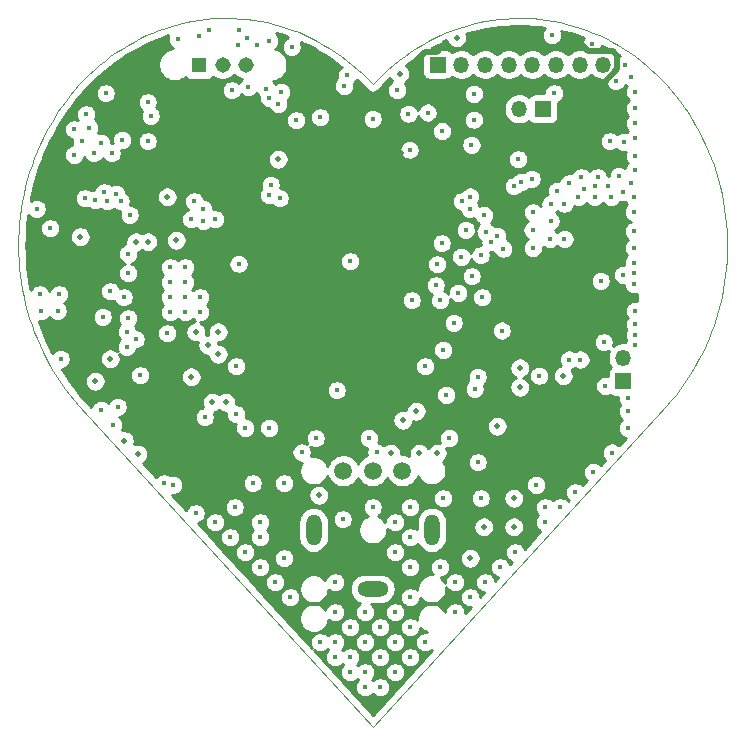
<source format=gbr>
%TF.GenerationSoftware,KiCad,Pcbnew,5.1.8*%
%TF.CreationDate,2021-02-28T21:38:59-05:00*%
%TF.ProjectId,ECG,4543472e-6b69-4636-9164-5f7063625858,rev?*%
%TF.SameCoordinates,Original*%
%TF.FileFunction,Copper,L3,Inr*%
%TF.FilePolarity,Positive*%
%FSLAX46Y46*%
G04 Gerber Fmt 4.6, Leading zero omitted, Abs format (unit mm)*
G04 Created by KiCad (PCBNEW 5.1.8) date 2021-02-28 21:38:59*
%MOMM*%
%LPD*%
G01*
G04 APERTURE LIST*
%TA.AperFunction,Profile*%
%ADD10C,0.100000*%
%TD*%
%TA.AperFunction,ComponentPad*%
%ADD11O,1.350000X1.350000*%
%TD*%
%TA.AperFunction,ComponentPad*%
%ADD12R,1.350000X1.350000*%
%TD*%
%TA.AperFunction,ComponentPad*%
%ADD13O,2.616000X1.308000*%
%TD*%
%TA.AperFunction,ComponentPad*%
%ADD14C,1.508000*%
%TD*%
%TA.AperFunction,ComponentPad*%
%ADD15O,1.308000X2.616000*%
%TD*%
%TA.AperFunction,ComponentPad*%
%ADD16C,1.308000*%
%TD*%
%TA.AperFunction,ComponentPad*%
%ADD17R,1.308000X1.308000*%
%TD*%
%TA.AperFunction,ViaPad*%
%ADD18C,0.450000*%
%TD*%
%TA.AperFunction,ViaPad*%
%ADD19C,0.500000*%
%TD*%
%TA.AperFunction,Conductor*%
%ADD20C,0.500000*%
%TD*%
%TA.AperFunction,Conductor*%
%ADD21C,0.254000*%
%TD*%
%TA.AperFunction,Conductor*%
%ADD22C,0.100000*%
%TD*%
G04 APERTURE END LIST*
D10*
X177794600Y-111882900D02*
X178154600Y-111385100D01*
X178154600Y-111385100D02*
X178498200Y-110876200D01*
X178498200Y-110876200D02*
X178825400Y-110356700D01*
X178825400Y-110356700D02*
X179136100Y-109827200D01*
X179136100Y-109827200D02*
X179430000Y-109288000D01*
X179430000Y-109288000D02*
X179707100Y-108739800D01*
X179707100Y-108739800D02*
X179967300Y-108182900D01*
X179967300Y-108182900D02*
X180210400Y-107617900D01*
X126111700Y-112369300D02*
X126503990Y-112843500D01*
X126503990Y-112843500D02*
X126912260Y-113305200D01*
X126912260Y-113305200D02*
X151765000Y-140490000D01*
X151765000Y-140490000D02*
X176617900Y-113305000D01*
X176617900Y-113305000D02*
X177026200Y-112843300D01*
X177026200Y-112843300D02*
X177418400Y-112369100D01*
X177418400Y-112369100D02*
X177794600Y-111882900D01*
X180210400Y-107617900D02*
X180436400Y-107045200D01*
X180436400Y-107045200D02*
X180645100Y-106465400D01*
X180645100Y-106465400D02*
X180836400Y-105878900D01*
X180836400Y-105878900D02*
X181010100Y-105286200D01*
X181010100Y-105286200D02*
X181166200Y-104687800D01*
X181166200Y-104687800D02*
X181304500Y-104084200D01*
X181304500Y-104084200D02*
X181425000Y-103475900D01*
X181425000Y-103475900D02*
X181527400Y-102863400D01*
X181684400Y-97869400D02*
X181619400Y-97240700D01*
X181619400Y-97240700D02*
X181535200Y-96612700D01*
X181535200Y-96612700D02*
X181431700Y-95985900D01*
X181431700Y-95985900D02*
X181308700Y-95360700D01*
X181308700Y-95360700D02*
X181166200Y-94737600D01*
X181166200Y-94737600D02*
X181004800Y-94120000D01*
X181004800Y-94120000D02*
X180825500Y-93511300D01*
X180825500Y-93511300D02*
X180628600Y-92911800D01*
X181527400Y-102863400D02*
X181611700Y-102247100D01*
X181611700Y-102247100D02*
X181677800Y-101627600D01*
X181677800Y-101627600D02*
X181725500Y-101005300D01*
X181725500Y-101005300D02*
X181754700Y-100380700D01*
X181754700Y-100380700D02*
X181765400Y-99754300D01*
X181765400Y-99754300D02*
X181757300Y-99126700D01*
X181757300Y-99126700D02*
X181730300Y-98498200D01*
X181730300Y-98498200D02*
X181684400Y-97869400D01*
X180628600Y-92911800D02*
X180414500Y-92321900D01*
X180414500Y-92321900D02*
X180183400Y-91741900D01*
X180183400Y-91741900D02*
X179935700Y-91172200D01*
X179935700Y-91172200D02*
X179671800Y-90613200D01*
X179671800Y-90613200D02*
X179391900Y-90065160D01*
X122363821Y-94737500D02*
X122221297Y-95360600D01*
X122221297Y-95360600D02*
X122098333Y-95985900D01*
X122098333Y-95985900D02*
X121994812Y-96612700D01*
X121994812Y-96612700D02*
X121910612Y-97240700D01*
X121910612Y-97240700D02*
X121845615Y-97869400D01*
X121845615Y-97869400D02*
X121799701Y-98498200D01*
X121799701Y-98498200D02*
X121772750Y-99126700D01*
X121772750Y-99126700D02*
X121764643Y-99754400D01*
X121764643Y-99754400D02*
X121775260Y-100380800D01*
X121775260Y-100380800D02*
X121804482Y-101005400D01*
X121804482Y-101005400D02*
X121852189Y-101627700D01*
X121852189Y-101627700D02*
X121918261Y-102247200D01*
X121918261Y-102247200D02*
X122002579Y-102863500D01*
X122002579Y-102863500D02*
X122105023Y-103476000D01*
X122105023Y-103476000D02*
X122225473Y-104084300D01*
X122225473Y-104084300D02*
X122363811Y-104687900D01*
X122363811Y-104687900D02*
X122519916Y-105286300D01*
X122519916Y-105286300D02*
X122693668Y-105879000D01*
X122693668Y-105879000D02*
X122884950Y-106465500D01*
X122884950Y-106465500D02*
X123093640Y-107045400D01*
X123093640Y-107045400D02*
X123319620Y-107618000D01*
X123319620Y-107618000D02*
X123562770Y-108183100D01*
X123562770Y-108183100D02*
X123822960Y-108739900D01*
X123822960Y-108739900D02*
X124100090Y-109288200D01*
X124100090Y-109288200D02*
X124394030Y-109827400D01*
X124394030Y-109827400D02*
X124704660Y-110356900D01*
X124704660Y-110356900D02*
X125031860Y-110876400D01*
X125031860Y-110876400D02*
X125375520Y-111385200D01*
X125375520Y-111385200D02*
X125735500Y-111883100D01*
X125735500Y-111883100D02*
X126111700Y-112369300D01*
X179391900Y-90065160D02*
X179096400Y-89528520D01*
X179096400Y-89528520D02*
X178785600Y-89003590D01*
X178785600Y-89003590D02*
X178459800Y-88490760D01*
X178459800Y-88490760D02*
X178119400Y-87990360D01*
X178119400Y-87990360D02*
X177764600Y-87502760D01*
X177764600Y-87502760D02*
X177395900Y-87028310D01*
X177395900Y-87028310D02*
X177013600Y-86567380D01*
X177013600Y-86567380D02*
X176617900Y-86120310D01*
X176617900Y-86120310D02*
X176209100Y-85687470D01*
X176209100Y-85687470D02*
X175787700Y-85269220D01*
X175787700Y-85269220D02*
X175354000Y-84865910D01*
X175354000Y-84865910D02*
X174908200Y-84477900D01*
X174908200Y-84477900D02*
X174450800Y-84105540D01*
X174450800Y-84105540D02*
X173981900Y-83749200D01*
X173981900Y-83749200D02*
X173502000Y-83409230D01*
X173502000Y-83409230D02*
X173011400Y-83085990D01*
X173011400Y-83085990D02*
X172510400Y-82779830D01*
X172510400Y-82779830D02*
X171999300Y-82491120D01*
X171999300Y-82491120D02*
X171478500Y-82220210D01*
X171478500Y-82220210D02*
X170948300Y-81967450D01*
X170948300Y-81967450D02*
X170409000Y-81733220D01*
X170409000Y-81733220D02*
X169860900Y-81517850D01*
X169860900Y-81517850D02*
X169304400Y-81321716D01*
X169304400Y-81321716D02*
X168739800Y-81145168D01*
X168739800Y-81145168D02*
X168170200Y-80989277D01*
X168170200Y-80989277D02*
X167598600Y-80854781D01*
X167598600Y-80854781D02*
X167025500Y-80741550D01*
X167025500Y-80741550D02*
X166451400Y-80649454D01*
X166451400Y-80649454D02*
X165876700Y-80578361D01*
X165876700Y-80578361D02*
X165301800Y-80528141D01*
X165301800Y-80528141D02*
X164727200Y-80498664D01*
X164727200Y-80498664D02*
X164153400Y-80489797D01*
X164153400Y-80489797D02*
X163580800Y-80501411D01*
X163580800Y-80501411D02*
X163009800Y-80533374D01*
X163009800Y-80533374D02*
X162440900Y-80585555D01*
X162440900Y-80585555D02*
X161874500Y-80657825D01*
X161874500Y-80657825D02*
X161311100Y-80750052D01*
X161311100Y-80750052D02*
X160751100Y-80862106D01*
X160751100Y-80862106D02*
X160195000Y-80993854D01*
X160195000Y-80993854D02*
X159643200Y-81145168D01*
X159643200Y-81145168D02*
X159096100Y-81315915D01*
X159096100Y-81315915D02*
X158554300Y-81505970D01*
X158554300Y-81505970D02*
X158018100Y-81715190D01*
X158018100Y-81715190D02*
X157488000Y-81943450D01*
X157488000Y-81943450D02*
X156964500Y-82190630D01*
X156964500Y-82190630D02*
X156447900Y-82456580D01*
X156447900Y-82456580D02*
X155938800Y-82741190D01*
X155938800Y-82741190D02*
X155437600Y-83044310D01*
X155437600Y-83044310D02*
X154944700Y-83365820D01*
X154944700Y-83365820D02*
X154460600Y-83705590D01*
X154460600Y-83705590D02*
X153985700Y-84063480D01*
X153985700Y-84063480D02*
X153520400Y-84439360D01*
X153520400Y-84439360D02*
X153065300Y-84833120D01*
X153065300Y-84833120D02*
X152620800Y-85244600D01*
X152620800Y-85244600D02*
X152187200Y-85673690D01*
X152187200Y-85673690D02*
X151765200Y-86120250D01*
X151765200Y-86120250D02*
X151343100Y-85673670D01*
X151343100Y-85673670D02*
X150909500Y-85244570D01*
X150909500Y-85244570D02*
X150465000Y-84833070D01*
X150465000Y-84833070D02*
X150009900Y-84439310D01*
X150009900Y-84439310D02*
X149544700Y-84063410D01*
X149544700Y-84063410D02*
X149069800Y-83705500D01*
X149069800Y-83705500D02*
X148585600Y-83365730D01*
X148585600Y-83365730D02*
X148092800Y-83044200D01*
X148092800Y-83044200D02*
X147591500Y-82741070D01*
X147591500Y-82741070D02*
X147082400Y-82456460D01*
X147082400Y-82456460D02*
X146565900Y-82190490D01*
X146565900Y-82190490D02*
X146042300Y-81943310D01*
X146042300Y-81943310D02*
X145512200Y-81715040D01*
X145512200Y-81715040D02*
X144976000Y-81505810D01*
X144976000Y-81505810D02*
X144434200Y-81315753D01*
X144434200Y-81315753D02*
X143887100Y-81144999D01*
X143887100Y-81144999D02*
X143335300Y-80993681D01*
X143335300Y-80993681D02*
X142779200Y-80861928D01*
X142779200Y-80861928D02*
X142219200Y-80749871D01*
X142219200Y-80749871D02*
X141655800Y-80657641D01*
X141655800Y-80657641D02*
X141089400Y-80585370D01*
X141089400Y-80585370D02*
X140520400Y-80533187D01*
X140520400Y-80533187D02*
X139949400Y-80501223D01*
X139949400Y-80501223D02*
X139376800Y-80489610D01*
X139376800Y-80489610D02*
X138803000Y-80498477D01*
X138803000Y-80498477D02*
X138228400Y-80527957D01*
X138228400Y-80527957D02*
X137653500Y-80578180D01*
X137653500Y-80578180D02*
X137078800Y-80649276D01*
X137078800Y-80649276D02*
X136504600Y-80741376D01*
X136504600Y-80741376D02*
X135931600Y-80854612D01*
X135931600Y-80854612D02*
X135359900Y-80989114D01*
X135359900Y-80989114D02*
X134790300Y-81145012D01*
X134790300Y-81145012D02*
X134225700Y-81321564D01*
X134225700Y-81321564D02*
X133669200Y-81517700D01*
X133669200Y-81517700D02*
X133121100Y-81733070D01*
X133121100Y-81733070D02*
X132581800Y-81967320D01*
X132581800Y-81967320D02*
X132051600Y-82220070D01*
X132051600Y-82220070D02*
X131530770Y-82490990D01*
X131530770Y-82490990D02*
X131019700Y-82779710D01*
X131019700Y-82779710D02*
X130518690Y-83085870D01*
X130518690Y-83085870D02*
X130028080Y-83409110D01*
X130028080Y-83409110D02*
X129548180Y-83749090D01*
X129548180Y-83749090D02*
X129079340Y-84105430D01*
X129079340Y-84105430D02*
X128621860Y-84477790D01*
X128621860Y-84477790D02*
X128176090Y-84865810D01*
X128176090Y-84865810D02*
X127742340Y-85269120D01*
X127742340Y-85269120D02*
X127320940Y-85687380D01*
X127320940Y-85687380D02*
X126912230Y-86120220D01*
X126912230Y-86120220D02*
X126516520Y-86567290D01*
X126516520Y-86567290D02*
X126134140Y-87028230D01*
X126134140Y-87028230D02*
X125765430Y-87502680D01*
X125765430Y-87502680D02*
X125410700Y-87990280D01*
X125410700Y-87990280D02*
X125070280Y-88490680D01*
X125070280Y-88490680D02*
X124744500Y-89003520D01*
X124744500Y-89003520D02*
X124433690Y-89528450D01*
X124433690Y-89528450D02*
X124138180Y-90065100D01*
X124138180Y-90065100D02*
X123858280Y-90613100D01*
X123858280Y-90613100D02*
X123594330Y-91172100D01*
X123594330Y-91172100D02*
X123346660Y-91741800D01*
X123346660Y-91741800D02*
X123115580Y-92321800D01*
X123115580Y-92321800D02*
X122901430Y-92911700D01*
X122901430Y-92911700D02*
X122704541Y-93511200D01*
X122704541Y-93511200D02*
X122525227Y-94119900D01*
X122525227Y-94119900D02*
X122363821Y-94737500D01*
X122363821Y-94737500D02*
X122363821Y-94737500D01*
X122363821Y-94737500D02*
X122363821Y-94737500D01*
D11*
%TO.N,/Micro/UART_RX*%
%TO.C,J4*%
X172974000Y-109252000D03*
D12*
%TO.N,/Micro/UART_TX*%
X172974000Y-111252000D03*
%TD*%
D11*
%TO.N,Net-(J3-Pad8)*%
%TO.C,J3*%
X171276800Y-84429600D03*
%TO.N,Net-(J3-Pad7)*%
X169276800Y-84429600D03*
%TO.N,Net-(J3-Pad6)*%
X167276800Y-84429600D03*
%TO.N,Net-(J3-Pad5)*%
X165276800Y-84429600D03*
%TO.N,Net-(J3-Pad4)*%
X163276800Y-84429600D03*
%TO.N,Net-(J3-Pad3)*%
X161276800Y-84429600D03*
%TO.N,Net-(J3-Pad2)*%
X159276800Y-84429600D03*
D12*
%TO.N,Net-(J3-Pad1)*%
X157276800Y-84429600D03*
%TD*%
D11*
%TO.N,/Micro/NFC-*%
%TO.C,J2*%
X164166800Y-88188800D03*
D12*
%TO.N,/Micro/NFC+*%
X166166800Y-88188800D03*
%TD*%
D13*
%TO.N,/Probes/P1in*%
%TO.C,J1*%
X151765000Y-128825000D03*
D14*
%TO.N,GND*%
X149265000Y-118825000D03*
%TO.N,Net-(C14-Pad1)*%
X151765000Y-118825000D03*
%TO.N,Vbatt*%
X154265000Y-118825000D03*
D15*
%TO.N,/Probes/P2in*%
X156765000Y-123825000D03*
%TO.N,/Probes/P3in*%
X146765000Y-123825000D03*
%TD*%
D16*
%TO.N,GND*%
%TO.C,S1*%
X141065000Y-84455000D03*
%TO.N,SHDN*%
X139065000Y-84455000D03*
D17*
%TO.N,Net-(R20-Pad1)*%
X137065000Y-84455000D03*
%TD*%
D18*
%TO.N,Vbatt*%
X137160000Y-105410000D03*
X134620000Y-105410000D03*
X135890000Y-105410000D03*
X135890000Y-101600000D03*
X135890000Y-102870000D03*
X135890000Y-104140000D03*
X134620000Y-104140000D03*
X134620000Y-102870000D03*
X134620000Y-101600000D03*
D19*
X132715000Y-99441000D03*
X127000000Y-99000000D03*
X131699000Y-99441000D03*
D18*
X137160000Y-104140000D03*
X162687000Y-106949000D03*
%TO.N,GND*%
X158623000Y-106299000D03*
X148717000Y-112014000D03*
X164084000Y-92456000D03*
X128905000Y-105791000D03*
X160909000Y-100584000D03*
X159258000Y-100711000D03*
X159004000Y-103759000D03*
X161036000Y-104140000D03*
X157480000Y-104394000D03*
X157099000Y-103124000D03*
X157226000Y-101346000D03*
X157607000Y-99568000D03*
X159639000Y-98425000D03*
X160147000Y-102362000D03*
X157734000Y-108585000D03*
X156210000Y-109982000D03*
X155067000Y-104394000D03*
X123317000Y-96647000D03*
X160655000Y-110871000D03*
X168402000Y-94488000D03*
X169418000Y-93980000D03*
X170815000Y-93980000D03*
X172593000Y-93853000D03*
X173609000Y-94488000D03*
X172974000Y-95250000D03*
X171704000Y-94742000D03*
X170561000Y-95631000D03*
X169672000Y-94996000D03*
X169164000Y-95631000D03*
X173863000Y-96901000D03*
X173863000Y-98552000D03*
X173863000Y-99949000D03*
X173863000Y-101219000D03*
X173863000Y-102997000D03*
X171069000Y-102743000D03*
X172974000Y-102235000D03*
X173863000Y-102108000D03*
X173863000Y-95631000D03*
X171958000Y-95631000D03*
X170561000Y-94742000D03*
X167386000Y-95123000D03*
X173101000Y-84455000D03*
X173609000Y-85471000D03*
X172339000Y-85852000D03*
X170307000Y-82677000D03*
X143002000Y-95504000D03*
X143891000Y-95758000D03*
X143129000Y-94615000D03*
X140409250Y-101293250D03*
X142748000Y-86487000D03*
X141224000Y-86360000D03*
X139827000Y-86614000D03*
X141097000Y-82169000D03*
X143002000Y-82423000D03*
X144907000Y-82931000D03*
X137033000Y-82042000D03*
X135255000Y-82296000D03*
X137922000Y-81534000D03*
X141986000Y-82804000D03*
X140462000Y-81534000D03*
X140335000Y-82804000D03*
X149606000Y-85344000D03*
X149352000Y-86233000D03*
X144018000Y-86741000D03*
X143764000Y-87757000D03*
X143002000Y-87249000D03*
X149860000Y-101092000D03*
X134874000Y-120015000D03*
X134112000Y-119888000D03*
X129794000Y-114935000D03*
X128778000Y-113665000D03*
X130175000Y-113411000D03*
X146939000Y-116078000D03*
X132080000Y-110744000D03*
X131064000Y-105918000D03*
X130683000Y-104140000D03*
X126492000Y-89916000D03*
X126492000Y-92075000D03*
X128143000Y-91948000D03*
X129667000Y-91948000D03*
X130556000Y-90805000D03*
X128778000Y-91059000D03*
X127127000Y-90932000D03*
X127762000Y-89789000D03*
X129159000Y-86868000D03*
X127508000Y-88646000D03*
X132715000Y-87630000D03*
X132969000Y-88773000D03*
X130048000Y-95377000D03*
X129032000Y-95250000D03*
X128270000Y-95885000D03*
X127381000Y-95758000D03*
X129286000Y-96012000D03*
X130429000Y-96012000D03*
X151130000Y-137160000D03*
X152400000Y-137160000D03*
X153670000Y-135890000D03*
X154940000Y-134620000D03*
X156210000Y-133350000D03*
X153670000Y-133350000D03*
X151130000Y-133350000D03*
X148590000Y-133350000D03*
X147320000Y-133350000D03*
X148590000Y-134620000D03*
X149860000Y-134620000D03*
X151130000Y-135890000D03*
X152400000Y-134620000D03*
X149860000Y-135890000D03*
X149860000Y-132080000D03*
X152400000Y-132080000D03*
X154940000Y-132080000D03*
X153670000Y-130810000D03*
X151130000Y-130810000D03*
X148590000Y-130810000D03*
X144780000Y-129540000D03*
X143510000Y-128270000D03*
X142240000Y-127000000D03*
X140970000Y-125730000D03*
X139700000Y-124460000D03*
X138430000Y-123190000D03*
X142240000Y-123190000D03*
X142240000Y-124460000D03*
X148590000Y-128270000D03*
X154940000Y-129540000D03*
X154940000Y-127000000D03*
X157480000Y-127000000D03*
X158750000Y-128270000D03*
X160020000Y-129540000D03*
X158750000Y-130810000D03*
X161290000Y-128270000D03*
X162560000Y-127000000D03*
X163830000Y-125730000D03*
X154940000Y-124460000D03*
X153670000Y-125730000D03*
X154940000Y-121920000D03*
X153670000Y-123190000D03*
X166370000Y-121920000D03*
X166370000Y-123190000D03*
X168910000Y-120650000D03*
X167640000Y-121920000D03*
D19*
X155702000Y-117348000D03*
X157226000Y-117348000D03*
X153289000Y-117348000D03*
X131889500Y-117411500D03*
X130746500Y-116268500D03*
D18*
X160401000Y-111887000D03*
X173990000Y-105283000D03*
X173990000Y-106426000D03*
X173990000Y-108204000D03*
X173990000Y-107315000D03*
X173990000Y-88138000D03*
X173990000Y-89408000D03*
X173990000Y-90678000D03*
X173990000Y-92202000D03*
X173990000Y-93345000D03*
X173990000Y-86741000D03*
X123571000Y-103886000D03*
X123698000Y-105283000D03*
X130937000Y-108331000D03*
X130937000Y-107061000D03*
X131064000Y-100457000D03*
X131064000Y-102108000D03*
X134366000Y-107188000D03*
X136779000Y-122428000D03*
X157734000Y-121158000D03*
X160909000Y-121158000D03*
D19*
X158877000Y-82169000D03*
X154051000Y-85217000D03*
D18*
X172021500Y-117284500D03*
X170434000Y-118935500D03*
X157988000Y-112395000D03*
X125222000Y-103886000D03*
X125095000Y-105283000D03*
X129540000Y-103632000D03*
X131699000Y-107696000D03*
X125349000Y-109347000D03*
X173355000Y-113792000D03*
X173355000Y-115189000D03*
X173355000Y-112649000D03*
X164338000Y-94361000D03*
X163703000Y-94742000D03*
X165227000Y-94107000D03*
X137414000Y-96647000D03*
X136398000Y-97536000D03*
X138430000Y-97536000D03*
X136652000Y-96012000D03*
X137414000Y-97663000D03*
D19*
X164211000Y-110109000D03*
X164211000Y-111760000D03*
X163703000Y-121158000D03*
X163703000Y-123571000D03*
X161163000Y-123571000D03*
X147193000Y-120904000D03*
X129540000Y-109347000D03*
X128270000Y-111252000D03*
X137795000Y-108204000D03*
X138684000Y-108966000D03*
X138684000Y-107061000D03*
X136779000Y-107061000D03*
D18*
X143002000Y-115189000D03*
X140970000Y-115189000D03*
X137541000Y-114300000D03*
X140208000Y-114046000D03*
D19*
%TO.N,2.5V*%
X139319000Y-113030000D03*
X138176000Y-113030000D03*
X154305000Y-114554000D03*
X143764000Y-92456000D03*
X136398000Y-110871000D03*
X135128000Y-99314000D03*
X134366000Y-95631000D03*
D18*
%TO.N,Net-(C5-Pad1)*%
X152090000Y-117277000D03*
X145740000Y-117277000D03*
X149225000Y-122936000D03*
%TO.N,Net-(C5-Pad2)*%
X141605000Y-119888000D03*
X144272000Y-119888000D03*
%TO.N,Net-(C6-Pad1)*%
X151434920Y-116065420D03*
X158229420Y-116065420D03*
X160655000Y-118110000D03*
D19*
%TO.N,Net-(C7-Pad1)*%
X155448000Y-113792000D03*
D18*
%TO.N,/Filters_And_Gain/Vin*%
X140208000Y-109982000D03*
%TO.N,/Filters_And_Gain/Vn*%
X145288000Y-89154000D03*
%TO.N,Net-(C14-Pad1)*%
X165608000Y-120015000D03*
X151765000Y-121920000D03*
%TO.N,Net-(D2-Pad1)*%
X132715000Y-90932000D03*
%TO.N,Net-(D3-Pad1)*%
X147320000Y-88900000D03*
%TO.N,Net-(D3-Pad2)*%
X151765000Y-89027000D03*
X154787600Y-88595200D03*
%TO.N,/Probes/P1in*%
X144272000Y-126238000D03*
D19*
%TO.N,/Probes/P2in*%
X160020000Y-126238000D03*
D18*
%TO.N,/Probes/P3in*%
X140081000Y-121920000D03*
D19*
%TO.N,Net-(R20-Pad1)*%
X162306000Y-115062000D03*
%TO.N,3.3V*%
X169291000Y-82169000D03*
X171323000Y-86106000D03*
X155067000Y-84455000D03*
D18*
X141859000Y-88646000D03*
X140462000Y-88646000D03*
D19*
X141668500Y-111760000D03*
X140736320Y-111775240D03*
X133159500Y-112522000D03*
X133604000Y-111760000D03*
D18*
X133985000Y-86233000D03*
X135255000Y-86233000D03*
D19*
X167050966Y-120904000D03*
X167789983Y-120164983D03*
X158089600Y-85801200D03*
X162052000Y-81788000D03*
X129540000Y-102362000D03*
X123444000Y-102108000D03*
X123444000Y-101092000D03*
X123444000Y-99822000D03*
X154178000Y-91948000D03*
X155702000Y-92964000D03*
X158750000Y-92964000D03*
X157988000Y-82550000D03*
X163830000Y-108458000D03*
D18*
%TO.N,Net-(D1-Pad1)*%
X156413200Y-88493600D03*
X153837600Y-86595200D03*
%TO.N,/Micro/UART_TX*%
X168402000Y-109410500D03*
%TO.N,/Micro/UART_RX*%
X169354500Y-109410500D03*
%TO.N,Net-(J5-Pad4)*%
X171323000Y-107950000D03*
X165862000Y-110776000D03*
D19*
%TO.N,Net-(J5-Pad2)*%
X167894000Y-110776000D03*
D18*
X171450000Y-111647446D03*
%TO.N,Net-(L1-Pad1)*%
X131191000Y-97155000D03*
X124460000Y-98298000D03*
%TO.N,Signal*%
X154889200Y-91643200D03*
X160324800Y-86918800D03*
X160324800Y-89103200D03*
X167132000Y-86868000D03*
%TO.N,Net-(R19-Pad1)*%
X160121600Y-91236800D03*
X171831000Y-90932000D03*
%TO.N,Net-(R22-Pad2)*%
X173009560Y-90967560D03*
X166928800Y-81940400D03*
%TO.N,Net-(J3-Pad8)*%
X165331140Y-99951540D03*
X162814000Y-100025200D03*
%TO.N,Net-(J3-Pad7)*%
X166776400Y-99212400D03*
X162306000Y-98958400D03*
%TO.N,Net-(J3-Pad6)*%
X167995600Y-99212400D03*
X161747200Y-99459601D03*
%TO.N,Net-(J3-Pad5)*%
X165303200Y-98450400D03*
X161340800Y-98602800D03*
%TO.N,Net-(J3-Pad4)*%
X166827200Y-97688400D03*
X161188400Y-97180400D03*
%TO.N,Net-(J3-Pad3)*%
X165328600Y-96951800D03*
X159969200Y-96672400D03*
%TO.N,Net-(J3-Pad2)*%
X166827200Y-96215200D03*
X160020214Y-95605814D03*
%TO.N,Net-(J3-Pad1)*%
X167995600Y-96215200D03*
X159308800Y-96012000D03*
X157632400Y-90068400D03*
%TD*%
D20*
%TO.N,3.3V*%
X156169801Y-83352199D02*
X155067000Y-84455000D01*
X157185801Y-83352199D02*
X156169801Y-83352199D01*
X157988000Y-82550000D02*
X157185801Y-83352199D01*
X171323000Y-85977954D02*
X171323000Y-86106000D01*
X172473599Y-84827355D02*
X171323000Y-85977954D01*
X172473599Y-83700599D02*
X172473599Y-84827355D01*
X170005847Y-83304401D02*
X172077401Y-83304401D01*
X169291000Y-82589554D02*
X170005847Y-83304401D01*
X172077401Y-83304401D02*
X172473599Y-83700599D01*
X169291000Y-82169000D02*
X169291000Y-82589554D01*
%TD*%
D21*
%TO.N,3.3V*%
X143694415Y-81802448D02*
X144218724Y-81966089D01*
X144635908Y-82112432D01*
X144499637Y-82168878D01*
X144358782Y-82262995D01*
X144238995Y-82382782D01*
X144144878Y-82523637D01*
X144080049Y-82680147D01*
X144047000Y-82846297D01*
X144047000Y-83015703D01*
X144080049Y-83181853D01*
X144144878Y-83338363D01*
X144238995Y-83479218D01*
X144358782Y-83599005D01*
X144499637Y-83693122D01*
X144656147Y-83757951D01*
X144822297Y-83791000D01*
X144991703Y-83791000D01*
X145157853Y-83757951D01*
X145314363Y-83693122D01*
X145455218Y-83599005D01*
X145575005Y-83479218D01*
X145669122Y-83338363D01*
X145733951Y-83181853D01*
X145767000Y-83015703D01*
X145767000Y-82846297D01*
X145733951Y-82680147D01*
X145671535Y-82529463D01*
X145760564Y-82567800D01*
X146262799Y-82804895D01*
X146758380Y-83060093D01*
X147247056Y-83333285D01*
X147728326Y-83624304D01*
X148201627Y-83933113D01*
X148666820Y-84259547D01*
X149123194Y-84603495D01*
X149142699Y-84619255D01*
X149057782Y-84675995D01*
X148937995Y-84795782D01*
X148843878Y-84936637D01*
X148779049Y-85093147D01*
X148746000Y-85259297D01*
X148746000Y-85428703D01*
X148778199Y-85590578D01*
X148683995Y-85684782D01*
X148589878Y-85825637D01*
X148525049Y-85982147D01*
X148492000Y-86148297D01*
X148492000Y-86317703D01*
X148525049Y-86483853D01*
X148589878Y-86640363D01*
X148683995Y-86781218D01*
X148803782Y-86901005D01*
X148944637Y-86995122D01*
X149101147Y-87059951D01*
X149267297Y-87093000D01*
X149436703Y-87093000D01*
X149602853Y-87059951D01*
X149759363Y-86995122D01*
X149900218Y-86901005D01*
X150020005Y-86781218D01*
X150114122Y-86640363D01*
X150178951Y-86483853D01*
X150212000Y-86317703D01*
X150212000Y-86148297D01*
X150179801Y-85986422D01*
X150274005Y-85892218D01*
X150368122Y-85751363D01*
X150390431Y-85697506D01*
X150435792Y-85739500D01*
X150853143Y-86152519D01*
X151257577Y-86580410D01*
X151292441Y-86620524D01*
X151330482Y-86649984D01*
X151366822Y-86681562D01*
X151383736Y-86691225D01*
X151399123Y-86703141D01*
X151442181Y-86724614D01*
X151483984Y-86748496D01*
X151502451Y-86754671D01*
X151519874Y-86763360D01*
X151566309Y-86776024D01*
X151611953Y-86791287D01*
X151631265Y-86793740D01*
X151650053Y-86798864D01*
X151698081Y-86802227D01*
X151745810Y-86808289D01*
X151765226Y-86806928D01*
X151784655Y-86808288D01*
X151832408Y-86802218D01*
X151880412Y-86798852D01*
X151899195Y-86793728D01*
X151918511Y-86791272D01*
X151964156Y-86776004D01*
X152010588Y-86763336D01*
X152028011Y-86754645D01*
X152046475Y-86748469D01*
X152088266Y-86724589D01*
X152131333Y-86703106D01*
X152146724Y-86691185D01*
X152163630Y-86681524D01*
X152199961Y-86649948D01*
X152238007Y-86620478D01*
X152272870Y-86580357D01*
X152677185Y-86152513D01*
X153094518Y-85739520D01*
X153249927Y-85595656D01*
X153266723Y-85636205D01*
X153363576Y-85781155D01*
X153421402Y-85838981D01*
X153289382Y-85927195D01*
X153169595Y-86046982D01*
X153075478Y-86187837D01*
X153010649Y-86344347D01*
X152977600Y-86510497D01*
X152977600Y-86679903D01*
X153010649Y-86846053D01*
X153075478Y-87002563D01*
X153169595Y-87143418D01*
X153289382Y-87263205D01*
X153430237Y-87357322D01*
X153586747Y-87422151D01*
X153752897Y-87455200D01*
X153922303Y-87455200D01*
X154088453Y-87422151D01*
X154244963Y-87357322D01*
X154385818Y-87263205D01*
X154505605Y-87143418D01*
X154599722Y-87002563D01*
X154664551Y-86846053D01*
X154666929Y-86834097D01*
X159464800Y-86834097D01*
X159464800Y-87003503D01*
X159497849Y-87169653D01*
X159562678Y-87326163D01*
X159656795Y-87467018D01*
X159776582Y-87586805D01*
X159917437Y-87680922D01*
X160073947Y-87745751D01*
X160240097Y-87778800D01*
X160409503Y-87778800D01*
X160575653Y-87745751D01*
X160732163Y-87680922D01*
X160873018Y-87586805D01*
X160992805Y-87467018D01*
X161086922Y-87326163D01*
X161151751Y-87169653D01*
X161184800Y-87003503D01*
X161184800Y-86834097D01*
X161151751Y-86667947D01*
X161086922Y-86511437D01*
X160992805Y-86370582D01*
X160873018Y-86250795D01*
X160732163Y-86156678D01*
X160575653Y-86091849D01*
X160409503Y-86058800D01*
X160240097Y-86058800D01*
X160073947Y-86091849D01*
X159917437Y-86156678D01*
X159776582Y-86250795D01*
X159656795Y-86370582D01*
X159562678Y-86511437D01*
X159497849Y-86667947D01*
X159464800Y-86834097D01*
X154666929Y-86834097D01*
X154697600Y-86679903D01*
X154697600Y-86510497D01*
X154664551Y-86344347D01*
X154599722Y-86187837D01*
X154505605Y-86046982D01*
X154462918Y-86004295D01*
X154470205Y-86001277D01*
X154615155Y-85904424D01*
X154738424Y-85781155D01*
X154835277Y-85636205D01*
X154901990Y-85475145D01*
X154936000Y-85304165D01*
X154936000Y-85129835D01*
X154901990Y-84958855D01*
X154835277Y-84797795D01*
X154738424Y-84652845D01*
X154615155Y-84529576D01*
X154556972Y-84490699D01*
X154863597Y-84259622D01*
X155328689Y-83933193D01*
X155802059Y-83624422D01*
X156022683Y-83490991D01*
X156012298Y-83510420D01*
X155975988Y-83630118D01*
X155963728Y-83754600D01*
X155963728Y-85104600D01*
X155975988Y-85229082D01*
X156012298Y-85348780D01*
X156071263Y-85459094D01*
X156150615Y-85555785D01*
X156247306Y-85635137D01*
X156357620Y-85694102D01*
X156477318Y-85730412D01*
X156601800Y-85742672D01*
X157951800Y-85742672D01*
X158076282Y-85730412D01*
X158195980Y-85694102D01*
X158306294Y-85635137D01*
X158402985Y-85555785D01*
X158474287Y-85468903D01*
X158656282Y-85590507D01*
X158894687Y-85689258D01*
X159147776Y-85739600D01*
X159405824Y-85739600D01*
X159658913Y-85689258D01*
X159897318Y-85590507D01*
X160111877Y-85447144D01*
X160276800Y-85282221D01*
X160441723Y-85447144D01*
X160656282Y-85590507D01*
X160894687Y-85689258D01*
X161147776Y-85739600D01*
X161405824Y-85739600D01*
X161658913Y-85689258D01*
X161897318Y-85590507D01*
X162111877Y-85447144D01*
X162276800Y-85282221D01*
X162441723Y-85447144D01*
X162656282Y-85590507D01*
X162894687Y-85689258D01*
X163147776Y-85739600D01*
X163405824Y-85739600D01*
X163658913Y-85689258D01*
X163897318Y-85590507D01*
X164111877Y-85447144D01*
X164276800Y-85282221D01*
X164441723Y-85447144D01*
X164656282Y-85590507D01*
X164894687Y-85689258D01*
X165147776Y-85739600D01*
X165405824Y-85739600D01*
X165658913Y-85689258D01*
X165897318Y-85590507D01*
X166111877Y-85447144D01*
X166276800Y-85282221D01*
X166441723Y-85447144D01*
X166656282Y-85590507D01*
X166894687Y-85689258D01*
X167147776Y-85739600D01*
X167405824Y-85739600D01*
X167658913Y-85689258D01*
X167897318Y-85590507D01*
X168111877Y-85447144D01*
X168276800Y-85282221D01*
X168441723Y-85447144D01*
X168656282Y-85590507D01*
X168894687Y-85689258D01*
X169147776Y-85739600D01*
X169405824Y-85739600D01*
X169658913Y-85689258D01*
X169897318Y-85590507D01*
X170111877Y-85447144D01*
X170276800Y-85282221D01*
X170441723Y-85447144D01*
X170656282Y-85590507D01*
X170894687Y-85689258D01*
X171147776Y-85739600D01*
X171405824Y-85739600D01*
X171487751Y-85723304D01*
X171479000Y-85767297D01*
X171479000Y-85936703D01*
X171512049Y-86102853D01*
X171576878Y-86259363D01*
X171670995Y-86400218D01*
X171790782Y-86520005D01*
X171931637Y-86614122D01*
X172088147Y-86678951D01*
X172254297Y-86712000D01*
X172423703Y-86712000D01*
X172589853Y-86678951D01*
X172746363Y-86614122D01*
X172887218Y-86520005D01*
X173007005Y-86400218D01*
X173101122Y-86259363D01*
X173131424Y-86186207D01*
X173201637Y-86233122D01*
X173274793Y-86263424D01*
X173227878Y-86333637D01*
X173163049Y-86490147D01*
X173130000Y-86656297D01*
X173130000Y-86825703D01*
X173163049Y-86991853D01*
X173227878Y-87148363D01*
X173321995Y-87289218D01*
X173441782Y-87409005D01*
X173487421Y-87439500D01*
X173441782Y-87469995D01*
X173321995Y-87589782D01*
X173227878Y-87730637D01*
X173163049Y-87887147D01*
X173130000Y-88053297D01*
X173130000Y-88222703D01*
X173163049Y-88388853D01*
X173227878Y-88545363D01*
X173321995Y-88686218D01*
X173408777Y-88773000D01*
X173321995Y-88859782D01*
X173227878Y-89000637D01*
X173163049Y-89157147D01*
X173130000Y-89323297D01*
X173130000Y-89492703D01*
X173163049Y-89658853D01*
X173227878Y-89815363D01*
X173321995Y-89956218D01*
X173408777Y-90043000D01*
X173321995Y-90129782D01*
X173302979Y-90158241D01*
X173260413Y-90140609D01*
X173094263Y-90107560D01*
X172924857Y-90107560D01*
X172758707Y-90140609D01*
X172602197Y-90205438D01*
X172461342Y-90299555D01*
X172438060Y-90322837D01*
X172379218Y-90263995D01*
X172238363Y-90169878D01*
X172081853Y-90105049D01*
X171915703Y-90072000D01*
X171746297Y-90072000D01*
X171580147Y-90105049D01*
X171423637Y-90169878D01*
X171282782Y-90263995D01*
X171162995Y-90383782D01*
X171068878Y-90524637D01*
X171004049Y-90681147D01*
X170971000Y-90847297D01*
X170971000Y-91016703D01*
X171004049Y-91182853D01*
X171068878Y-91339363D01*
X171162995Y-91480218D01*
X171282782Y-91600005D01*
X171423637Y-91694122D01*
X171580147Y-91758951D01*
X171746297Y-91792000D01*
X171915703Y-91792000D01*
X172081853Y-91758951D01*
X172238363Y-91694122D01*
X172379218Y-91600005D01*
X172402500Y-91576723D01*
X172461342Y-91635565D01*
X172602197Y-91729682D01*
X172758707Y-91794511D01*
X172924857Y-91827560D01*
X173094263Y-91827560D01*
X173225014Y-91801552D01*
X173163049Y-91951147D01*
X173130000Y-92117297D01*
X173130000Y-92286703D01*
X173163049Y-92452853D01*
X173227878Y-92609363D01*
X173321995Y-92750218D01*
X173345277Y-92773500D01*
X173321995Y-92796782D01*
X173227878Y-92937637D01*
X173163049Y-93094147D01*
X173144354Y-93188131D01*
X173141218Y-93184995D01*
X173000363Y-93090878D01*
X172843853Y-93026049D01*
X172677703Y-92993000D01*
X172508297Y-92993000D01*
X172342147Y-93026049D01*
X172185637Y-93090878D01*
X172044782Y-93184995D01*
X171924995Y-93304782D01*
X171830878Y-93445637D01*
X171766049Y-93602147D01*
X171733000Y-93768297D01*
X171733000Y-93882000D01*
X171672355Y-93882000D01*
X171641951Y-93729147D01*
X171577122Y-93572637D01*
X171483005Y-93431782D01*
X171363218Y-93311995D01*
X171222363Y-93217878D01*
X171065853Y-93153049D01*
X170899703Y-93120000D01*
X170730297Y-93120000D01*
X170564147Y-93153049D01*
X170407637Y-93217878D01*
X170266782Y-93311995D01*
X170146995Y-93431782D01*
X170116500Y-93477421D01*
X170086005Y-93431782D01*
X169966218Y-93311995D01*
X169825363Y-93217878D01*
X169668853Y-93153049D01*
X169502703Y-93120000D01*
X169333297Y-93120000D01*
X169167147Y-93153049D01*
X169010637Y-93217878D01*
X168869782Y-93311995D01*
X168749995Y-93431782D01*
X168655878Y-93572637D01*
X168621814Y-93654875D01*
X168486703Y-93628000D01*
X168317297Y-93628000D01*
X168151147Y-93661049D01*
X167994637Y-93725878D01*
X167853782Y-93819995D01*
X167733995Y-93939782D01*
X167639878Y-94080637D01*
X167575049Y-94237147D01*
X167566131Y-94281982D01*
X167470703Y-94263000D01*
X167301297Y-94263000D01*
X167135147Y-94296049D01*
X166978637Y-94360878D01*
X166837782Y-94454995D01*
X166717995Y-94574782D01*
X166623878Y-94715637D01*
X166559049Y-94872147D01*
X166526000Y-95038297D01*
X166526000Y-95207703D01*
X166559049Y-95373853D01*
X166566672Y-95392257D01*
X166419837Y-95453078D01*
X166278982Y-95547195D01*
X166159195Y-95666982D01*
X166065078Y-95807837D01*
X166000249Y-95964347D01*
X165967200Y-96130497D01*
X165967200Y-96299903D01*
X165985642Y-96392619D01*
X165876818Y-96283795D01*
X165735963Y-96189678D01*
X165579453Y-96124849D01*
X165413303Y-96091800D01*
X165243897Y-96091800D01*
X165077747Y-96124849D01*
X164921237Y-96189678D01*
X164780382Y-96283795D01*
X164660595Y-96403582D01*
X164566478Y-96544437D01*
X164501649Y-96700947D01*
X164468600Y-96867097D01*
X164468600Y-97036503D01*
X164501649Y-97202653D01*
X164566478Y-97359163D01*
X164660595Y-97500018D01*
X164780382Y-97619805D01*
X164889348Y-97692614D01*
X164754982Y-97782395D01*
X164635195Y-97902182D01*
X164541078Y-98043037D01*
X164476249Y-98199547D01*
X164443200Y-98365697D01*
X164443200Y-98535103D01*
X164476249Y-98701253D01*
X164541078Y-98857763D01*
X164635195Y-98998618D01*
X164754982Y-99118405D01*
X164892518Y-99210305D01*
X164782922Y-99283535D01*
X164663135Y-99403322D01*
X164569018Y-99544177D01*
X164504189Y-99700687D01*
X164471140Y-99866837D01*
X164471140Y-100036243D01*
X164504189Y-100202393D01*
X164569018Y-100358903D01*
X164663135Y-100499758D01*
X164782922Y-100619545D01*
X164923777Y-100713662D01*
X165080287Y-100778491D01*
X165246437Y-100811540D01*
X165415843Y-100811540D01*
X165581993Y-100778491D01*
X165738503Y-100713662D01*
X165879358Y-100619545D01*
X165999145Y-100499758D01*
X166093262Y-100358903D01*
X166158091Y-100202393D01*
X166191140Y-100036243D01*
X166191140Y-99866837D01*
X166185311Y-99837534D01*
X166228182Y-99880405D01*
X166369037Y-99974522D01*
X166525547Y-100039351D01*
X166691697Y-100072400D01*
X166861103Y-100072400D01*
X167027253Y-100039351D01*
X167183763Y-99974522D01*
X167324618Y-99880405D01*
X167386000Y-99819023D01*
X167447382Y-99880405D01*
X167588237Y-99974522D01*
X167744747Y-100039351D01*
X167910897Y-100072400D01*
X168080303Y-100072400D01*
X168246453Y-100039351D01*
X168402963Y-99974522D01*
X168543818Y-99880405D01*
X168663605Y-99760618D01*
X168757722Y-99619763D01*
X168822551Y-99463253D01*
X168855600Y-99297103D01*
X168855600Y-99127697D01*
X168822551Y-98961547D01*
X168757722Y-98805037D01*
X168663605Y-98664182D01*
X168543818Y-98544395D01*
X168402963Y-98450278D01*
X168246453Y-98385449D01*
X168080303Y-98352400D01*
X167910897Y-98352400D01*
X167744747Y-98385449D01*
X167588237Y-98450278D01*
X167447382Y-98544395D01*
X167386000Y-98605777D01*
X167324618Y-98544395D01*
X167203429Y-98463418D01*
X167234563Y-98450522D01*
X167375418Y-98356405D01*
X167495205Y-98236618D01*
X167589322Y-98095763D01*
X167654151Y-97939253D01*
X167687200Y-97773103D01*
X167687200Y-97603697D01*
X167654151Y-97437547D01*
X167589322Y-97281037D01*
X167495205Y-97140182D01*
X167375418Y-97020395D01*
X167272759Y-96951800D01*
X167375418Y-96883205D01*
X167411400Y-96847223D01*
X167447382Y-96883205D01*
X167588237Y-96977322D01*
X167744747Y-97042151D01*
X167910897Y-97075200D01*
X168080303Y-97075200D01*
X168246453Y-97042151D01*
X168402963Y-96977322D01*
X168543818Y-96883205D01*
X168663605Y-96763418D01*
X168757722Y-96622563D01*
X168822551Y-96466053D01*
X168830936Y-96423898D01*
X168913147Y-96457951D01*
X169079297Y-96491000D01*
X169248703Y-96491000D01*
X169414853Y-96457951D01*
X169571363Y-96393122D01*
X169712218Y-96299005D01*
X169832005Y-96179218D01*
X169862500Y-96133579D01*
X169892995Y-96179218D01*
X170012782Y-96299005D01*
X170153637Y-96393122D01*
X170310147Y-96457951D01*
X170476297Y-96491000D01*
X170645703Y-96491000D01*
X170811853Y-96457951D01*
X170968363Y-96393122D01*
X171109218Y-96299005D01*
X171229005Y-96179218D01*
X171259500Y-96133579D01*
X171289995Y-96179218D01*
X171409782Y-96299005D01*
X171550637Y-96393122D01*
X171707147Y-96457951D01*
X171873297Y-96491000D01*
X172042703Y-96491000D01*
X172208853Y-96457951D01*
X172365363Y-96393122D01*
X172506218Y-96299005D01*
X172626005Y-96179218D01*
X172700583Y-96067605D01*
X172723147Y-96076951D01*
X172889297Y-96110000D01*
X173058703Y-96110000D01*
X173138181Y-96094191D01*
X173194995Y-96179218D01*
X173281777Y-96266000D01*
X173194995Y-96352782D01*
X173100878Y-96493637D01*
X173036049Y-96650147D01*
X173003000Y-96816297D01*
X173003000Y-96985703D01*
X173036049Y-97151853D01*
X173100878Y-97308363D01*
X173194995Y-97449218D01*
X173314782Y-97569005D01*
X173455637Y-97663122D01*
X173608644Y-97726500D01*
X173455637Y-97789878D01*
X173314782Y-97883995D01*
X173194995Y-98003782D01*
X173100878Y-98144637D01*
X173036049Y-98301147D01*
X173003000Y-98467297D01*
X173003000Y-98636703D01*
X173036049Y-98802853D01*
X173100878Y-98959363D01*
X173194995Y-99100218D01*
X173314782Y-99220005D01*
X173360421Y-99250500D01*
X173314782Y-99280995D01*
X173194995Y-99400782D01*
X173100878Y-99541637D01*
X173036049Y-99698147D01*
X173003000Y-99864297D01*
X173003000Y-100033703D01*
X173036049Y-100199853D01*
X173100878Y-100356363D01*
X173194995Y-100497218D01*
X173281777Y-100584000D01*
X173194995Y-100670782D01*
X173100878Y-100811637D01*
X173036049Y-100968147D01*
X173003000Y-101134297D01*
X173003000Y-101303703D01*
X173017182Y-101375000D01*
X172889297Y-101375000D01*
X172723147Y-101408049D01*
X172566637Y-101472878D01*
X172425782Y-101566995D01*
X172305995Y-101686782D01*
X172211878Y-101827637D01*
X172147049Y-101984147D01*
X172114000Y-102150297D01*
X172114000Y-102319703D01*
X172147049Y-102485853D01*
X172211878Y-102642363D01*
X172305995Y-102783218D01*
X172425782Y-102903005D01*
X172566637Y-102997122D01*
X172723147Y-103061951D01*
X172889297Y-103095000D01*
X173005645Y-103095000D01*
X173036049Y-103247853D01*
X173100878Y-103404363D01*
X173194995Y-103545218D01*
X173314782Y-103665005D01*
X173455637Y-103759122D01*
X173612147Y-103823951D01*
X173778297Y-103857000D01*
X173947703Y-103857000D01*
X174113853Y-103823951D01*
X174117000Y-103822647D01*
X174117000Y-104431413D01*
X174074703Y-104423000D01*
X173905297Y-104423000D01*
X173739147Y-104456049D01*
X173582637Y-104520878D01*
X173441782Y-104614995D01*
X173321995Y-104734782D01*
X173227878Y-104875637D01*
X173163049Y-105032147D01*
X173130000Y-105198297D01*
X173130000Y-105367703D01*
X173163049Y-105533853D01*
X173227878Y-105690363D01*
X173321995Y-105831218D01*
X173345277Y-105854500D01*
X173321995Y-105877782D01*
X173227878Y-106018637D01*
X173163049Y-106175147D01*
X173130000Y-106341297D01*
X173130000Y-106510703D01*
X173163049Y-106676853D01*
X173227878Y-106833363D01*
X173252692Y-106870500D01*
X173227878Y-106907637D01*
X173163049Y-107064147D01*
X173130000Y-107230297D01*
X173130000Y-107399703D01*
X173163049Y-107565853D01*
X173227878Y-107722363D01*
X173252692Y-107759500D01*
X173227878Y-107796637D01*
X173163049Y-107953147D01*
X173162897Y-107953909D01*
X173103024Y-107942000D01*
X172844976Y-107942000D01*
X172591887Y-107992342D01*
X172353482Y-108091093D01*
X172138923Y-108234456D01*
X172133988Y-108239391D01*
X172149951Y-108200853D01*
X172183000Y-108034703D01*
X172183000Y-107865297D01*
X172149951Y-107699147D01*
X172085122Y-107542637D01*
X171991005Y-107401782D01*
X171871218Y-107281995D01*
X171730363Y-107187878D01*
X171573853Y-107123049D01*
X171407703Y-107090000D01*
X171238297Y-107090000D01*
X171072147Y-107123049D01*
X170915637Y-107187878D01*
X170774782Y-107281995D01*
X170654995Y-107401782D01*
X170560878Y-107542637D01*
X170496049Y-107699147D01*
X170463000Y-107865297D01*
X170463000Y-108034703D01*
X170496049Y-108200853D01*
X170560878Y-108357363D01*
X170654995Y-108498218D01*
X170774782Y-108618005D01*
X170915637Y-108712122D01*
X171072147Y-108776951D01*
X171238297Y-108810000D01*
X171407703Y-108810000D01*
X171573853Y-108776951D01*
X171730363Y-108712122D01*
X171798568Y-108666549D01*
X171714342Y-108869887D01*
X171664000Y-109122976D01*
X171664000Y-109381024D01*
X171714342Y-109634113D01*
X171813093Y-109872518D01*
X171934697Y-110054513D01*
X171847815Y-110125815D01*
X171768463Y-110222506D01*
X171709498Y-110332820D01*
X171673188Y-110452518D01*
X171660928Y-110577000D01*
X171660928Y-110812553D01*
X171534703Y-110787446D01*
X171365297Y-110787446D01*
X171199147Y-110820495D01*
X171042637Y-110885324D01*
X170901782Y-110979441D01*
X170781995Y-111099228D01*
X170687878Y-111240083D01*
X170623049Y-111396593D01*
X170590000Y-111562743D01*
X170590000Y-111732149D01*
X170623049Y-111898299D01*
X170687878Y-112054809D01*
X170781995Y-112195664D01*
X170901782Y-112315451D01*
X171042637Y-112409568D01*
X171199147Y-112474397D01*
X171365297Y-112507446D01*
X171534703Y-112507446D01*
X171700853Y-112474397D01*
X171857363Y-112409568D01*
X171873179Y-112399000D01*
X171944506Y-112457537D01*
X172054820Y-112516502D01*
X172174518Y-112552812D01*
X172299000Y-112565072D01*
X172495000Y-112565072D01*
X172495000Y-112733703D01*
X172528049Y-112899853D01*
X172592878Y-113056363D01*
X172686995Y-113197218D01*
X172710277Y-113220500D01*
X172686995Y-113243782D01*
X172592878Y-113384637D01*
X172528049Y-113541147D01*
X172495000Y-113707297D01*
X172495000Y-113876703D01*
X172528049Y-114042853D01*
X172592878Y-114199363D01*
X172686995Y-114340218D01*
X172806782Y-114460005D01*
X172852421Y-114490500D01*
X172806782Y-114520995D01*
X172686995Y-114640782D01*
X172592878Y-114781637D01*
X172528049Y-114938147D01*
X172495000Y-115104297D01*
X172495000Y-115273703D01*
X172528049Y-115439853D01*
X172592878Y-115596363D01*
X172686995Y-115737218D01*
X172806782Y-115857005D01*
X172947637Y-115951122D01*
X173104147Y-116015951D01*
X173194895Y-116034002D01*
X172618121Y-116664898D01*
X172569718Y-116616495D01*
X172428863Y-116522378D01*
X172272353Y-116457549D01*
X172106203Y-116424500D01*
X171936797Y-116424500D01*
X171770647Y-116457549D01*
X171614137Y-116522378D01*
X171473282Y-116616495D01*
X171353495Y-116736282D01*
X171259378Y-116877137D01*
X171194549Y-117033647D01*
X171161500Y-117199797D01*
X171161500Y-117369203D01*
X171194549Y-117535353D01*
X171259378Y-117691863D01*
X171353495Y-117832718D01*
X171456403Y-117935626D01*
X171071438Y-118356715D01*
X170982218Y-118267495D01*
X170841363Y-118173378D01*
X170684853Y-118108549D01*
X170518703Y-118075500D01*
X170349297Y-118075500D01*
X170183147Y-118108549D01*
X170026637Y-118173378D01*
X169885782Y-118267495D01*
X169765995Y-118387282D01*
X169671878Y-118528137D01*
X169607049Y-118684647D01*
X169574000Y-118850797D01*
X169574000Y-119020203D01*
X169607049Y-119186353D01*
X169671878Y-119342863D01*
X169765995Y-119483718D01*
X169885782Y-119603505D01*
X169914229Y-119622513D01*
X169524756Y-120048533D01*
X169458218Y-119981995D01*
X169317363Y-119887878D01*
X169160853Y-119823049D01*
X168994703Y-119790000D01*
X168825297Y-119790000D01*
X168659147Y-119823049D01*
X168502637Y-119887878D01*
X168361782Y-119981995D01*
X168241995Y-120101782D01*
X168147878Y-120242637D01*
X168083049Y-120399147D01*
X168050000Y-120565297D01*
X168050000Y-120734703D01*
X168083049Y-120900853D01*
X168147878Y-121057363D01*
X168241995Y-121198218D01*
X168361782Y-121318005D01*
X168363275Y-121319002D01*
X168310968Y-121376217D01*
X168308005Y-121371782D01*
X168188218Y-121251995D01*
X168047363Y-121157878D01*
X167890853Y-121093049D01*
X167724703Y-121060000D01*
X167555297Y-121060000D01*
X167389147Y-121093049D01*
X167232637Y-121157878D01*
X167091782Y-121251995D01*
X167005000Y-121338777D01*
X166918218Y-121251995D01*
X166777363Y-121157878D01*
X166620853Y-121093049D01*
X166454703Y-121060000D01*
X166285297Y-121060000D01*
X166119147Y-121093049D01*
X165962637Y-121157878D01*
X165821782Y-121251995D01*
X165701995Y-121371782D01*
X165607878Y-121512637D01*
X165543049Y-121669147D01*
X165510000Y-121835297D01*
X165510000Y-122004703D01*
X165543049Y-122170853D01*
X165607878Y-122327363D01*
X165701995Y-122468218D01*
X165788777Y-122555000D01*
X165701995Y-122641782D01*
X165607878Y-122782637D01*
X165543049Y-122939147D01*
X165510000Y-123105297D01*
X165510000Y-123274703D01*
X165543049Y-123440853D01*
X165607878Y-123597363D01*
X165701995Y-123738218D01*
X165821782Y-123858005D01*
X165958542Y-123949386D01*
X164626725Y-125406176D01*
X164592122Y-125322637D01*
X164498005Y-125181782D01*
X164378218Y-125061995D01*
X164237363Y-124967878D01*
X164080853Y-124903049D01*
X163914703Y-124870000D01*
X163745297Y-124870000D01*
X163579147Y-124903049D01*
X163422637Y-124967878D01*
X163281782Y-125061995D01*
X163161995Y-125181782D01*
X163067878Y-125322637D01*
X163003049Y-125479147D01*
X162970000Y-125645297D01*
X162970000Y-125814703D01*
X163003049Y-125980853D01*
X163067878Y-126137363D01*
X163161995Y-126278218D01*
X163281782Y-126398005D01*
X163422637Y-126492122D01*
X163575900Y-126555606D01*
X163389097Y-126759938D01*
X163386951Y-126749147D01*
X163322122Y-126592637D01*
X163228005Y-126451782D01*
X163108218Y-126331995D01*
X162967363Y-126237878D01*
X162810853Y-126173049D01*
X162644703Y-126140000D01*
X162475297Y-126140000D01*
X162309147Y-126173049D01*
X162152637Y-126237878D01*
X162011782Y-126331995D01*
X161891995Y-126451782D01*
X161797878Y-126592637D01*
X161733049Y-126749147D01*
X161700000Y-126915297D01*
X161700000Y-127084703D01*
X161733049Y-127250853D01*
X161797878Y-127407363D01*
X161891995Y-127548218D01*
X162011782Y-127668005D01*
X162152637Y-127762122D01*
X162309147Y-127826951D01*
X162397545Y-127844534D01*
X162138566Y-128127814D01*
X162116951Y-128019147D01*
X162052122Y-127862637D01*
X161958005Y-127721782D01*
X161838218Y-127601995D01*
X161697363Y-127507878D01*
X161540853Y-127443049D01*
X161374703Y-127410000D01*
X161205297Y-127410000D01*
X161039147Y-127443049D01*
X160882637Y-127507878D01*
X160741782Y-127601995D01*
X160621995Y-127721782D01*
X160527878Y-127862637D01*
X160463049Y-128019147D01*
X160430000Y-128185297D01*
X160430000Y-128354703D01*
X160463049Y-128520853D01*
X160527878Y-128677363D01*
X160621995Y-128818218D01*
X160741782Y-128938005D01*
X160882637Y-129032122D01*
X161039147Y-129096951D01*
X161205297Y-129130000D01*
X161222354Y-129130000D01*
X160880000Y-129504479D01*
X160880000Y-129455297D01*
X160846951Y-129289147D01*
X160782122Y-129132637D01*
X160688005Y-128991782D01*
X160568218Y-128871995D01*
X160427363Y-128777878D01*
X160270853Y-128713049D01*
X160104703Y-128680000D01*
X159935297Y-128680000D01*
X159769147Y-128713049D01*
X159612637Y-128777878D01*
X159471782Y-128871995D01*
X159351995Y-128991782D01*
X159257878Y-129132637D01*
X159193049Y-129289147D01*
X159160000Y-129455297D01*
X159160000Y-129624703D01*
X159193049Y-129790853D01*
X159257878Y-129947363D01*
X159351995Y-130088218D01*
X159471782Y-130208005D01*
X159612637Y-130302122D01*
X159769147Y-130366951D01*
X159935297Y-130400000D01*
X160061303Y-130400000D01*
X159610000Y-130893651D01*
X159610000Y-130725297D01*
X159576951Y-130559147D01*
X159512122Y-130402637D01*
X159418005Y-130261782D01*
X159298218Y-130141995D01*
X159157363Y-130047878D01*
X159000853Y-129983049D01*
X158834703Y-129950000D01*
X158665297Y-129950000D01*
X158499147Y-129983049D01*
X158342637Y-130047878D01*
X158201782Y-130141995D01*
X158081995Y-130261782D01*
X157987878Y-130402637D01*
X157923049Y-130559147D01*
X157890000Y-130725297D01*
X157890000Y-130813779D01*
X157859443Y-130740008D01*
X157724287Y-130537733D01*
X157552267Y-130365713D01*
X157349992Y-130230557D01*
X157125236Y-130137460D01*
X156886637Y-130090000D01*
X156643363Y-130090000D01*
X156404764Y-130137460D01*
X156180008Y-130230557D01*
X155977733Y-130365713D01*
X155805713Y-130537733D01*
X155670557Y-130740008D01*
X155577460Y-130964764D01*
X155530000Y-131203363D01*
X155530000Y-131446637D01*
X155531773Y-131455550D01*
X155488218Y-131411995D01*
X155347363Y-131317878D01*
X155190853Y-131253049D01*
X155024703Y-131220000D01*
X154855297Y-131220000D01*
X154689147Y-131253049D01*
X154532637Y-131317878D01*
X154391782Y-131411995D01*
X154271995Y-131531782D01*
X154177878Y-131672637D01*
X154113049Y-131829147D01*
X154080000Y-131995297D01*
X154080000Y-132164703D01*
X154113049Y-132330853D01*
X154177878Y-132487363D01*
X154271995Y-132628218D01*
X154391782Y-132748005D01*
X154532637Y-132842122D01*
X154689147Y-132906951D01*
X154855297Y-132940000D01*
X155024703Y-132940000D01*
X155190853Y-132906951D01*
X155347363Y-132842122D01*
X155488218Y-132748005D01*
X155608005Y-132628218D01*
X155702122Y-132487363D01*
X155766951Y-132330853D01*
X155800000Y-132164703D01*
X155800000Y-132103717D01*
X155805713Y-132112267D01*
X155977733Y-132284287D01*
X156180008Y-132419443D01*
X156401756Y-132511294D01*
X156294703Y-132490000D01*
X156125297Y-132490000D01*
X155959147Y-132523049D01*
X155802637Y-132587878D01*
X155661782Y-132681995D01*
X155541995Y-132801782D01*
X155447878Y-132942637D01*
X155383049Y-133099147D01*
X155350000Y-133265297D01*
X155350000Y-133434703D01*
X155383049Y-133600853D01*
X155447878Y-133757363D01*
X155541995Y-133898218D01*
X155661782Y-134018005D01*
X155802637Y-134112122D01*
X155959147Y-134176951D01*
X156125297Y-134210000D01*
X156294703Y-134210000D01*
X156460853Y-134176951D01*
X156617363Y-134112122D01*
X156746539Y-134025809D01*
X151765001Y-139474795D01*
X146783452Y-134025802D01*
X146912637Y-134112122D01*
X147069147Y-134176951D01*
X147235297Y-134210000D01*
X147404703Y-134210000D01*
X147570853Y-134176951D01*
X147727363Y-134112122D01*
X147868218Y-134018005D01*
X147955000Y-133931223D01*
X148008777Y-133985000D01*
X147921995Y-134071782D01*
X147827878Y-134212637D01*
X147763049Y-134369147D01*
X147730000Y-134535297D01*
X147730000Y-134704703D01*
X147763049Y-134870853D01*
X147827878Y-135027363D01*
X147921995Y-135168218D01*
X148041782Y-135288005D01*
X148182637Y-135382122D01*
X148339147Y-135446951D01*
X148505297Y-135480000D01*
X148674703Y-135480000D01*
X148840853Y-135446951D01*
X148997363Y-135382122D01*
X149138218Y-135288005D01*
X149225000Y-135201223D01*
X149278777Y-135255000D01*
X149191995Y-135341782D01*
X149097878Y-135482637D01*
X149033049Y-135639147D01*
X149000000Y-135805297D01*
X149000000Y-135974703D01*
X149033049Y-136140853D01*
X149097878Y-136297363D01*
X149191995Y-136438218D01*
X149311782Y-136558005D01*
X149452637Y-136652122D01*
X149609147Y-136716951D01*
X149775297Y-136750000D01*
X149944703Y-136750000D01*
X150110853Y-136716951D01*
X150267363Y-136652122D01*
X150408218Y-136558005D01*
X150495000Y-136471223D01*
X150548777Y-136525000D01*
X150461995Y-136611782D01*
X150367878Y-136752637D01*
X150303049Y-136909147D01*
X150270000Y-137075297D01*
X150270000Y-137244703D01*
X150303049Y-137410853D01*
X150367878Y-137567363D01*
X150461995Y-137708218D01*
X150581782Y-137828005D01*
X150722637Y-137922122D01*
X150879147Y-137986951D01*
X151045297Y-138020000D01*
X151214703Y-138020000D01*
X151380853Y-137986951D01*
X151537363Y-137922122D01*
X151678218Y-137828005D01*
X151765000Y-137741223D01*
X151851782Y-137828005D01*
X151992637Y-137922122D01*
X152149147Y-137986951D01*
X152315297Y-138020000D01*
X152484703Y-138020000D01*
X152650853Y-137986951D01*
X152807363Y-137922122D01*
X152948218Y-137828005D01*
X153068005Y-137708218D01*
X153162122Y-137567363D01*
X153226951Y-137410853D01*
X153260000Y-137244703D01*
X153260000Y-137075297D01*
X153226951Y-136909147D01*
X153162122Y-136752637D01*
X153068005Y-136611782D01*
X152948218Y-136491995D01*
X152807363Y-136397878D01*
X152650853Y-136333049D01*
X152484703Y-136300000D01*
X152315297Y-136300000D01*
X152149147Y-136333049D01*
X151992637Y-136397878D01*
X151851782Y-136491995D01*
X151765000Y-136578777D01*
X151711223Y-136525000D01*
X151798005Y-136438218D01*
X151892122Y-136297363D01*
X151956951Y-136140853D01*
X151990000Y-135974703D01*
X151990000Y-135805297D01*
X152810000Y-135805297D01*
X152810000Y-135974703D01*
X152843049Y-136140853D01*
X152907878Y-136297363D01*
X153001995Y-136438218D01*
X153121782Y-136558005D01*
X153262637Y-136652122D01*
X153419147Y-136716951D01*
X153585297Y-136750000D01*
X153754703Y-136750000D01*
X153920853Y-136716951D01*
X154077363Y-136652122D01*
X154218218Y-136558005D01*
X154338005Y-136438218D01*
X154432122Y-136297363D01*
X154496951Y-136140853D01*
X154530000Y-135974703D01*
X154530000Y-135805297D01*
X154496951Y-135639147D01*
X154432122Y-135482637D01*
X154338005Y-135341782D01*
X154218218Y-135221995D01*
X154077363Y-135127878D01*
X153920853Y-135063049D01*
X153754703Y-135030000D01*
X153585297Y-135030000D01*
X153419147Y-135063049D01*
X153262637Y-135127878D01*
X153121782Y-135221995D01*
X153001995Y-135341782D01*
X152907878Y-135482637D01*
X152843049Y-135639147D01*
X152810000Y-135805297D01*
X151990000Y-135805297D01*
X151956951Y-135639147D01*
X151892122Y-135482637D01*
X151798005Y-135341782D01*
X151678218Y-135221995D01*
X151537363Y-135127878D01*
X151380853Y-135063049D01*
X151214703Y-135030000D01*
X151045297Y-135030000D01*
X150879147Y-135063049D01*
X150722637Y-135127878D01*
X150581782Y-135221995D01*
X150495000Y-135308777D01*
X150441223Y-135255000D01*
X150528005Y-135168218D01*
X150622122Y-135027363D01*
X150686951Y-134870853D01*
X150720000Y-134704703D01*
X150720000Y-134535297D01*
X151540000Y-134535297D01*
X151540000Y-134704703D01*
X151573049Y-134870853D01*
X151637878Y-135027363D01*
X151731995Y-135168218D01*
X151851782Y-135288005D01*
X151992637Y-135382122D01*
X152149147Y-135446951D01*
X152315297Y-135480000D01*
X152484703Y-135480000D01*
X152650853Y-135446951D01*
X152807363Y-135382122D01*
X152948218Y-135288005D01*
X153068005Y-135168218D01*
X153162122Y-135027363D01*
X153226951Y-134870853D01*
X153260000Y-134704703D01*
X153260000Y-134535297D01*
X154080000Y-134535297D01*
X154080000Y-134704703D01*
X154113049Y-134870853D01*
X154177878Y-135027363D01*
X154271995Y-135168218D01*
X154391782Y-135288005D01*
X154532637Y-135382122D01*
X154689147Y-135446951D01*
X154855297Y-135480000D01*
X155024703Y-135480000D01*
X155190853Y-135446951D01*
X155347363Y-135382122D01*
X155488218Y-135288005D01*
X155608005Y-135168218D01*
X155702122Y-135027363D01*
X155766951Y-134870853D01*
X155800000Y-134704703D01*
X155800000Y-134535297D01*
X155766951Y-134369147D01*
X155702122Y-134212637D01*
X155608005Y-134071782D01*
X155488218Y-133951995D01*
X155347363Y-133857878D01*
X155190853Y-133793049D01*
X155024703Y-133760000D01*
X154855297Y-133760000D01*
X154689147Y-133793049D01*
X154532637Y-133857878D01*
X154391782Y-133951995D01*
X154271995Y-134071782D01*
X154177878Y-134212637D01*
X154113049Y-134369147D01*
X154080000Y-134535297D01*
X153260000Y-134535297D01*
X153226951Y-134369147D01*
X153162122Y-134212637D01*
X153068005Y-134071782D01*
X152948218Y-133951995D01*
X152807363Y-133857878D01*
X152650853Y-133793049D01*
X152484703Y-133760000D01*
X152315297Y-133760000D01*
X152149147Y-133793049D01*
X151992637Y-133857878D01*
X151851782Y-133951995D01*
X151731995Y-134071782D01*
X151637878Y-134212637D01*
X151573049Y-134369147D01*
X151540000Y-134535297D01*
X150720000Y-134535297D01*
X150686951Y-134369147D01*
X150622122Y-134212637D01*
X150528005Y-134071782D01*
X150408218Y-133951995D01*
X150267363Y-133857878D01*
X150110853Y-133793049D01*
X149944703Y-133760000D01*
X149775297Y-133760000D01*
X149609147Y-133793049D01*
X149452637Y-133857878D01*
X149311782Y-133951995D01*
X149225000Y-134038777D01*
X149171223Y-133985000D01*
X149258005Y-133898218D01*
X149352122Y-133757363D01*
X149416951Y-133600853D01*
X149450000Y-133434703D01*
X149450000Y-133265297D01*
X150270000Y-133265297D01*
X150270000Y-133434703D01*
X150303049Y-133600853D01*
X150367878Y-133757363D01*
X150461995Y-133898218D01*
X150581782Y-134018005D01*
X150722637Y-134112122D01*
X150879147Y-134176951D01*
X151045297Y-134210000D01*
X151214703Y-134210000D01*
X151380853Y-134176951D01*
X151537363Y-134112122D01*
X151678218Y-134018005D01*
X151798005Y-133898218D01*
X151892122Y-133757363D01*
X151956951Y-133600853D01*
X151990000Y-133434703D01*
X151990000Y-133265297D01*
X152810000Y-133265297D01*
X152810000Y-133434703D01*
X152843049Y-133600853D01*
X152907878Y-133757363D01*
X153001995Y-133898218D01*
X153121782Y-134018005D01*
X153262637Y-134112122D01*
X153419147Y-134176951D01*
X153585297Y-134210000D01*
X153754703Y-134210000D01*
X153920853Y-134176951D01*
X154077363Y-134112122D01*
X154218218Y-134018005D01*
X154338005Y-133898218D01*
X154432122Y-133757363D01*
X154496951Y-133600853D01*
X154530000Y-133434703D01*
X154530000Y-133265297D01*
X154496951Y-133099147D01*
X154432122Y-132942637D01*
X154338005Y-132801782D01*
X154218218Y-132681995D01*
X154077363Y-132587878D01*
X153920853Y-132523049D01*
X153754703Y-132490000D01*
X153585297Y-132490000D01*
X153419147Y-132523049D01*
X153262637Y-132587878D01*
X153121782Y-132681995D01*
X153001995Y-132801782D01*
X152907878Y-132942637D01*
X152843049Y-133099147D01*
X152810000Y-133265297D01*
X151990000Y-133265297D01*
X151956951Y-133099147D01*
X151892122Y-132942637D01*
X151798005Y-132801782D01*
X151678218Y-132681995D01*
X151537363Y-132587878D01*
X151380853Y-132523049D01*
X151214703Y-132490000D01*
X151045297Y-132490000D01*
X150879147Y-132523049D01*
X150722637Y-132587878D01*
X150581782Y-132681995D01*
X150461995Y-132801782D01*
X150367878Y-132942637D01*
X150303049Y-133099147D01*
X150270000Y-133265297D01*
X149450000Y-133265297D01*
X149416951Y-133099147D01*
X149352122Y-132942637D01*
X149258005Y-132801782D01*
X149138218Y-132681995D01*
X148997363Y-132587878D01*
X148840853Y-132523049D01*
X148674703Y-132490000D01*
X148505297Y-132490000D01*
X148339147Y-132523049D01*
X148182637Y-132587878D01*
X148041782Y-132681995D01*
X147955000Y-132768777D01*
X147868218Y-132681995D01*
X147727363Y-132587878D01*
X147570853Y-132523049D01*
X147404703Y-132490000D01*
X147235297Y-132490000D01*
X147128244Y-132511294D01*
X147349992Y-132419443D01*
X147552267Y-132284287D01*
X147724287Y-132112267D01*
X147802443Y-131995297D01*
X149000000Y-131995297D01*
X149000000Y-132164703D01*
X149033049Y-132330853D01*
X149097878Y-132487363D01*
X149191995Y-132628218D01*
X149311782Y-132748005D01*
X149452637Y-132842122D01*
X149609147Y-132906951D01*
X149775297Y-132940000D01*
X149944703Y-132940000D01*
X150110853Y-132906951D01*
X150267363Y-132842122D01*
X150408218Y-132748005D01*
X150528005Y-132628218D01*
X150622122Y-132487363D01*
X150686951Y-132330853D01*
X150720000Y-132164703D01*
X150720000Y-131995297D01*
X151540000Y-131995297D01*
X151540000Y-132164703D01*
X151573049Y-132330853D01*
X151637878Y-132487363D01*
X151731995Y-132628218D01*
X151851782Y-132748005D01*
X151992637Y-132842122D01*
X152149147Y-132906951D01*
X152315297Y-132940000D01*
X152484703Y-132940000D01*
X152650853Y-132906951D01*
X152807363Y-132842122D01*
X152948218Y-132748005D01*
X153068005Y-132628218D01*
X153162122Y-132487363D01*
X153226951Y-132330853D01*
X153260000Y-132164703D01*
X153260000Y-131995297D01*
X153226951Y-131829147D01*
X153162122Y-131672637D01*
X153068005Y-131531782D01*
X152948218Y-131411995D01*
X152807363Y-131317878D01*
X152650853Y-131253049D01*
X152484703Y-131220000D01*
X152315297Y-131220000D01*
X152149147Y-131253049D01*
X151992637Y-131317878D01*
X151851782Y-131411995D01*
X151731995Y-131531782D01*
X151637878Y-131672637D01*
X151573049Y-131829147D01*
X151540000Y-131995297D01*
X150720000Y-131995297D01*
X150686951Y-131829147D01*
X150622122Y-131672637D01*
X150528005Y-131531782D01*
X150408218Y-131411995D01*
X150267363Y-131317878D01*
X150110853Y-131253049D01*
X149944703Y-131220000D01*
X149775297Y-131220000D01*
X149609147Y-131253049D01*
X149452637Y-131317878D01*
X149311782Y-131411995D01*
X149191995Y-131531782D01*
X149097878Y-131672637D01*
X149033049Y-131829147D01*
X149000000Y-131995297D01*
X147802443Y-131995297D01*
X147859443Y-131909992D01*
X147952540Y-131685236D01*
X148000000Y-131446637D01*
X148000000Y-131436223D01*
X148041782Y-131478005D01*
X148182637Y-131572122D01*
X148339147Y-131636951D01*
X148505297Y-131670000D01*
X148674703Y-131670000D01*
X148840853Y-131636951D01*
X148997363Y-131572122D01*
X149138218Y-131478005D01*
X149258005Y-131358218D01*
X149352122Y-131217363D01*
X149416951Y-131060853D01*
X149450000Y-130894703D01*
X149450000Y-130725297D01*
X149416951Y-130559147D01*
X149352122Y-130402637D01*
X149258005Y-130261782D01*
X149138218Y-130141995D01*
X148997363Y-130047878D01*
X148840853Y-129983049D01*
X148674703Y-129950000D01*
X148505297Y-129950000D01*
X148339147Y-129983049D01*
X148182637Y-130047878D01*
X148041782Y-130141995D01*
X147921995Y-130261782D01*
X147827878Y-130402637D01*
X147763049Y-130559147D01*
X147757439Y-130587349D01*
X147724287Y-130537733D01*
X147552267Y-130365713D01*
X147349992Y-130230557D01*
X147125236Y-130137460D01*
X146886637Y-130090000D01*
X146643363Y-130090000D01*
X146404764Y-130137460D01*
X146180008Y-130230557D01*
X145977733Y-130365713D01*
X145805713Y-130537733D01*
X145670557Y-130740008D01*
X145577460Y-130964764D01*
X145530000Y-131203363D01*
X145530000Y-131446637D01*
X145577460Y-131685236D01*
X145670557Y-131909992D01*
X145805713Y-132112267D01*
X145977733Y-132284287D01*
X146180008Y-132419443D01*
X146404764Y-132512540D01*
X146643363Y-132560000D01*
X146886637Y-132560000D01*
X147066139Y-132524295D01*
X146912637Y-132587878D01*
X146771782Y-132681995D01*
X146651995Y-132801782D01*
X146557878Y-132942637D01*
X146493049Y-133099147D01*
X146460000Y-133265297D01*
X146460000Y-133434703D01*
X146493049Y-133600853D01*
X146557878Y-133757363D01*
X146611754Y-133837994D01*
X142605031Y-129455297D01*
X143920000Y-129455297D01*
X143920000Y-129624703D01*
X143953049Y-129790853D01*
X144017878Y-129947363D01*
X144111995Y-130088218D01*
X144231782Y-130208005D01*
X144372637Y-130302122D01*
X144529147Y-130366951D01*
X144695297Y-130400000D01*
X144864703Y-130400000D01*
X145030853Y-130366951D01*
X145187363Y-130302122D01*
X145328218Y-130208005D01*
X145448005Y-130088218D01*
X145542122Y-129947363D01*
X145606951Y-129790853D01*
X145640000Y-129624703D01*
X145640000Y-129455297D01*
X145606951Y-129289147D01*
X145542122Y-129132637D01*
X145448005Y-128991782D01*
X145328218Y-128871995D01*
X145187363Y-128777878D01*
X145030853Y-128713049D01*
X144982158Y-128703363D01*
X145530000Y-128703363D01*
X145530000Y-128946637D01*
X145577460Y-129185236D01*
X145670557Y-129409992D01*
X145805713Y-129612267D01*
X145977733Y-129784287D01*
X146180008Y-129919443D01*
X146404764Y-130012540D01*
X146643363Y-130060000D01*
X146886637Y-130060000D01*
X147125236Y-130012540D01*
X147349992Y-129919443D01*
X147552267Y-129784287D01*
X147724287Y-129612267D01*
X147859443Y-129409992D01*
X147952540Y-129185236D01*
X148000000Y-128946637D01*
X148000000Y-128896223D01*
X148041782Y-128938005D01*
X148182637Y-129032122D01*
X148339147Y-129096951D01*
X148505297Y-129130000D01*
X148674703Y-129130000D01*
X148840853Y-129096951D01*
X148997363Y-129032122D01*
X149138218Y-128938005D01*
X149251223Y-128825000D01*
X149815764Y-128825000D01*
X149840652Y-129077688D01*
X149914358Y-129320665D01*
X150034051Y-129544595D01*
X150195130Y-129740870D01*
X150391405Y-129901949D01*
X150615335Y-130021642D01*
X150716138Y-130052220D01*
X150581782Y-130141995D01*
X150461995Y-130261782D01*
X150367878Y-130402637D01*
X150303049Y-130559147D01*
X150270000Y-130725297D01*
X150270000Y-130894703D01*
X150303049Y-131060853D01*
X150367878Y-131217363D01*
X150461995Y-131358218D01*
X150581782Y-131478005D01*
X150722637Y-131572122D01*
X150879147Y-131636951D01*
X151045297Y-131670000D01*
X151214703Y-131670000D01*
X151380853Y-131636951D01*
X151537363Y-131572122D01*
X151678218Y-131478005D01*
X151798005Y-131358218D01*
X151892122Y-131217363D01*
X151956951Y-131060853D01*
X151990000Y-130894703D01*
X151990000Y-130725297D01*
X152810000Y-130725297D01*
X152810000Y-130894703D01*
X152843049Y-131060853D01*
X152907878Y-131217363D01*
X153001995Y-131358218D01*
X153121782Y-131478005D01*
X153262637Y-131572122D01*
X153419147Y-131636951D01*
X153585297Y-131670000D01*
X153754703Y-131670000D01*
X153920853Y-131636951D01*
X154077363Y-131572122D01*
X154218218Y-131478005D01*
X154338005Y-131358218D01*
X154432122Y-131217363D01*
X154496951Y-131060853D01*
X154530000Y-130894703D01*
X154530000Y-130725297D01*
X154496951Y-130559147D01*
X154432122Y-130402637D01*
X154338005Y-130261782D01*
X154218218Y-130141995D01*
X154077363Y-130047878D01*
X153920853Y-129983049D01*
X153754703Y-129950000D01*
X153585297Y-129950000D01*
X153419147Y-129983049D01*
X153262637Y-130047878D01*
X153121782Y-130141995D01*
X153001995Y-130261782D01*
X152907878Y-130402637D01*
X152843049Y-130559147D01*
X152810000Y-130725297D01*
X151990000Y-130725297D01*
X151956951Y-130559147D01*
X151892122Y-130402637D01*
X151798005Y-130261782D01*
X151678218Y-130141995D01*
X151636321Y-130114000D01*
X152482314Y-130114000D01*
X152671688Y-130095348D01*
X152914665Y-130021642D01*
X153138595Y-129901949D01*
X153334870Y-129740870D01*
X153495949Y-129544595D01*
X153543679Y-129455297D01*
X154080000Y-129455297D01*
X154080000Y-129624703D01*
X154113049Y-129790853D01*
X154177878Y-129947363D01*
X154271995Y-130088218D01*
X154391782Y-130208005D01*
X154532637Y-130302122D01*
X154689147Y-130366951D01*
X154855297Y-130400000D01*
X155024703Y-130400000D01*
X155190853Y-130366951D01*
X155347363Y-130302122D01*
X155488218Y-130208005D01*
X155608005Y-130088218D01*
X155702122Y-129947363D01*
X155766951Y-129790853D01*
X155800000Y-129624703D01*
X155800000Y-129603717D01*
X155805713Y-129612267D01*
X155977733Y-129784287D01*
X156180008Y-129919443D01*
X156404764Y-130012540D01*
X156643363Y-130060000D01*
X156886637Y-130060000D01*
X157125236Y-130012540D01*
X157349992Y-129919443D01*
X157552267Y-129784287D01*
X157724287Y-129612267D01*
X157859443Y-129409992D01*
X157952540Y-129185236D01*
X158000000Y-128946637D01*
X158000000Y-128703363D01*
X157997774Y-128692174D01*
X158081995Y-128818218D01*
X158201782Y-128938005D01*
X158342637Y-129032122D01*
X158499147Y-129096951D01*
X158665297Y-129130000D01*
X158834703Y-129130000D01*
X159000853Y-129096951D01*
X159157363Y-129032122D01*
X159298218Y-128938005D01*
X159418005Y-128818218D01*
X159512122Y-128677363D01*
X159576951Y-128520853D01*
X159610000Y-128354703D01*
X159610000Y-128185297D01*
X159576951Y-128019147D01*
X159512122Y-127862637D01*
X159418005Y-127721782D01*
X159298218Y-127601995D01*
X159157363Y-127507878D01*
X159000853Y-127443049D01*
X158834703Y-127410000D01*
X158665297Y-127410000D01*
X158499147Y-127443049D01*
X158342637Y-127507878D01*
X158201782Y-127601995D01*
X158081995Y-127721782D01*
X157987878Y-127862637D01*
X157923049Y-128019147D01*
X157890000Y-128185297D01*
X157890000Y-128313779D01*
X157859443Y-128240008D01*
X157724287Y-128037733D01*
X157552267Y-127865713D01*
X157543717Y-127860000D01*
X157564703Y-127860000D01*
X157730853Y-127826951D01*
X157887363Y-127762122D01*
X158028218Y-127668005D01*
X158148005Y-127548218D01*
X158242122Y-127407363D01*
X158306951Y-127250853D01*
X158340000Y-127084703D01*
X158340000Y-126915297D01*
X158306951Y-126749147D01*
X158242122Y-126592637D01*
X158148005Y-126451782D01*
X158028218Y-126331995D01*
X157887363Y-126237878D01*
X157730853Y-126173049D01*
X157619175Y-126150835D01*
X159135000Y-126150835D01*
X159135000Y-126325165D01*
X159169010Y-126496145D01*
X159235723Y-126657205D01*
X159332576Y-126802155D01*
X159455845Y-126925424D01*
X159600795Y-127022277D01*
X159761855Y-127088990D01*
X159932835Y-127123000D01*
X160107165Y-127123000D01*
X160278145Y-127088990D01*
X160439205Y-127022277D01*
X160584155Y-126925424D01*
X160707424Y-126802155D01*
X160804277Y-126657205D01*
X160870990Y-126496145D01*
X160905000Y-126325165D01*
X160905000Y-126150835D01*
X160870990Y-125979855D01*
X160804277Y-125818795D01*
X160707424Y-125673845D01*
X160584155Y-125550576D01*
X160439205Y-125453723D01*
X160278145Y-125387010D01*
X160107165Y-125353000D01*
X159932835Y-125353000D01*
X159761855Y-125387010D01*
X159600795Y-125453723D01*
X159455845Y-125550576D01*
X159332576Y-125673845D01*
X159235723Y-125818795D01*
X159169010Y-125979855D01*
X159135000Y-126150835D01*
X157619175Y-126150835D01*
X157564703Y-126140000D01*
X157395297Y-126140000D01*
X157229147Y-126173049D01*
X157072637Y-126237878D01*
X156931782Y-126331995D01*
X156811995Y-126451782D01*
X156717878Y-126592637D01*
X156653049Y-126749147D01*
X156620000Y-126915297D01*
X156620000Y-127084703D01*
X156653049Y-127250853D01*
X156717878Y-127407363D01*
X156811995Y-127548218D01*
X156853777Y-127590000D01*
X156643363Y-127590000D01*
X156404764Y-127637460D01*
X156180008Y-127730557D01*
X155977733Y-127865713D01*
X155805713Y-128037733D01*
X155670557Y-128240008D01*
X155577460Y-128464764D01*
X155530000Y-128703363D01*
X155530000Y-128913777D01*
X155488218Y-128871995D01*
X155347363Y-128777878D01*
X155190853Y-128713049D01*
X155024703Y-128680000D01*
X154855297Y-128680000D01*
X154689147Y-128713049D01*
X154532637Y-128777878D01*
X154391782Y-128871995D01*
X154271995Y-128991782D01*
X154177878Y-129132637D01*
X154113049Y-129289147D01*
X154080000Y-129455297D01*
X153543679Y-129455297D01*
X153615642Y-129320665D01*
X153689348Y-129077688D01*
X153714236Y-128825000D01*
X153689348Y-128572312D01*
X153615642Y-128329335D01*
X153495949Y-128105405D01*
X153334870Y-127909130D01*
X153138595Y-127748051D01*
X152914665Y-127628358D01*
X152671688Y-127554652D01*
X152482314Y-127536000D01*
X151047686Y-127536000D01*
X150858312Y-127554652D01*
X150615335Y-127628358D01*
X150391405Y-127748051D01*
X150195130Y-127909130D01*
X150034051Y-128105405D01*
X149914358Y-128329335D01*
X149840652Y-128572312D01*
X149815764Y-128825000D01*
X149251223Y-128825000D01*
X149258005Y-128818218D01*
X149352122Y-128677363D01*
X149416951Y-128520853D01*
X149450000Y-128354703D01*
X149450000Y-128185297D01*
X149416951Y-128019147D01*
X149352122Y-127862637D01*
X149258005Y-127721782D01*
X149138218Y-127601995D01*
X148997363Y-127507878D01*
X148840853Y-127443049D01*
X148674703Y-127410000D01*
X148505297Y-127410000D01*
X148339147Y-127443049D01*
X148182637Y-127507878D01*
X148041782Y-127601995D01*
X147921995Y-127721782D01*
X147827878Y-127862637D01*
X147763049Y-128019147D01*
X147751308Y-128078173D01*
X147724287Y-128037733D01*
X147552267Y-127865713D01*
X147349992Y-127730557D01*
X147125236Y-127637460D01*
X146886637Y-127590000D01*
X146643363Y-127590000D01*
X146404764Y-127637460D01*
X146180008Y-127730557D01*
X145977733Y-127865713D01*
X145805713Y-128037733D01*
X145670557Y-128240008D01*
X145577460Y-128464764D01*
X145530000Y-128703363D01*
X144982158Y-128703363D01*
X144864703Y-128680000D01*
X144695297Y-128680000D01*
X144529147Y-128713049D01*
X144372637Y-128777878D01*
X144231782Y-128871995D01*
X144111995Y-128991782D01*
X144017878Y-129132637D01*
X143953049Y-129289147D01*
X143920000Y-129455297D01*
X142605031Y-129455297D01*
X141443978Y-128185297D01*
X142650000Y-128185297D01*
X142650000Y-128354703D01*
X142683049Y-128520853D01*
X142747878Y-128677363D01*
X142841995Y-128818218D01*
X142961782Y-128938005D01*
X143102637Y-129032122D01*
X143259147Y-129096951D01*
X143425297Y-129130000D01*
X143594703Y-129130000D01*
X143760853Y-129096951D01*
X143917363Y-129032122D01*
X144058218Y-128938005D01*
X144178005Y-128818218D01*
X144272122Y-128677363D01*
X144336951Y-128520853D01*
X144370000Y-128354703D01*
X144370000Y-128185297D01*
X144336951Y-128019147D01*
X144272122Y-127862637D01*
X144178005Y-127721782D01*
X144058218Y-127601995D01*
X143917363Y-127507878D01*
X143760853Y-127443049D01*
X143594703Y-127410000D01*
X143425297Y-127410000D01*
X143259147Y-127443049D01*
X143102637Y-127507878D01*
X142961782Y-127601995D01*
X142841995Y-127721782D01*
X142747878Y-127862637D01*
X142683049Y-128019147D01*
X142650000Y-128185297D01*
X141443978Y-128185297D01*
X140282925Y-126915297D01*
X141380000Y-126915297D01*
X141380000Y-127084703D01*
X141413049Y-127250853D01*
X141477878Y-127407363D01*
X141571995Y-127548218D01*
X141691782Y-127668005D01*
X141832637Y-127762122D01*
X141989147Y-127826951D01*
X142155297Y-127860000D01*
X142324703Y-127860000D01*
X142490853Y-127826951D01*
X142647363Y-127762122D01*
X142788218Y-127668005D01*
X142908005Y-127548218D01*
X143002122Y-127407363D01*
X143066951Y-127250853D01*
X143100000Y-127084703D01*
X143100000Y-126915297D01*
X143066951Y-126749147D01*
X143002122Y-126592637D01*
X142908005Y-126451782D01*
X142788218Y-126331995D01*
X142647363Y-126237878D01*
X142490853Y-126173049D01*
X142391553Y-126153297D01*
X143412000Y-126153297D01*
X143412000Y-126322703D01*
X143445049Y-126488853D01*
X143509878Y-126645363D01*
X143603995Y-126786218D01*
X143723782Y-126906005D01*
X143864637Y-127000122D01*
X144021147Y-127064951D01*
X144187297Y-127098000D01*
X144356703Y-127098000D01*
X144522853Y-127064951D01*
X144679363Y-127000122D01*
X144806311Y-126915297D01*
X154080000Y-126915297D01*
X154080000Y-127084703D01*
X154113049Y-127250853D01*
X154177878Y-127407363D01*
X154271995Y-127548218D01*
X154391782Y-127668005D01*
X154532637Y-127762122D01*
X154689147Y-127826951D01*
X154855297Y-127860000D01*
X155024703Y-127860000D01*
X155190853Y-127826951D01*
X155347363Y-127762122D01*
X155488218Y-127668005D01*
X155608005Y-127548218D01*
X155702122Y-127407363D01*
X155766951Y-127250853D01*
X155800000Y-127084703D01*
X155800000Y-126915297D01*
X155766951Y-126749147D01*
X155702122Y-126592637D01*
X155608005Y-126451782D01*
X155488218Y-126331995D01*
X155347363Y-126237878D01*
X155190853Y-126173049D01*
X155024703Y-126140000D01*
X154855297Y-126140000D01*
X154689147Y-126173049D01*
X154532637Y-126237878D01*
X154391782Y-126331995D01*
X154271995Y-126451782D01*
X154177878Y-126592637D01*
X154113049Y-126749147D01*
X154080000Y-126915297D01*
X144806311Y-126915297D01*
X144820218Y-126906005D01*
X144940005Y-126786218D01*
X145034122Y-126645363D01*
X145098951Y-126488853D01*
X145132000Y-126322703D01*
X145132000Y-126153297D01*
X145098951Y-125987147D01*
X145034122Y-125830637D01*
X144940005Y-125689782D01*
X144820218Y-125569995D01*
X144679363Y-125475878D01*
X144522853Y-125411049D01*
X144356703Y-125378000D01*
X144187297Y-125378000D01*
X144021147Y-125411049D01*
X143864637Y-125475878D01*
X143723782Y-125569995D01*
X143603995Y-125689782D01*
X143509878Y-125830637D01*
X143445049Y-125987147D01*
X143412000Y-126153297D01*
X142391553Y-126153297D01*
X142324703Y-126140000D01*
X142155297Y-126140000D01*
X141989147Y-126173049D01*
X141832637Y-126237878D01*
X141691782Y-126331995D01*
X141571995Y-126451782D01*
X141477878Y-126592637D01*
X141413049Y-126749147D01*
X141380000Y-126915297D01*
X140282925Y-126915297D01*
X139121872Y-125645297D01*
X140110000Y-125645297D01*
X140110000Y-125814703D01*
X140143049Y-125980853D01*
X140207878Y-126137363D01*
X140301995Y-126278218D01*
X140421782Y-126398005D01*
X140562637Y-126492122D01*
X140719147Y-126556951D01*
X140885297Y-126590000D01*
X141054703Y-126590000D01*
X141220853Y-126556951D01*
X141377363Y-126492122D01*
X141518218Y-126398005D01*
X141638005Y-126278218D01*
X141732122Y-126137363D01*
X141796951Y-125980853D01*
X141830000Y-125814703D01*
X141830000Y-125645297D01*
X141796951Y-125479147D01*
X141732122Y-125322637D01*
X141638005Y-125181782D01*
X141518218Y-125061995D01*
X141377363Y-124967878D01*
X141220853Y-124903049D01*
X141054703Y-124870000D01*
X140885297Y-124870000D01*
X140719147Y-124903049D01*
X140562637Y-124967878D01*
X140421782Y-125061995D01*
X140301995Y-125181782D01*
X140207878Y-125322637D01*
X140143049Y-125479147D01*
X140110000Y-125645297D01*
X139121872Y-125645297D01*
X137960819Y-124375297D01*
X138840000Y-124375297D01*
X138840000Y-124544703D01*
X138873049Y-124710853D01*
X138937878Y-124867363D01*
X139031995Y-125008218D01*
X139151782Y-125128005D01*
X139292637Y-125222122D01*
X139449147Y-125286951D01*
X139615297Y-125320000D01*
X139784703Y-125320000D01*
X139950853Y-125286951D01*
X140107363Y-125222122D01*
X140248218Y-125128005D01*
X140368005Y-125008218D01*
X140462122Y-124867363D01*
X140526951Y-124710853D01*
X140560000Y-124544703D01*
X140560000Y-124375297D01*
X140526951Y-124209147D01*
X140462122Y-124052637D01*
X140368005Y-123911782D01*
X140248218Y-123791995D01*
X140107363Y-123697878D01*
X139950853Y-123633049D01*
X139784703Y-123600000D01*
X139615297Y-123600000D01*
X139449147Y-123633049D01*
X139292637Y-123697878D01*
X139151782Y-123791995D01*
X139031995Y-123911782D01*
X138937878Y-124052637D01*
X138873049Y-124209147D01*
X138840000Y-124375297D01*
X137960819Y-124375297D01*
X136950933Y-123270649D01*
X137029853Y-123254951D01*
X137186363Y-123190122D01*
X137313311Y-123105297D01*
X137570000Y-123105297D01*
X137570000Y-123274703D01*
X137603049Y-123440853D01*
X137667878Y-123597363D01*
X137761995Y-123738218D01*
X137881782Y-123858005D01*
X138022637Y-123952122D01*
X138179147Y-124016951D01*
X138345297Y-124050000D01*
X138514703Y-124050000D01*
X138680853Y-124016951D01*
X138837363Y-123952122D01*
X138978218Y-123858005D01*
X139098005Y-123738218D01*
X139192122Y-123597363D01*
X139256951Y-123440853D01*
X139290000Y-123274703D01*
X139290000Y-123105297D01*
X141380000Y-123105297D01*
X141380000Y-123274703D01*
X141413049Y-123440853D01*
X141477878Y-123597363D01*
X141571995Y-123738218D01*
X141658777Y-123825000D01*
X141571995Y-123911782D01*
X141477878Y-124052637D01*
X141413049Y-124209147D01*
X141380000Y-124375297D01*
X141380000Y-124544703D01*
X141413049Y-124710853D01*
X141477878Y-124867363D01*
X141571995Y-125008218D01*
X141691782Y-125128005D01*
X141832637Y-125222122D01*
X141989147Y-125286951D01*
X142155297Y-125320000D01*
X142324703Y-125320000D01*
X142490853Y-125286951D01*
X142647363Y-125222122D01*
X142788218Y-125128005D01*
X142908005Y-125008218D01*
X143002122Y-124867363D01*
X143066951Y-124710853D01*
X143100000Y-124544703D01*
X143100000Y-124375297D01*
X143066951Y-124209147D01*
X143002122Y-124052637D01*
X142908005Y-123911782D01*
X142821223Y-123825000D01*
X142908005Y-123738218D01*
X143002122Y-123597363D01*
X143066951Y-123440853D01*
X143100000Y-123274703D01*
X143100000Y-123107687D01*
X145476000Y-123107687D01*
X145476000Y-124542314D01*
X145494652Y-124731688D01*
X145568358Y-124974665D01*
X145688052Y-125198595D01*
X145849131Y-125394870D01*
X146045406Y-125555949D01*
X146269336Y-125675642D01*
X146512313Y-125749348D01*
X146765000Y-125774236D01*
X147017688Y-125749348D01*
X147260665Y-125675642D01*
X147317436Y-125645297D01*
X152810000Y-125645297D01*
X152810000Y-125814703D01*
X152843049Y-125980853D01*
X152907878Y-126137363D01*
X153001995Y-126278218D01*
X153121782Y-126398005D01*
X153262637Y-126492122D01*
X153419147Y-126556951D01*
X153585297Y-126590000D01*
X153754703Y-126590000D01*
X153920853Y-126556951D01*
X154077363Y-126492122D01*
X154218218Y-126398005D01*
X154338005Y-126278218D01*
X154432122Y-126137363D01*
X154496951Y-125980853D01*
X154530000Y-125814703D01*
X154530000Y-125645297D01*
X154496951Y-125479147D01*
X154432122Y-125322637D01*
X154338005Y-125181782D01*
X154218218Y-125061995D01*
X154077363Y-124967878D01*
X153920853Y-124903049D01*
X153754703Y-124870000D01*
X153585297Y-124870000D01*
X153419147Y-124903049D01*
X153262637Y-124967878D01*
X153121782Y-125061995D01*
X153001995Y-125181782D01*
X152907878Y-125322637D01*
X152843049Y-125479147D01*
X152810000Y-125645297D01*
X147317436Y-125645297D01*
X147484595Y-125555949D01*
X147680870Y-125394870D01*
X147841949Y-125198595D01*
X147961642Y-124974665D01*
X148035348Y-124731688D01*
X148054000Y-124542314D01*
X148054000Y-123107686D01*
X148035348Y-122918312D01*
X148015020Y-122851297D01*
X148365000Y-122851297D01*
X148365000Y-123020703D01*
X148398049Y-123186853D01*
X148462878Y-123343363D01*
X148556995Y-123484218D01*
X148676782Y-123604005D01*
X148817637Y-123698122D01*
X148974147Y-123762951D01*
X149140297Y-123796000D01*
X149309703Y-123796000D01*
X149475853Y-123762951D01*
X149619710Y-123703363D01*
X150530000Y-123703363D01*
X150530000Y-123946637D01*
X150577460Y-124185236D01*
X150670557Y-124409992D01*
X150805713Y-124612267D01*
X150977733Y-124784287D01*
X151180008Y-124919443D01*
X151404764Y-125012540D01*
X151643363Y-125060000D01*
X151886637Y-125060000D01*
X152125236Y-125012540D01*
X152349992Y-124919443D01*
X152552267Y-124784287D01*
X152724287Y-124612267D01*
X152859443Y-124409992D01*
X152873814Y-124375297D01*
X154080000Y-124375297D01*
X154080000Y-124544703D01*
X154113049Y-124710853D01*
X154177878Y-124867363D01*
X154271995Y-125008218D01*
X154391782Y-125128005D01*
X154532637Y-125222122D01*
X154689147Y-125286951D01*
X154855297Y-125320000D01*
X155024703Y-125320000D01*
X155190853Y-125286951D01*
X155347363Y-125222122D01*
X155488218Y-125128005D01*
X155593856Y-125022367D01*
X155688052Y-125198595D01*
X155849131Y-125394870D01*
X156045406Y-125555949D01*
X156269336Y-125675642D01*
X156512313Y-125749348D01*
X156765000Y-125774236D01*
X157017688Y-125749348D01*
X157260665Y-125675642D01*
X157484595Y-125555949D01*
X157680870Y-125394870D01*
X157841949Y-125198595D01*
X157961642Y-124974665D01*
X158035348Y-124731688D01*
X158054000Y-124542314D01*
X158054000Y-123483835D01*
X160278000Y-123483835D01*
X160278000Y-123658165D01*
X160312010Y-123829145D01*
X160378723Y-123990205D01*
X160475576Y-124135155D01*
X160598845Y-124258424D01*
X160743795Y-124355277D01*
X160904855Y-124421990D01*
X161075835Y-124456000D01*
X161250165Y-124456000D01*
X161421145Y-124421990D01*
X161582205Y-124355277D01*
X161727155Y-124258424D01*
X161850424Y-124135155D01*
X161947277Y-123990205D01*
X162013990Y-123829145D01*
X162048000Y-123658165D01*
X162048000Y-123483835D01*
X162818000Y-123483835D01*
X162818000Y-123658165D01*
X162852010Y-123829145D01*
X162918723Y-123990205D01*
X163015576Y-124135155D01*
X163138845Y-124258424D01*
X163283795Y-124355277D01*
X163444855Y-124421990D01*
X163615835Y-124456000D01*
X163790165Y-124456000D01*
X163961145Y-124421990D01*
X164122205Y-124355277D01*
X164267155Y-124258424D01*
X164390424Y-124135155D01*
X164487277Y-123990205D01*
X164553990Y-123829145D01*
X164588000Y-123658165D01*
X164588000Y-123483835D01*
X164553990Y-123312855D01*
X164487277Y-123151795D01*
X164390424Y-123006845D01*
X164267155Y-122883576D01*
X164122205Y-122786723D01*
X163961145Y-122720010D01*
X163790165Y-122686000D01*
X163615835Y-122686000D01*
X163444855Y-122720010D01*
X163283795Y-122786723D01*
X163138845Y-122883576D01*
X163015576Y-123006845D01*
X162918723Y-123151795D01*
X162852010Y-123312855D01*
X162818000Y-123483835D01*
X162048000Y-123483835D01*
X162013990Y-123312855D01*
X161947277Y-123151795D01*
X161850424Y-123006845D01*
X161727155Y-122883576D01*
X161582205Y-122786723D01*
X161421145Y-122720010D01*
X161250165Y-122686000D01*
X161075835Y-122686000D01*
X160904855Y-122720010D01*
X160743795Y-122786723D01*
X160598845Y-122883576D01*
X160475576Y-123006845D01*
X160378723Y-123151795D01*
X160312010Y-123312855D01*
X160278000Y-123483835D01*
X158054000Y-123483835D01*
X158054000Y-123107686D01*
X158035348Y-122918312D01*
X157961642Y-122675335D01*
X157841949Y-122451405D01*
X157680870Y-122255130D01*
X157484594Y-122094051D01*
X157260664Y-121974358D01*
X157017687Y-121900652D01*
X156765000Y-121875764D01*
X156512312Y-121900652D01*
X156269335Y-121974358D01*
X156045405Y-122094051D01*
X155849130Y-122255130D01*
X155688051Y-122451406D01*
X155568358Y-122675336D01*
X155494652Y-122918313D01*
X155476000Y-123107687D01*
X155476000Y-123783831D01*
X155347363Y-123697878D01*
X155190853Y-123633049D01*
X155024703Y-123600000D01*
X154855297Y-123600000D01*
X154689147Y-123633049D01*
X154532637Y-123697878D01*
X154391782Y-123791995D01*
X154271995Y-123911782D01*
X154177878Y-124052637D01*
X154113049Y-124209147D01*
X154080000Y-124375297D01*
X152873814Y-124375297D01*
X152952540Y-124185236D01*
X153000000Y-123946637D01*
X153000000Y-123735232D01*
X153001995Y-123738218D01*
X153121782Y-123858005D01*
X153262637Y-123952122D01*
X153419147Y-124016951D01*
X153585297Y-124050000D01*
X153754703Y-124050000D01*
X153920853Y-124016951D01*
X154077363Y-123952122D01*
X154218218Y-123858005D01*
X154338005Y-123738218D01*
X154432122Y-123597363D01*
X154496951Y-123440853D01*
X154530000Y-123274703D01*
X154530000Y-123105297D01*
X154496951Y-122939147D01*
X154432122Y-122782637D01*
X154338005Y-122641782D01*
X154218218Y-122521995D01*
X154077363Y-122427878D01*
X153920853Y-122363049D01*
X153754703Y-122330000D01*
X153585297Y-122330000D01*
X153419147Y-122363049D01*
X153262637Y-122427878D01*
X153121782Y-122521995D01*
X153001995Y-122641782D01*
X152907878Y-122782637D01*
X152843049Y-122939147D01*
X152810000Y-123105297D01*
X152810000Y-123166011D01*
X152724287Y-123037733D01*
X152552267Y-122865713D01*
X152349992Y-122730557D01*
X152195590Y-122666602D01*
X152313218Y-122588005D01*
X152433005Y-122468218D01*
X152527122Y-122327363D01*
X152591951Y-122170853D01*
X152625000Y-122004703D01*
X152625000Y-121835297D01*
X154080000Y-121835297D01*
X154080000Y-122004703D01*
X154113049Y-122170853D01*
X154177878Y-122327363D01*
X154271995Y-122468218D01*
X154391782Y-122588005D01*
X154532637Y-122682122D01*
X154689147Y-122746951D01*
X154855297Y-122780000D01*
X155024703Y-122780000D01*
X155190853Y-122746951D01*
X155347363Y-122682122D01*
X155488218Y-122588005D01*
X155608005Y-122468218D01*
X155702122Y-122327363D01*
X155766951Y-122170853D01*
X155800000Y-122004703D01*
X155800000Y-121835297D01*
X155766951Y-121669147D01*
X155702122Y-121512637D01*
X155608005Y-121371782D01*
X155488218Y-121251995D01*
X155347363Y-121157878D01*
X155190853Y-121093049D01*
X155091553Y-121073297D01*
X156874000Y-121073297D01*
X156874000Y-121242703D01*
X156907049Y-121408853D01*
X156971878Y-121565363D01*
X157065995Y-121706218D01*
X157185782Y-121826005D01*
X157326637Y-121920122D01*
X157483147Y-121984951D01*
X157649297Y-122018000D01*
X157818703Y-122018000D01*
X157984853Y-121984951D01*
X158141363Y-121920122D01*
X158282218Y-121826005D01*
X158402005Y-121706218D01*
X158496122Y-121565363D01*
X158560951Y-121408853D01*
X158594000Y-121242703D01*
X158594000Y-121073297D01*
X160049000Y-121073297D01*
X160049000Y-121242703D01*
X160082049Y-121408853D01*
X160146878Y-121565363D01*
X160240995Y-121706218D01*
X160360782Y-121826005D01*
X160501637Y-121920122D01*
X160658147Y-121984951D01*
X160824297Y-122018000D01*
X160993703Y-122018000D01*
X161159853Y-121984951D01*
X161316363Y-121920122D01*
X161457218Y-121826005D01*
X161577005Y-121706218D01*
X161671122Y-121565363D01*
X161735951Y-121408853D01*
X161769000Y-121242703D01*
X161769000Y-121073297D01*
X161768511Y-121070835D01*
X162818000Y-121070835D01*
X162818000Y-121245165D01*
X162852010Y-121416145D01*
X162918723Y-121577205D01*
X163015576Y-121722155D01*
X163138845Y-121845424D01*
X163283795Y-121942277D01*
X163444855Y-122008990D01*
X163615835Y-122043000D01*
X163790165Y-122043000D01*
X163961145Y-122008990D01*
X164122205Y-121942277D01*
X164267155Y-121845424D01*
X164390424Y-121722155D01*
X164487277Y-121577205D01*
X164553990Y-121416145D01*
X164588000Y-121245165D01*
X164588000Y-121070835D01*
X164553990Y-120899855D01*
X164487277Y-120738795D01*
X164390424Y-120593845D01*
X164267155Y-120470576D01*
X164122205Y-120373723D01*
X163961145Y-120307010D01*
X163790165Y-120273000D01*
X163615835Y-120273000D01*
X163444855Y-120307010D01*
X163283795Y-120373723D01*
X163138845Y-120470576D01*
X163015576Y-120593845D01*
X162918723Y-120738795D01*
X162852010Y-120899855D01*
X162818000Y-121070835D01*
X161768511Y-121070835D01*
X161735951Y-120907147D01*
X161671122Y-120750637D01*
X161577005Y-120609782D01*
X161457218Y-120489995D01*
X161316363Y-120395878D01*
X161159853Y-120331049D01*
X160993703Y-120298000D01*
X160824297Y-120298000D01*
X160658147Y-120331049D01*
X160501637Y-120395878D01*
X160360782Y-120489995D01*
X160240995Y-120609782D01*
X160146878Y-120750637D01*
X160082049Y-120907147D01*
X160049000Y-121073297D01*
X158594000Y-121073297D01*
X158560951Y-120907147D01*
X158496122Y-120750637D01*
X158402005Y-120609782D01*
X158282218Y-120489995D01*
X158141363Y-120395878D01*
X157984853Y-120331049D01*
X157818703Y-120298000D01*
X157649297Y-120298000D01*
X157483147Y-120331049D01*
X157326637Y-120395878D01*
X157185782Y-120489995D01*
X157065995Y-120609782D01*
X156971878Y-120750637D01*
X156907049Y-120907147D01*
X156874000Y-121073297D01*
X155091553Y-121073297D01*
X155024703Y-121060000D01*
X154855297Y-121060000D01*
X154689147Y-121093049D01*
X154532637Y-121157878D01*
X154391782Y-121251995D01*
X154271995Y-121371782D01*
X154177878Y-121512637D01*
X154113049Y-121669147D01*
X154080000Y-121835297D01*
X152625000Y-121835297D01*
X152591951Y-121669147D01*
X152527122Y-121512637D01*
X152433005Y-121371782D01*
X152313218Y-121251995D01*
X152172363Y-121157878D01*
X152015853Y-121093049D01*
X151849703Y-121060000D01*
X151680297Y-121060000D01*
X151514147Y-121093049D01*
X151357637Y-121157878D01*
X151216782Y-121251995D01*
X151096995Y-121371782D01*
X151002878Y-121512637D01*
X150938049Y-121669147D01*
X150905000Y-121835297D01*
X150905000Y-122004703D01*
X150938049Y-122170853D01*
X151002878Y-122327363D01*
X151096995Y-122468218D01*
X151216782Y-122588005D01*
X151334410Y-122666602D01*
X151180008Y-122730557D01*
X150977733Y-122865713D01*
X150805713Y-123037733D01*
X150670557Y-123240008D01*
X150577460Y-123464764D01*
X150530000Y-123703363D01*
X149619710Y-123703363D01*
X149632363Y-123698122D01*
X149773218Y-123604005D01*
X149893005Y-123484218D01*
X149987122Y-123343363D01*
X150051951Y-123186853D01*
X150085000Y-123020703D01*
X150085000Y-122851297D01*
X150051951Y-122685147D01*
X149987122Y-122528637D01*
X149893005Y-122387782D01*
X149773218Y-122267995D01*
X149632363Y-122173878D01*
X149475853Y-122109049D01*
X149309703Y-122076000D01*
X149140297Y-122076000D01*
X148974147Y-122109049D01*
X148817637Y-122173878D01*
X148676782Y-122267995D01*
X148556995Y-122387782D01*
X148462878Y-122528637D01*
X148398049Y-122685147D01*
X148365000Y-122851297D01*
X148015020Y-122851297D01*
X147961642Y-122675335D01*
X147841949Y-122451405D01*
X147680870Y-122255130D01*
X147484594Y-122094051D01*
X147260664Y-121974358D01*
X147017687Y-121900652D01*
X146765000Y-121875764D01*
X146512312Y-121900652D01*
X146269335Y-121974358D01*
X146045405Y-122094051D01*
X145849130Y-122255130D01*
X145688051Y-122451406D01*
X145568358Y-122675336D01*
X145494652Y-122918313D01*
X145476000Y-123107687D01*
X143100000Y-123107687D01*
X143100000Y-123105297D01*
X143066951Y-122939147D01*
X143002122Y-122782637D01*
X142908005Y-122641782D01*
X142788218Y-122521995D01*
X142647363Y-122427878D01*
X142490853Y-122363049D01*
X142324703Y-122330000D01*
X142155297Y-122330000D01*
X141989147Y-122363049D01*
X141832637Y-122427878D01*
X141691782Y-122521995D01*
X141571995Y-122641782D01*
X141477878Y-122782637D01*
X141413049Y-122939147D01*
X141380000Y-123105297D01*
X139290000Y-123105297D01*
X139256951Y-122939147D01*
X139192122Y-122782637D01*
X139098005Y-122641782D01*
X138978218Y-122521995D01*
X138837363Y-122427878D01*
X138680853Y-122363049D01*
X138514703Y-122330000D01*
X138345297Y-122330000D01*
X138179147Y-122363049D01*
X138022637Y-122427878D01*
X137881782Y-122521995D01*
X137761995Y-122641782D01*
X137667878Y-122782637D01*
X137603049Y-122939147D01*
X137570000Y-123105297D01*
X137313311Y-123105297D01*
X137327218Y-123096005D01*
X137447005Y-122976218D01*
X137541122Y-122835363D01*
X137605951Y-122678853D01*
X137639000Y-122512703D01*
X137639000Y-122343297D01*
X137605951Y-122177147D01*
X137541122Y-122020637D01*
X137447005Y-121879782D01*
X137402520Y-121835297D01*
X139221000Y-121835297D01*
X139221000Y-122004703D01*
X139254049Y-122170853D01*
X139318878Y-122327363D01*
X139412995Y-122468218D01*
X139532782Y-122588005D01*
X139673637Y-122682122D01*
X139830147Y-122746951D01*
X139996297Y-122780000D01*
X140165703Y-122780000D01*
X140331853Y-122746951D01*
X140488363Y-122682122D01*
X140629218Y-122588005D01*
X140749005Y-122468218D01*
X140843122Y-122327363D01*
X140907951Y-122170853D01*
X140941000Y-122004703D01*
X140941000Y-121835297D01*
X140907951Y-121669147D01*
X140843122Y-121512637D01*
X140749005Y-121371782D01*
X140629218Y-121251995D01*
X140488363Y-121157878D01*
X140331853Y-121093049D01*
X140165703Y-121060000D01*
X139996297Y-121060000D01*
X139830147Y-121093049D01*
X139673637Y-121157878D01*
X139532782Y-121251995D01*
X139412995Y-121371782D01*
X139318878Y-121512637D01*
X139254049Y-121669147D01*
X139221000Y-121835297D01*
X137402520Y-121835297D01*
X137327218Y-121759995D01*
X137186363Y-121665878D01*
X137029853Y-121601049D01*
X136863703Y-121568000D01*
X136694297Y-121568000D01*
X136528147Y-121601049D01*
X136371637Y-121665878D01*
X136230782Y-121759995D01*
X136110995Y-121879782D01*
X136016878Y-122020637D01*
X135952049Y-122177147D01*
X135951904Y-122177876D01*
X134754461Y-120868071D01*
X134789297Y-120875000D01*
X134958703Y-120875000D01*
X135124853Y-120841951D01*
X135185487Y-120816835D01*
X146308000Y-120816835D01*
X146308000Y-120991165D01*
X146342010Y-121162145D01*
X146408723Y-121323205D01*
X146505576Y-121468155D01*
X146628845Y-121591424D01*
X146773795Y-121688277D01*
X146934855Y-121754990D01*
X147105835Y-121789000D01*
X147280165Y-121789000D01*
X147451145Y-121754990D01*
X147612205Y-121688277D01*
X147757155Y-121591424D01*
X147880424Y-121468155D01*
X147977277Y-121323205D01*
X148043990Y-121162145D01*
X148078000Y-120991165D01*
X148078000Y-120816835D01*
X148043990Y-120645855D01*
X147977277Y-120484795D01*
X147880424Y-120339845D01*
X147757155Y-120216576D01*
X147612205Y-120119723D01*
X147451145Y-120053010D01*
X147280165Y-120019000D01*
X147105835Y-120019000D01*
X146934855Y-120053010D01*
X146773795Y-120119723D01*
X146628845Y-120216576D01*
X146505576Y-120339845D01*
X146408723Y-120484795D01*
X146342010Y-120645855D01*
X146308000Y-120816835D01*
X135185487Y-120816835D01*
X135281363Y-120777122D01*
X135422218Y-120683005D01*
X135542005Y-120563218D01*
X135636122Y-120422363D01*
X135700951Y-120265853D01*
X135734000Y-120099703D01*
X135734000Y-119930297D01*
X135708739Y-119803297D01*
X140745000Y-119803297D01*
X140745000Y-119972703D01*
X140778049Y-120138853D01*
X140842878Y-120295363D01*
X140936995Y-120436218D01*
X141056782Y-120556005D01*
X141197637Y-120650122D01*
X141354147Y-120714951D01*
X141520297Y-120748000D01*
X141689703Y-120748000D01*
X141855853Y-120714951D01*
X142012363Y-120650122D01*
X142153218Y-120556005D01*
X142273005Y-120436218D01*
X142367122Y-120295363D01*
X142431951Y-120138853D01*
X142465000Y-119972703D01*
X142465000Y-119803297D01*
X143412000Y-119803297D01*
X143412000Y-119972703D01*
X143445049Y-120138853D01*
X143509878Y-120295363D01*
X143603995Y-120436218D01*
X143723782Y-120556005D01*
X143864637Y-120650122D01*
X144021147Y-120714951D01*
X144187297Y-120748000D01*
X144356703Y-120748000D01*
X144522853Y-120714951D01*
X144679363Y-120650122D01*
X144820218Y-120556005D01*
X144940005Y-120436218D01*
X145034122Y-120295363D01*
X145098951Y-120138853D01*
X145132000Y-119972703D01*
X145132000Y-119803297D01*
X145098951Y-119637147D01*
X145034122Y-119480637D01*
X144940005Y-119339782D01*
X144820218Y-119219995D01*
X144679363Y-119125878D01*
X144522853Y-119061049D01*
X144356703Y-119028000D01*
X144187297Y-119028000D01*
X144021147Y-119061049D01*
X143864637Y-119125878D01*
X143723782Y-119219995D01*
X143603995Y-119339782D01*
X143509878Y-119480637D01*
X143445049Y-119637147D01*
X143412000Y-119803297D01*
X142465000Y-119803297D01*
X142431951Y-119637147D01*
X142367122Y-119480637D01*
X142273005Y-119339782D01*
X142153218Y-119219995D01*
X142012363Y-119125878D01*
X141855853Y-119061049D01*
X141689703Y-119028000D01*
X141520297Y-119028000D01*
X141354147Y-119061049D01*
X141197637Y-119125878D01*
X141056782Y-119219995D01*
X140936995Y-119339782D01*
X140842878Y-119480637D01*
X140778049Y-119637147D01*
X140745000Y-119803297D01*
X135708739Y-119803297D01*
X135700951Y-119764147D01*
X135636122Y-119607637D01*
X135542005Y-119466782D01*
X135422218Y-119346995D01*
X135281363Y-119252878D01*
X135124853Y-119188049D01*
X134958703Y-119155000D01*
X134789297Y-119155000D01*
X134623147Y-119188049D01*
X134616518Y-119190795D01*
X134519363Y-119125878D01*
X134362853Y-119061049D01*
X134196703Y-119028000D01*
X134027297Y-119028000D01*
X133861147Y-119061049D01*
X133704637Y-119125878D01*
X133563782Y-119219995D01*
X133443995Y-119339782D01*
X133407377Y-119394584D01*
X132310385Y-118194655D01*
X132453655Y-118098924D01*
X132576924Y-117975655D01*
X132673777Y-117830705D01*
X132740490Y-117669645D01*
X132774500Y-117498665D01*
X132774500Y-117324335D01*
X132748237Y-117192297D01*
X144880000Y-117192297D01*
X144880000Y-117361703D01*
X144913049Y-117527853D01*
X144977878Y-117684363D01*
X145071995Y-117825218D01*
X145191782Y-117945005D01*
X145332637Y-118039122D01*
X145489147Y-118103951D01*
X145655297Y-118137000D01*
X145739385Y-118137000D01*
X145670557Y-118240008D01*
X145577460Y-118464764D01*
X145530000Y-118703363D01*
X145530000Y-118946637D01*
X145577460Y-119185236D01*
X145670557Y-119409992D01*
X145805713Y-119612267D01*
X145977733Y-119784287D01*
X146180008Y-119919443D01*
X146404764Y-120012540D01*
X146643363Y-120060000D01*
X146886637Y-120060000D01*
X147125236Y-120012540D01*
X147349992Y-119919443D01*
X147552267Y-119784287D01*
X147724287Y-119612267D01*
X147859443Y-119409992D01*
X147931656Y-119235655D01*
X148034084Y-119482938D01*
X148186093Y-119710436D01*
X148379564Y-119903907D01*
X148607062Y-120055916D01*
X148859844Y-120160622D01*
X149128195Y-120214000D01*
X149401805Y-120214000D01*
X149670156Y-120160622D01*
X149922938Y-120055916D01*
X150150436Y-119903907D01*
X150343907Y-119710436D01*
X150495916Y-119482938D01*
X150515000Y-119436865D01*
X150534084Y-119482938D01*
X150686093Y-119710436D01*
X150879564Y-119903907D01*
X151107062Y-120055916D01*
X151359844Y-120160622D01*
X151628195Y-120214000D01*
X151901805Y-120214000D01*
X152170156Y-120160622D01*
X152422938Y-120055916D01*
X152650436Y-119903907D01*
X152843907Y-119710436D01*
X152995916Y-119482938D01*
X153015000Y-119436865D01*
X153034084Y-119482938D01*
X153186093Y-119710436D01*
X153379564Y-119903907D01*
X153607062Y-120055916D01*
X153859844Y-120160622D01*
X154128195Y-120214000D01*
X154401805Y-120214000D01*
X154670156Y-120160622D01*
X154922938Y-120055916D01*
X155150436Y-119903907D01*
X155343907Y-119710436D01*
X155495916Y-119482938D01*
X155598344Y-119235655D01*
X155670557Y-119409992D01*
X155805713Y-119612267D01*
X155977733Y-119784287D01*
X156180008Y-119919443D01*
X156404764Y-120012540D01*
X156643363Y-120060000D01*
X156886637Y-120060000D01*
X157125236Y-120012540D01*
X157323788Y-119930297D01*
X164748000Y-119930297D01*
X164748000Y-120099703D01*
X164781049Y-120265853D01*
X164845878Y-120422363D01*
X164939995Y-120563218D01*
X165059782Y-120683005D01*
X165200637Y-120777122D01*
X165357147Y-120841951D01*
X165523297Y-120875000D01*
X165692703Y-120875000D01*
X165858853Y-120841951D01*
X166015363Y-120777122D01*
X166156218Y-120683005D01*
X166276005Y-120563218D01*
X166370122Y-120422363D01*
X166434951Y-120265853D01*
X166468000Y-120099703D01*
X166468000Y-119930297D01*
X166434951Y-119764147D01*
X166370122Y-119607637D01*
X166276005Y-119466782D01*
X166156218Y-119346995D01*
X166015363Y-119252878D01*
X165858853Y-119188049D01*
X165692703Y-119155000D01*
X165523297Y-119155000D01*
X165357147Y-119188049D01*
X165200637Y-119252878D01*
X165059782Y-119346995D01*
X164939995Y-119466782D01*
X164845878Y-119607637D01*
X164781049Y-119764147D01*
X164748000Y-119930297D01*
X157323788Y-119930297D01*
X157349992Y-119919443D01*
X157552267Y-119784287D01*
X157724287Y-119612267D01*
X157859443Y-119409992D01*
X157952540Y-119185236D01*
X158000000Y-118946637D01*
X158000000Y-118703363D01*
X157952540Y-118464764D01*
X157859443Y-118240008D01*
X157743551Y-118066564D01*
X157790155Y-118035424D01*
X157800282Y-118025297D01*
X159795000Y-118025297D01*
X159795000Y-118194703D01*
X159828049Y-118360853D01*
X159892878Y-118517363D01*
X159986995Y-118658218D01*
X160106782Y-118778005D01*
X160247637Y-118872122D01*
X160404147Y-118936951D01*
X160570297Y-118970000D01*
X160739703Y-118970000D01*
X160905853Y-118936951D01*
X161062363Y-118872122D01*
X161203218Y-118778005D01*
X161323005Y-118658218D01*
X161417122Y-118517363D01*
X161481951Y-118360853D01*
X161515000Y-118194703D01*
X161515000Y-118025297D01*
X161481951Y-117859147D01*
X161417122Y-117702637D01*
X161323005Y-117561782D01*
X161203218Y-117441995D01*
X161062363Y-117347878D01*
X160905853Y-117283049D01*
X160739703Y-117250000D01*
X160570297Y-117250000D01*
X160404147Y-117283049D01*
X160247637Y-117347878D01*
X160106782Y-117441995D01*
X159986995Y-117561782D01*
X159892878Y-117702637D01*
X159828049Y-117859147D01*
X159795000Y-118025297D01*
X157800282Y-118025297D01*
X157913424Y-117912155D01*
X158010277Y-117767205D01*
X158076990Y-117606145D01*
X158111000Y-117435165D01*
X158111000Y-117260835D01*
X158076990Y-117089855D01*
X158010277Y-116928795D01*
X157987069Y-116894062D01*
X158144717Y-116925420D01*
X158314123Y-116925420D01*
X158480273Y-116892371D01*
X158636783Y-116827542D01*
X158777638Y-116733425D01*
X158897425Y-116613638D01*
X158991542Y-116472783D01*
X159056371Y-116316273D01*
X159089420Y-116150123D01*
X159089420Y-115980717D01*
X159056371Y-115814567D01*
X158991542Y-115658057D01*
X158897425Y-115517202D01*
X158777638Y-115397415D01*
X158636783Y-115303298D01*
X158480273Y-115238469D01*
X158314123Y-115205420D01*
X158144717Y-115205420D01*
X157978567Y-115238469D01*
X157822057Y-115303298D01*
X157681202Y-115397415D01*
X157561415Y-115517202D01*
X157467298Y-115658057D01*
X157402469Y-115814567D01*
X157369420Y-115980717D01*
X157369420Y-116150123D01*
X157402469Y-116316273D01*
X157467298Y-116472783D01*
X157483385Y-116496859D01*
X157313165Y-116463000D01*
X157138835Y-116463000D01*
X156967855Y-116497010D01*
X156806795Y-116563723D01*
X156661845Y-116660576D01*
X156538576Y-116783845D01*
X156464000Y-116895455D01*
X156389424Y-116783845D01*
X156266155Y-116660576D01*
X156121205Y-116563723D01*
X155960145Y-116497010D01*
X155789165Y-116463000D01*
X155614835Y-116463000D01*
X155443855Y-116497010D01*
X155282795Y-116563723D01*
X155137845Y-116660576D01*
X155014576Y-116783845D01*
X154917723Y-116928795D01*
X154851010Y-117089855D01*
X154817000Y-117260835D01*
X154817000Y-117435165D01*
X154841937Y-117560532D01*
X154670156Y-117489378D01*
X154401805Y-117436000D01*
X154173834Y-117436000D01*
X154174000Y-117435165D01*
X154174000Y-117260835D01*
X154139990Y-117089855D01*
X154073277Y-116928795D01*
X153976424Y-116783845D01*
X153853155Y-116660576D01*
X153708205Y-116563723D01*
X153547145Y-116497010D01*
X153376165Y-116463000D01*
X153201835Y-116463000D01*
X153030855Y-116497010D01*
X152869795Y-116563723D01*
X152724845Y-116660576D01*
X152707322Y-116678099D01*
X152638218Y-116608995D01*
X152497363Y-116514878D01*
X152340853Y-116450049D01*
X152216689Y-116425351D01*
X152261871Y-116316273D01*
X152294920Y-116150123D01*
X152294920Y-115980717D01*
X152261871Y-115814567D01*
X152197042Y-115658057D01*
X152102925Y-115517202D01*
X151983138Y-115397415D01*
X151842283Y-115303298D01*
X151685773Y-115238469D01*
X151519623Y-115205420D01*
X151350217Y-115205420D01*
X151184067Y-115238469D01*
X151027557Y-115303298D01*
X150886702Y-115397415D01*
X150766915Y-115517202D01*
X150672798Y-115658057D01*
X150607969Y-115814567D01*
X150574920Y-115980717D01*
X150574920Y-116150123D01*
X150607969Y-116316273D01*
X150672798Y-116472783D01*
X150766915Y-116613638D01*
X150886702Y-116733425D01*
X151027557Y-116827542D01*
X151184067Y-116892371D01*
X151308231Y-116917069D01*
X151263049Y-117026147D01*
X151230000Y-117192297D01*
X151230000Y-117361703D01*
X151263049Y-117527853D01*
X151263621Y-117529235D01*
X151107062Y-117594084D01*
X150879564Y-117746093D01*
X150686093Y-117939564D01*
X150534084Y-118167062D01*
X150515000Y-118213135D01*
X150495916Y-118167062D01*
X150343907Y-117939564D01*
X150150436Y-117746093D01*
X149922938Y-117594084D01*
X149670156Y-117489378D01*
X149401805Y-117436000D01*
X149128195Y-117436000D01*
X148859844Y-117489378D01*
X148607062Y-117594084D01*
X148379564Y-117746093D01*
X148186093Y-117939564D01*
X148034084Y-118167062D01*
X147931656Y-118414345D01*
X147859443Y-118240008D01*
X147724287Y-118037733D01*
X147552267Y-117865713D01*
X147349992Y-117730557D01*
X147125236Y-117637460D01*
X146886637Y-117590000D01*
X146643363Y-117590000D01*
X146532036Y-117612144D01*
X146566951Y-117527853D01*
X146600000Y-117361703D01*
X146600000Y-117192297D01*
X146566951Y-117026147D01*
X146502122Y-116869637D01*
X146442687Y-116780687D01*
X146531637Y-116840122D01*
X146688147Y-116904951D01*
X146854297Y-116938000D01*
X147023703Y-116938000D01*
X147189853Y-116904951D01*
X147346363Y-116840122D01*
X147487218Y-116746005D01*
X147607005Y-116626218D01*
X147701122Y-116485363D01*
X147765951Y-116328853D01*
X147799000Y-116162703D01*
X147799000Y-115993297D01*
X147765951Y-115827147D01*
X147701122Y-115670637D01*
X147607005Y-115529782D01*
X147487218Y-115409995D01*
X147346363Y-115315878D01*
X147189853Y-115251049D01*
X147023703Y-115218000D01*
X146854297Y-115218000D01*
X146688147Y-115251049D01*
X146531637Y-115315878D01*
X146390782Y-115409995D01*
X146270995Y-115529782D01*
X146176878Y-115670637D01*
X146112049Y-115827147D01*
X146079000Y-115993297D01*
X146079000Y-116162703D01*
X146112049Y-116328853D01*
X146176878Y-116485363D01*
X146236313Y-116574313D01*
X146147363Y-116514878D01*
X145990853Y-116450049D01*
X145824703Y-116417000D01*
X145655297Y-116417000D01*
X145489147Y-116450049D01*
X145332637Y-116514878D01*
X145191782Y-116608995D01*
X145071995Y-116728782D01*
X144977878Y-116869637D01*
X144913049Y-117026147D01*
X144880000Y-117192297D01*
X132748237Y-117192297D01*
X132740490Y-117153355D01*
X132673777Y-116992295D01*
X132576924Y-116847345D01*
X132453655Y-116724076D01*
X132308705Y-116627223D01*
X132147645Y-116560510D01*
X131976665Y-116526500D01*
X131802335Y-116526500D01*
X131631355Y-116560510D01*
X131573544Y-116584456D01*
X131597490Y-116526645D01*
X131631500Y-116355665D01*
X131631500Y-116181335D01*
X131597490Y-116010355D01*
X131530777Y-115849295D01*
X131433924Y-115704345D01*
X131310655Y-115581076D01*
X131165705Y-115484223D01*
X131004645Y-115417510D01*
X130833665Y-115383500D01*
X130659335Y-115383500D01*
X130508601Y-115413483D01*
X130556122Y-115342363D01*
X130620951Y-115185853D01*
X130654000Y-115019703D01*
X130654000Y-114850297D01*
X130620951Y-114684147D01*
X130556122Y-114527637D01*
X130462005Y-114386782D01*
X130342218Y-114266995D01*
X130327908Y-114257433D01*
X130425853Y-114237951D01*
X130480544Y-114215297D01*
X136681000Y-114215297D01*
X136681000Y-114384703D01*
X136714049Y-114550853D01*
X136778878Y-114707363D01*
X136872995Y-114848218D01*
X136992782Y-114968005D01*
X137133637Y-115062122D01*
X137290147Y-115126951D01*
X137456297Y-115160000D01*
X137625703Y-115160000D01*
X137791853Y-115126951D01*
X137948363Y-115062122D01*
X138089218Y-114968005D01*
X138209005Y-114848218D01*
X138303122Y-114707363D01*
X138367951Y-114550853D01*
X138401000Y-114384703D01*
X138401000Y-114215297D01*
X138367951Y-114049147D01*
X138308638Y-113905955D01*
X138434145Y-113880990D01*
X138595205Y-113814277D01*
X138740155Y-113717424D01*
X138747500Y-113710079D01*
X138754845Y-113717424D01*
X138899795Y-113814277D01*
X139060855Y-113880990D01*
X139231835Y-113915000D01*
X139357209Y-113915000D01*
X139348000Y-113961297D01*
X139348000Y-114130703D01*
X139381049Y-114296853D01*
X139445878Y-114453363D01*
X139539995Y-114594218D01*
X139659782Y-114714005D01*
X139800637Y-114808122D01*
X139957147Y-114872951D01*
X140123297Y-114906000D01*
X140156365Y-114906000D01*
X140143049Y-114938147D01*
X140110000Y-115104297D01*
X140110000Y-115273703D01*
X140143049Y-115439853D01*
X140207878Y-115596363D01*
X140301995Y-115737218D01*
X140421782Y-115857005D01*
X140562637Y-115951122D01*
X140719147Y-116015951D01*
X140885297Y-116049000D01*
X141054703Y-116049000D01*
X141220853Y-116015951D01*
X141377363Y-115951122D01*
X141518218Y-115857005D01*
X141638005Y-115737218D01*
X141732122Y-115596363D01*
X141796951Y-115439853D01*
X141830000Y-115273703D01*
X141830000Y-115104297D01*
X142142000Y-115104297D01*
X142142000Y-115273703D01*
X142175049Y-115439853D01*
X142239878Y-115596363D01*
X142333995Y-115737218D01*
X142453782Y-115857005D01*
X142594637Y-115951122D01*
X142751147Y-116015951D01*
X142917297Y-116049000D01*
X143086703Y-116049000D01*
X143252853Y-116015951D01*
X143409363Y-115951122D01*
X143550218Y-115857005D01*
X143670005Y-115737218D01*
X143764122Y-115596363D01*
X143828951Y-115439853D01*
X143862000Y-115273703D01*
X143862000Y-115104297D01*
X143828951Y-114938147D01*
X143764122Y-114781637D01*
X143670005Y-114640782D01*
X143550218Y-114520995D01*
X143469163Y-114466835D01*
X153420000Y-114466835D01*
X153420000Y-114641165D01*
X153454010Y-114812145D01*
X153520723Y-114973205D01*
X153617576Y-115118155D01*
X153740845Y-115241424D01*
X153885795Y-115338277D01*
X154046855Y-115404990D01*
X154217835Y-115439000D01*
X154392165Y-115439000D01*
X154563145Y-115404990D01*
X154724205Y-115338277D01*
X154869155Y-115241424D01*
X154992424Y-115118155D01*
X155088187Y-114974835D01*
X161421000Y-114974835D01*
X161421000Y-115149165D01*
X161455010Y-115320145D01*
X161521723Y-115481205D01*
X161618576Y-115626155D01*
X161741845Y-115749424D01*
X161886795Y-115846277D01*
X162047855Y-115912990D01*
X162218835Y-115947000D01*
X162393165Y-115947000D01*
X162564145Y-115912990D01*
X162725205Y-115846277D01*
X162870155Y-115749424D01*
X162993424Y-115626155D01*
X163090277Y-115481205D01*
X163156990Y-115320145D01*
X163191000Y-115149165D01*
X163191000Y-114974835D01*
X163156990Y-114803855D01*
X163090277Y-114642795D01*
X162993424Y-114497845D01*
X162870155Y-114374576D01*
X162725205Y-114277723D01*
X162564145Y-114211010D01*
X162393165Y-114177000D01*
X162218835Y-114177000D01*
X162047855Y-114211010D01*
X161886795Y-114277723D01*
X161741845Y-114374576D01*
X161618576Y-114497845D01*
X161521723Y-114642795D01*
X161455010Y-114803855D01*
X161421000Y-114974835D01*
X155088187Y-114974835D01*
X155089277Y-114973205D01*
X155155990Y-114812145D01*
X155189654Y-114642907D01*
X155189855Y-114642990D01*
X155360835Y-114677000D01*
X155535165Y-114677000D01*
X155706145Y-114642990D01*
X155867205Y-114576277D01*
X156012155Y-114479424D01*
X156135424Y-114356155D01*
X156232277Y-114211205D01*
X156298990Y-114050145D01*
X156333000Y-113879165D01*
X156333000Y-113704835D01*
X156298990Y-113533855D01*
X156232277Y-113372795D01*
X156135424Y-113227845D01*
X156012155Y-113104576D01*
X155867205Y-113007723D01*
X155706145Y-112941010D01*
X155535165Y-112907000D01*
X155360835Y-112907000D01*
X155189855Y-112941010D01*
X155028795Y-113007723D01*
X154883845Y-113104576D01*
X154760576Y-113227845D01*
X154663723Y-113372795D01*
X154597010Y-113533855D01*
X154563346Y-113703093D01*
X154563145Y-113703010D01*
X154392165Y-113669000D01*
X154217835Y-113669000D01*
X154046855Y-113703010D01*
X153885795Y-113769723D01*
X153740845Y-113866576D01*
X153617576Y-113989845D01*
X153520723Y-114134795D01*
X153454010Y-114295855D01*
X153420000Y-114466835D01*
X143469163Y-114466835D01*
X143409363Y-114426878D01*
X143252853Y-114362049D01*
X143086703Y-114329000D01*
X142917297Y-114329000D01*
X142751147Y-114362049D01*
X142594637Y-114426878D01*
X142453782Y-114520995D01*
X142333995Y-114640782D01*
X142239878Y-114781637D01*
X142175049Y-114938147D01*
X142142000Y-115104297D01*
X141830000Y-115104297D01*
X141796951Y-114938147D01*
X141732122Y-114781637D01*
X141638005Y-114640782D01*
X141518218Y-114520995D01*
X141377363Y-114426878D01*
X141220853Y-114362049D01*
X141054703Y-114329000D01*
X141021635Y-114329000D01*
X141034951Y-114296853D01*
X141068000Y-114130703D01*
X141068000Y-113961297D01*
X141034951Y-113795147D01*
X140970122Y-113638637D01*
X140876005Y-113497782D01*
X140756218Y-113377995D01*
X140615363Y-113283878D01*
X140458853Y-113219049D01*
X140292703Y-113186000D01*
X140190308Y-113186000D01*
X140204000Y-113117165D01*
X140204000Y-112942835D01*
X140169990Y-112771855D01*
X140103277Y-112610795D01*
X140006424Y-112465845D01*
X139883155Y-112342576D01*
X139738205Y-112245723D01*
X139577145Y-112179010D01*
X139406165Y-112145000D01*
X139231835Y-112145000D01*
X139060855Y-112179010D01*
X138899795Y-112245723D01*
X138754845Y-112342576D01*
X138747500Y-112349921D01*
X138740155Y-112342576D01*
X138595205Y-112245723D01*
X138434145Y-112179010D01*
X138263165Y-112145000D01*
X138088835Y-112145000D01*
X137917855Y-112179010D01*
X137756795Y-112245723D01*
X137611845Y-112342576D01*
X137488576Y-112465845D01*
X137391723Y-112610795D01*
X137325010Y-112771855D01*
X137291000Y-112942835D01*
X137291000Y-113117165D01*
X137325010Y-113288145D01*
X137391723Y-113449205D01*
X137393870Y-113452417D01*
X137290147Y-113473049D01*
X137133637Y-113537878D01*
X136992782Y-113631995D01*
X136872995Y-113751782D01*
X136778878Y-113892637D01*
X136714049Y-114049147D01*
X136681000Y-114215297D01*
X130480544Y-114215297D01*
X130582363Y-114173122D01*
X130723218Y-114079005D01*
X130843005Y-113959218D01*
X130937122Y-113818363D01*
X131001951Y-113661853D01*
X131035000Y-113495703D01*
X131035000Y-113326297D01*
X131001951Y-113160147D01*
X130937122Y-113003637D01*
X130843005Y-112862782D01*
X130723218Y-112742995D01*
X130582363Y-112648878D01*
X130425853Y-112584049D01*
X130259703Y-112551000D01*
X130090297Y-112551000D01*
X129924147Y-112584049D01*
X129767637Y-112648878D01*
X129626782Y-112742995D01*
X129506995Y-112862782D01*
X129412878Y-113003637D01*
X129389441Y-113060218D01*
X129326218Y-112996995D01*
X129185363Y-112902878D01*
X129028853Y-112838049D01*
X128862703Y-112805000D01*
X128693297Y-112805000D01*
X128527147Y-112838049D01*
X128370637Y-112902878D01*
X128229782Y-112996995D01*
X128109995Y-113116782D01*
X128015878Y-113257637D01*
X127951049Y-113414147D01*
X127949070Y-113424096D01*
X127421700Y-112847240D01*
X127024613Y-112398188D01*
X126646630Y-111941282D01*
X126284075Y-111472717D01*
X126061478Y-111164835D01*
X127385000Y-111164835D01*
X127385000Y-111339165D01*
X127419010Y-111510145D01*
X127485723Y-111671205D01*
X127582576Y-111816155D01*
X127705845Y-111939424D01*
X127850795Y-112036277D01*
X128011855Y-112102990D01*
X128182835Y-112137000D01*
X128357165Y-112137000D01*
X128528145Y-112102990D01*
X128689205Y-112036277D01*
X128834155Y-111939424D01*
X128844282Y-111929297D01*
X147857000Y-111929297D01*
X147857000Y-112098703D01*
X147890049Y-112264853D01*
X147954878Y-112421363D01*
X148048995Y-112562218D01*
X148168782Y-112682005D01*
X148309637Y-112776122D01*
X148466147Y-112840951D01*
X148632297Y-112874000D01*
X148801703Y-112874000D01*
X148967853Y-112840951D01*
X149124363Y-112776122D01*
X149265218Y-112682005D01*
X149385005Y-112562218D01*
X149479122Y-112421363D01*
X149525127Y-112310297D01*
X157128000Y-112310297D01*
X157128000Y-112479703D01*
X157161049Y-112645853D01*
X157225878Y-112802363D01*
X157319995Y-112943218D01*
X157439782Y-113063005D01*
X157580637Y-113157122D01*
X157737147Y-113221951D01*
X157903297Y-113255000D01*
X158072703Y-113255000D01*
X158238853Y-113221951D01*
X158395363Y-113157122D01*
X158536218Y-113063005D01*
X158656005Y-112943218D01*
X158750122Y-112802363D01*
X158814951Y-112645853D01*
X158848000Y-112479703D01*
X158848000Y-112310297D01*
X158814951Y-112144147D01*
X158750122Y-111987637D01*
X158656005Y-111846782D01*
X158611520Y-111802297D01*
X159541000Y-111802297D01*
X159541000Y-111971703D01*
X159574049Y-112137853D01*
X159638878Y-112294363D01*
X159732995Y-112435218D01*
X159852782Y-112555005D01*
X159993637Y-112649122D01*
X160150147Y-112713951D01*
X160316297Y-112747000D01*
X160485703Y-112747000D01*
X160651853Y-112713951D01*
X160808363Y-112649122D01*
X160949218Y-112555005D01*
X161069005Y-112435218D01*
X161163122Y-112294363D01*
X161227951Y-112137853D01*
X161261000Y-111971703D01*
X161261000Y-111802297D01*
X161227951Y-111636147D01*
X161191074Y-111547119D01*
X161203218Y-111539005D01*
X161323005Y-111419218D01*
X161417122Y-111278363D01*
X161481951Y-111121853D01*
X161515000Y-110955703D01*
X161515000Y-110786297D01*
X161481951Y-110620147D01*
X161417122Y-110463637D01*
X161323005Y-110322782D01*
X161203218Y-110202995D01*
X161062363Y-110108878D01*
X160905853Y-110044049D01*
X160794175Y-110021835D01*
X163326000Y-110021835D01*
X163326000Y-110196165D01*
X163360010Y-110367145D01*
X163426723Y-110528205D01*
X163523576Y-110673155D01*
X163646845Y-110796424D01*
X163791795Y-110893277D01*
X163891316Y-110934500D01*
X163791795Y-110975723D01*
X163646845Y-111072576D01*
X163523576Y-111195845D01*
X163426723Y-111340795D01*
X163360010Y-111501855D01*
X163326000Y-111672835D01*
X163326000Y-111847165D01*
X163360010Y-112018145D01*
X163426723Y-112179205D01*
X163523576Y-112324155D01*
X163646845Y-112447424D01*
X163791795Y-112544277D01*
X163952855Y-112610990D01*
X164123835Y-112645000D01*
X164298165Y-112645000D01*
X164469145Y-112610990D01*
X164630205Y-112544277D01*
X164775155Y-112447424D01*
X164898424Y-112324155D01*
X164995277Y-112179205D01*
X165061990Y-112018145D01*
X165096000Y-111847165D01*
X165096000Y-111672835D01*
X165061990Y-111501855D01*
X164995277Y-111340795D01*
X164898424Y-111195845D01*
X164775155Y-111072576D01*
X164630205Y-110975723D01*
X164530684Y-110934500D01*
X164630205Y-110893277D01*
X164775155Y-110796424D01*
X164880282Y-110691297D01*
X165002000Y-110691297D01*
X165002000Y-110860703D01*
X165035049Y-111026853D01*
X165099878Y-111183363D01*
X165193995Y-111324218D01*
X165313782Y-111444005D01*
X165454637Y-111538122D01*
X165611147Y-111602951D01*
X165777297Y-111636000D01*
X165946703Y-111636000D01*
X166112853Y-111602951D01*
X166269363Y-111538122D01*
X166410218Y-111444005D01*
X166530005Y-111324218D01*
X166624122Y-111183363D01*
X166688951Y-111026853D01*
X166722000Y-110860703D01*
X166722000Y-110691297D01*
X166721511Y-110688835D01*
X167009000Y-110688835D01*
X167009000Y-110863165D01*
X167043010Y-111034145D01*
X167109723Y-111195205D01*
X167206576Y-111340155D01*
X167329845Y-111463424D01*
X167474795Y-111560277D01*
X167635855Y-111626990D01*
X167806835Y-111661000D01*
X167981165Y-111661000D01*
X168152145Y-111626990D01*
X168313205Y-111560277D01*
X168458155Y-111463424D01*
X168581424Y-111340155D01*
X168678277Y-111195205D01*
X168744990Y-111034145D01*
X168779000Y-110863165D01*
X168779000Y-110688835D01*
X168744990Y-110517855D01*
X168678277Y-110356795D01*
X168604906Y-110246988D01*
X168652853Y-110237451D01*
X168809363Y-110172622D01*
X168878250Y-110126593D01*
X168947137Y-110172622D01*
X169103647Y-110237451D01*
X169269797Y-110270500D01*
X169439203Y-110270500D01*
X169605353Y-110237451D01*
X169761863Y-110172622D01*
X169902718Y-110078505D01*
X170022505Y-109958718D01*
X170116622Y-109817863D01*
X170181451Y-109661353D01*
X170214500Y-109495203D01*
X170214500Y-109325797D01*
X170181451Y-109159647D01*
X170116622Y-109003137D01*
X170022505Y-108862282D01*
X169902718Y-108742495D01*
X169761863Y-108648378D01*
X169605353Y-108583549D01*
X169439203Y-108550500D01*
X169269797Y-108550500D01*
X169103647Y-108583549D01*
X168947137Y-108648378D01*
X168878250Y-108694407D01*
X168809363Y-108648378D01*
X168652853Y-108583549D01*
X168486703Y-108550500D01*
X168317297Y-108550500D01*
X168151147Y-108583549D01*
X167994637Y-108648378D01*
X167853782Y-108742495D01*
X167733995Y-108862282D01*
X167639878Y-109003137D01*
X167575049Y-109159647D01*
X167542000Y-109325797D01*
X167542000Y-109495203D01*
X167575049Y-109661353D01*
X167639878Y-109817863D01*
X167702601Y-109911733D01*
X167635855Y-109925010D01*
X167474795Y-109991723D01*
X167329845Y-110088576D01*
X167206576Y-110211845D01*
X167109723Y-110356795D01*
X167043010Y-110517855D01*
X167009000Y-110688835D01*
X166721511Y-110688835D01*
X166688951Y-110525147D01*
X166624122Y-110368637D01*
X166530005Y-110227782D01*
X166410218Y-110107995D01*
X166269363Y-110013878D01*
X166112853Y-109949049D01*
X165946703Y-109916000D01*
X165777297Y-109916000D01*
X165611147Y-109949049D01*
X165454637Y-110013878D01*
X165313782Y-110107995D01*
X165193995Y-110227782D01*
X165099878Y-110368637D01*
X165035049Y-110525147D01*
X165002000Y-110691297D01*
X164880282Y-110691297D01*
X164898424Y-110673155D01*
X164995277Y-110528205D01*
X165061990Y-110367145D01*
X165096000Y-110196165D01*
X165096000Y-110021835D01*
X165061990Y-109850855D01*
X164995277Y-109689795D01*
X164898424Y-109544845D01*
X164775155Y-109421576D01*
X164630205Y-109324723D01*
X164469145Y-109258010D01*
X164298165Y-109224000D01*
X164123835Y-109224000D01*
X163952855Y-109258010D01*
X163791795Y-109324723D01*
X163646845Y-109421576D01*
X163523576Y-109544845D01*
X163426723Y-109689795D01*
X163360010Y-109850855D01*
X163326000Y-110021835D01*
X160794175Y-110021835D01*
X160739703Y-110011000D01*
X160570297Y-110011000D01*
X160404147Y-110044049D01*
X160247637Y-110108878D01*
X160106782Y-110202995D01*
X159986995Y-110322782D01*
X159892878Y-110463637D01*
X159828049Y-110620147D01*
X159795000Y-110786297D01*
X159795000Y-110955703D01*
X159828049Y-111121853D01*
X159864926Y-111210881D01*
X159852782Y-111218995D01*
X159732995Y-111338782D01*
X159638878Y-111479637D01*
X159574049Y-111636147D01*
X159541000Y-111802297D01*
X158611520Y-111802297D01*
X158536218Y-111726995D01*
X158395363Y-111632878D01*
X158238853Y-111568049D01*
X158072703Y-111535000D01*
X157903297Y-111535000D01*
X157737147Y-111568049D01*
X157580637Y-111632878D01*
X157439782Y-111726995D01*
X157319995Y-111846782D01*
X157225878Y-111987637D01*
X157161049Y-112144147D01*
X157128000Y-112310297D01*
X149525127Y-112310297D01*
X149543951Y-112264853D01*
X149577000Y-112098703D01*
X149577000Y-111929297D01*
X149543951Y-111763147D01*
X149479122Y-111606637D01*
X149385005Y-111465782D01*
X149265218Y-111345995D01*
X149124363Y-111251878D01*
X148967853Y-111187049D01*
X148801703Y-111154000D01*
X148632297Y-111154000D01*
X148466147Y-111187049D01*
X148309637Y-111251878D01*
X148168782Y-111345995D01*
X148048995Y-111465782D01*
X147954878Y-111606637D01*
X147890049Y-111763147D01*
X147857000Y-111929297D01*
X128844282Y-111929297D01*
X128957424Y-111816155D01*
X129054277Y-111671205D01*
X129120990Y-111510145D01*
X129155000Y-111339165D01*
X129155000Y-111164835D01*
X129120990Y-110993855D01*
X129054277Y-110832795D01*
X128957424Y-110687845D01*
X128928876Y-110659297D01*
X131220000Y-110659297D01*
X131220000Y-110828703D01*
X131253049Y-110994853D01*
X131317878Y-111151363D01*
X131411995Y-111292218D01*
X131531782Y-111412005D01*
X131672637Y-111506122D01*
X131829147Y-111570951D01*
X131995297Y-111604000D01*
X132164703Y-111604000D01*
X132330853Y-111570951D01*
X132487363Y-111506122D01*
X132628218Y-111412005D01*
X132748005Y-111292218D01*
X132842122Y-111151363D01*
X132906951Y-110994853D01*
X132940000Y-110828703D01*
X132940000Y-110783835D01*
X135513000Y-110783835D01*
X135513000Y-110958165D01*
X135547010Y-111129145D01*
X135613723Y-111290205D01*
X135710576Y-111435155D01*
X135833845Y-111558424D01*
X135978795Y-111655277D01*
X136139855Y-111721990D01*
X136310835Y-111756000D01*
X136485165Y-111756000D01*
X136656145Y-111721990D01*
X136817205Y-111655277D01*
X136962155Y-111558424D01*
X137085424Y-111435155D01*
X137182277Y-111290205D01*
X137248990Y-111129145D01*
X137283000Y-110958165D01*
X137283000Y-110783835D01*
X137248990Y-110612855D01*
X137182277Y-110451795D01*
X137085424Y-110306845D01*
X136962155Y-110183576D01*
X136817205Y-110086723D01*
X136656145Y-110020010D01*
X136485165Y-109986000D01*
X136310835Y-109986000D01*
X136139855Y-110020010D01*
X135978795Y-110086723D01*
X135833845Y-110183576D01*
X135710576Y-110306845D01*
X135613723Y-110451795D01*
X135547010Y-110612855D01*
X135513000Y-110783835D01*
X132940000Y-110783835D01*
X132940000Y-110659297D01*
X132906951Y-110493147D01*
X132842122Y-110336637D01*
X132748005Y-110195782D01*
X132628218Y-110075995D01*
X132487363Y-109981878D01*
X132330853Y-109917049D01*
X132231553Y-109897297D01*
X139348000Y-109897297D01*
X139348000Y-110066703D01*
X139381049Y-110232853D01*
X139445878Y-110389363D01*
X139539995Y-110530218D01*
X139659782Y-110650005D01*
X139800637Y-110744122D01*
X139957147Y-110808951D01*
X140123297Y-110842000D01*
X140292703Y-110842000D01*
X140458853Y-110808951D01*
X140615363Y-110744122D01*
X140756218Y-110650005D01*
X140876005Y-110530218D01*
X140970122Y-110389363D01*
X141034951Y-110232853D01*
X141068000Y-110066703D01*
X141068000Y-109897297D01*
X155350000Y-109897297D01*
X155350000Y-110066703D01*
X155383049Y-110232853D01*
X155447878Y-110389363D01*
X155541995Y-110530218D01*
X155661782Y-110650005D01*
X155802637Y-110744122D01*
X155959147Y-110808951D01*
X156125297Y-110842000D01*
X156294703Y-110842000D01*
X156460853Y-110808951D01*
X156617363Y-110744122D01*
X156758218Y-110650005D01*
X156878005Y-110530218D01*
X156972122Y-110389363D01*
X157036951Y-110232853D01*
X157070000Y-110066703D01*
X157070000Y-109897297D01*
X157036951Y-109731147D01*
X156972122Y-109574637D01*
X156878005Y-109433782D01*
X156758218Y-109313995D01*
X156617363Y-109219878D01*
X156460853Y-109155049D01*
X156294703Y-109122000D01*
X156125297Y-109122000D01*
X155959147Y-109155049D01*
X155802637Y-109219878D01*
X155661782Y-109313995D01*
X155541995Y-109433782D01*
X155447878Y-109574637D01*
X155383049Y-109731147D01*
X155350000Y-109897297D01*
X141068000Y-109897297D01*
X141034951Y-109731147D01*
X140970122Y-109574637D01*
X140876005Y-109433782D01*
X140756218Y-109313995D01*
X140615363Y-109219878D01*
X140458853Y-109155049D01*
X140292703Y-109122000D01*
X140123297Y-109122000D01*
X139957147Y-109155049D01*
X139800637Y-109219878D01*
X139659782Y-109313995D01*
X139539995Y-109433782D01*
X139445878Y-109574637D01*
X139381049Y-109731147D01*
X139348000Y-109897297D01*
X132231553Y-109897297D01*
X132164703Y-109884000D01*
X131995297Y-109884000D01*
X131829147Y-109917049D01*
X131672637Y-109981878D01*
X131531782Y-110075995D01*
X131411995Y-110195782D01*
X131317878Y-110336637D01*
X131253049Y-110493147D01*
X131220000Y-110659297D01*
X128928876Y-110659297D01*
X128834155Y-110564576D01*
X128689205Y-110467723D01*
X128528145Y-110401010D01*
X128357165Y-110367000D01*
X128182835Y-110367000D01*
X128011855Y-110401010D01*
X127850795Y-110467723D01*
X127705845Y-110564576D01*
X127582576Y-110687845D01*
X127485723Y-110832795D01*
X127419010Y-110993855D01*
X127385000Y-111164835D01*
X126061478Y-111164835D01*
X125937047Y-110992731D01*
X125605636Y-110502067D01*
X125419792Y-110207000D01*
X125433703Y-110207000D01*
X125599853Y-110173951D01*
X125756363Y-110109122D01*
X125897218Y-110015005D01*
X126017005Y-109895218D01*
X126111122Y-109754363D01*
X126175951Y-109597853D01*
X126209000Y-109431703D01*
X126209000Y-109262297D01*
X126208511Y-109259835D01*
X128655000Y-109259835D01*
X128655000Y-109434165D01*
X128689010Y-109605145D01*
X128755723Y-109766205D01*
X128852576Y-109911155D01*
X128975845Y-110034424D01*
X129120795Y-110131277D01*
X129281855Y-110197990D01*
X129452835Y-110232000D01*
X129627165Y-110232000D01*
X129798145Y-110197990D01*
X129959205Y-110131277D01*
X130104155Y-110034424D01*
X130227424Y-109911155D01*
X130324277Y-109766205D01*
X130390990Y-109605145D01*
X130425000Y-109434165D01*
X130425000Y-109259835D01*
X130390990Y-109088855D01*
X130329018Y-108939241D01*
X130388782Y-108999005D01*
X130529637Y-109093122D01*
X130686147Y-109157951D01*
X130852297Y-109191000D01*
X131021703Y-109191000D01*
X131187853Y-109157951D01*
X131344363Y-109093122D01*
X131485218Y-108999005D01*
X131605005Y-108879218D01*
X131699122Y-108738363D01*
X131763951Y-108581853D01*
X131769093Y-108556000D01*
X131783703Y-108556000D01*
X131949853Y-108522951D01*
X132106363Y-108458122D01*
X132247218Y-108364005D01*
X132367005Y-108244218D01*
X132461122Y-108103363D01*
X132525951Y-107946853D01*
X132559000Y-107780703D01*
X132559000Y-107611297D01*
X132525951Y-107445147D01*
X132461122Y-107288637D01*
X132367005Y-107147782D01*
X132322520Y-107103297D01*
X133506000Y-107103297D01*
X133506000Y-107272703D01*
X133539049Y-107438853D01*
X133603878Y-107595363D01*
X133697995Y-107736218D01*
X133817782Y-107856005D01*
X133958637Y-107950122D01*
X134115147Y-108014951D01*
X134281297Y-108048000D01*
X134450703Y-108048000D01*
X134616853Y-108014951D01*
X134773363Y-107950122D01*
X134914218Y-107856005D01*
X135034005Y-107736218D01*
X135128122Y-107595363D01*
X135192951Y-107438853D01*
X135226000Y-107272703D01*
X135226000Y-107103297D01*
X135192951Y-106937147D01*
X135128122Y-106780637D01*
X135034005Y-106639782D01*
X134914218Y-106519995D01*
X134773363Y-106425878D01*
X134616853Y-106361049D01*
X134450703Y-106328000D01*
X134281297Y-106328000D01*
X134115147Y-106361049D01*
X133958637Y-106425878D01*
X133817782Y-106519995D01*
X133697995Y-106639782D01*
X133603878Y-106780637D01*
X133539049Y-106937147D01*
X133506000Y-107103297D01*
X132322520Y-107103297D01*
X132247218Y-107027995D01*
X132106363Y-106933878D01*
X131949853Y-106869049D01*
X131783703Y-106836000D01*
X131769093Y-106836000D01*
X131763951Y-106810147D01*
X131699122Y-106653637D01*
X131637223Y-106561000D01*
X131732005Y-106466218D01*
X131826122Y-106325363D01*
X131890951Y-106168853D01*
X131924000Y-106002703D01*
X131924000Y-105833297D01*
X131890951Y-105667147D01*
X131826122Y-105510637D01*
X131732005Y-105369782D01*
X131612218Y-105249995D01*
X131471363Y-105155878D01*
X131314853Y-105091049D01*
X131148703Y-105058000D01*
X130979297Y-105058000D01*
X130813147Y-105091049D01*
X130656637Y-105155878D01*
X130515782Y-105249995D01*
X130395995Y-105369782D01*
X130301878Y-105510637D01*
X130237049Y-105667147D01*
X130204000Y-105833297D01*
X130204000Y-106002703D01*
X130237049Y-106168853D01*
X130301878Y-106325363D01*
X130363777Y-106418000D01*
X130268995Y-106512782D01*
X130174878Y-106653637D01*
X130110049Y-106810147D01*
X130077000Y-106976297D01*
X130077000Y-107145703D01*
X130110049Y-107311853D01*
X130174878Y-107468363D01*
X130268995Y-107609218D01*
X130355777Y-107696000D01*
X130268995Y-107782782D01*
X130174878Y-107923637D01*
X130110049Y-108080147D01*
X130077000Y-108246297D01*
X130077000Y-108415703D01*
X130110049Y-108581853D01*
X130169176Y-108724597D01*
X130104155Y-108659576D01*
X129959205Y-108562723D01*
X129798145Y-108496010D01*
X129627165Y-108462000D01*
X129452835Y-108462000D01*
X129281855Y-108496010D01*
X129120795Y-108562723D01*
X128975845Y-108659576D01*
X128852576Y-108782845D01*
X128755723Y-108927795D01*
X128689010Y-109088855D01*
X128655000Y-109259835D01*
X126208511Y-109259835D01*
X126175951Y-109096147D01*
X126111122Y-108939637D01*
X126017005Y-108798782D01*
X125897218Y-108678995D01*
X125756363Y-108584878D01*
X125599853Y-108520049D01*
X125433703Y-108487000D01*
X125264297Y-108487000D01*
X125098147Y-108520049D01*
X124941637Y-108584878D01*
X124800782Y-108678995D01*
X124680995Y-108798782D01*
X124646408Y-108850545D01*
X124439090Y-108440368D01*
X124187827Y-107902673D01*
X123952965Y-107356834D01*
X123734641Y-106803633D01*
X123532990Y-106243296D01*
X123492439Y-106118960D01*
X123613297Y-106143000D01*
X123782703Y-106143000D01*
X123948853Y-106109951D01*
X124105363Y-106045122D01*
X124246218Y-105951005D01*
X124366005Y-105831218D01*
X124396500Y-105785579D01*
X124426995Y-105831218D01*
X124546782Y-105951005D01*
X124687637Y-106045122D01*
X124844147Y-106109951D01*
X125010297Y-106143000D01*
X125179703Y-106143000D01*
X125345853Y-106109951D01*
X125502363Y-106045122D01*
X125643218Y-105951005D01*
X125763005Y-105831218D01*
X125846475Y-105706297D01*
X128045000Y-105706297D01*
X128045000Y-105875703D01*
X128078049Y-106041853D01*
X128142878Y-106198363D01*
X128236995Y-106339218D01*
X128356782Y-106459005D01*
X128497637Y-106553122D01*
X128654147Y-106617951D01*
X128820297Y-106651000D01*
X128989703Y-106651000D01*
X129155853Y-106617951D01*
X129312363Y-106553122D01*
X129453218Y-106459005D01*
X129573005Y-106339218D01*
X129667122Y-106198363D01*
X129731951Y-106041853D01*
X129765000Y-105875703D01*
X129765000Y-105706297D01*
X129731951Y-105540147D01*
X129667122Y-105383637D01*
X129573005Y-105242782D01*
X129453218Y-105122995D01*
X129312363Y-105028878D01*
X129155853Y-104964049D01*
X128989703Y-104931000D01*
X128820297Y-104931000D01*
X128654147Y-104964049D01*
X128497637Y-105028878D01*
X128356782Y-105122995D01*
X128236995Y-105242782D01*
X128142878Y-105383637D01*
X128078049Y-105540147D01*
X128045000Y-105706297D01*
X125846475Y-105706297D01*
X125857122Y-105690363D01*
X125921951Y-105533853D01*
X125955000Y-105367703D01*
X125955000Y-105198297D01*
X125921951Y-105032147D01*
X125857122Y-104875637D01*
X125763005Y-104734782D01*
X125657527Y-104629304D01*
X125770218Y-104554005D01*
X125890005Y-104434218D01*
X125984122Y-104293363D01*
X126048951Y-104136853D01*
X126082000Y-103970703D01*
X126082000Y-103801297D01*
X126048951Y-103635147D01*
X126012563Y-103547297D01*
X128680000Y-103547297D01*
X128680000Y-103716703D01*
X128713049Y-103882853D01*
X128777878Y-104039363D01*
X128871995Y-104180218D01*
X128991782Y-104300005D01*
X129132637Y-104394122D01*
X129289147Y-104458951D01*
X129455297Y-104492000D01*
X129624703Y-104492000D01*
X129790853Y-104458951D01*
X129870578Y-104425928D01*
X129920878Y-104547363D01*
X130014995Y-104688218D01*
X130134782Y-104808005D01*
X130275637Y-104902122D01*
X130432147Y-104966951D01*
X130598297Y-105000000D01*
X130767703Y-105000000D01*
X130933853Y-104966951D01*
X131090363Y-104902122D01*
X131231218Y-104808005D01*
X131351005Y-104688218D01*
X131445122Y-104547363D01*
X131509951Y-104390853D01*
X131543000Y-104224703D01*
X131543000Y-104055297D01*
X131509951Y-103889147D01*
X131445122Y-103732637D01*
X131351005Y-103591782D01*
X131231218Y-103471995D01*
X131090363Y-103377878D01*
X130933853Y-103313049D01*
X130767703Y-103280000D01*
X130598297Y-103280000D01*
X130432147Y-103313049D01*
X130352422Y-103346072D01*
X130302122Y-103224637D01*
X130208005Y-103083782D01*
X130088218Y-102963995D01*
X129947363Y-102869878D01*
X129790853Y-102805049D01*
X129624703Y-102772000D01*
X129455297Y-102772000D01*
X129289147Y-102805049D01*
X129132637Y-102869878D01*
X128991782Y-102963995D01*
X128871995Y-103083782D01*
X128777878Y-103224637D01*
X128713049Y-103381147D01*
X128680000Y-103547297D01*
X126012563Y-103547297D01*
X125984122Y-103478637D01*
X125890005Y-103337782D01*
X125770218Y-103217995D01*
X125629363Y-103123878D01*
X125472853Y-103059049D01*
X125306703Y-103026000D01*
X125137297Y-103026000D01*
X124971147Y-103059049D01*
X124814637Y-103123878D01*
X124673782Y-103217995D01*
X124553995Y-103337782D01*
X124459878Y-103478637D01*
X124396500Y-103631644D01*
X124333122Y-103478637D01*
X124239005Y-103337782D01*
X124119218Y-103217995D01*
X123978363Y-103123878D01*
X123821853Y-103059049D01*
X123655703Y-103026000D01*
X123486297Y-103026000D01*
X123320147Y-103059049D01*
X123163637Y-103123878D01*
X123022782Y-103217995D01*
X122902995Y-103337782D01*
X122808878Y-103478637D01*
X122805472Y-103486859D01*
X122778958Y-103352956D01*
X122679875Y-102760555D01*
X122598321Y-102164457D01*
X122534405Y-101565179D01*
X122488255Y-100963176D01*
X122460611Y-100372297D01*
X130204000Y-100372297D01*
X130204000Y-100541703D01*
X130237049Y-100707853D01*
X130301878Y-100864363D01*
X130395995Y-101005218D01*
X130515782Y-101125005D01*
X130656637Y-101219122D01*
X130809644Y-101282500D01*
X130656637Y-101345878D01*
X130515782Y-101439995D01*
X130395995Y-101559782D01*
X130301878Y-101700637D01*
X130237049Y-101857147D01*
X130204000Y-102023297D01*
X130204000Y-102192703D01*
X130237049Y-102358853D01*
X130301878Y-102515363D01*
X130395995Y-102656218D01*
X130515782Y-102776005D01*
X130656637Y-102870122D01*
X130813147Y-102934951D01*
X130979297Y-102968000D01*
X131148703Y-102968000D01*
X131314853Y-102934951D01*
X131471363Y-102870122D01*
X131612218Y-102776005D01*
X131732005Y-102656218D01*
X131826122Y-102515363D01*
X131890951Y-102358853D01*
X131924000Y-102192703D01*
X131924000Y-102023297D01*
X131890951Y-101857147D01*
X131826122Y-101700637D01*
X131732005Y-101559782D01*
X131687520Y-101515297D01*
X133760000Y-101515297D01*
X133760000Y-101684703D01*
X133793049Y-101850853D01*
X133857878Y-102007363D01*
X133951995Y-102148218D01*
X134038777Y-102235000D01*
X133951995Y-102321782D01*
X133857878Y-102462637D01*
X133793049Y-102619147D01*
X133760000Y-102785297D01*
X133760000Y-102954703D01*
X133793049Y-103120853D01*
X133857878Y-103277363D01*
X133951995Y-103418218D01*
X134038777Y-103505000D01*
X133951995Y-103591782D01*
X133857878Y-103732637D01*
X133793049Y-103889147D01*
X133760000Y-104055297D01*
X133760000Y-104224703D01*
X133793049Y-104390853D01*
X133857878Y-104547363D01*
X133951995Y-104688218D01*
X134038777Y-104775000D01*
X133951995Y-104861782D01*
X133857878Y-105002637D01*
X133793049Y-105159147D01*
X133760000Y-105325297D01*
X133760000Y-105494703D01*
X133793049Y-105660853D01*
X133857878Y-105817363D01*
X133951995Y-105958218D01*
X134071782Y-106078005D01*
X134212637Y-106172122D01*
X134369147Y-106236951D01*
X134535297Y-106270000D01*
X134704703Y-106270000D01*
X134870853Y-106236951D01*
X135027363Y-106172122D01*
X135168218Y-106078005D01*
X135255000Y-105991223D01*
X135341782Y-106078005D01*
X135482637Y-106172122D01*
X135639147Y-106236951D01*
X135805297Y-106270000D01*
X135974703Y-106270000D01*
X136140853Y-106236951D01*
X136297363Y-106172122D01*
X136438218Y-106078005D01*
X136525000Y-105991223D01*
X136611782Y-106078005D01*
X136752637Y-106172122D01*
X136761999Y-106176000D01*
X136691835Y-106176000D01*
X136520855Y-106210010D01*
X136359795Y-106276723D01*
X136214845Y-106373576D01*
X136091576Y-106496845D01*
X135994723Y-106641795D01*
X135928010Y-106802855D01*
X135894000Y-106973835D01*
X135894000Y-107148165D01*
X135928010Y-107319145D01*
X135994723Y-107480205D01*
X136091576Y-107625155D01*
X136214845Y-107748424D01*
X136359795Y-107845277D01*
X136520855Y-107911990D01*
X136691835Y-107946000D01*
X136866165Y-107946000D01*
X136950934Y-107929138D01*
X136944010Y-107945855D01*
X136910000Y-108116835D01*
X136910000Y-108291165D01*
X136944010Y-108462145D01*
X137010723Y-108623205D01*
X137107576Y-108768155D01*
X137230845Y-108891424D01*
X137375795Y-108988277D01*
X137536855Y-109054990D01*
X137707835Y-109089000D01*
X137806128Y-109089000D01*
X137833010Y-109224145D01*
X137899723Y-109385205D01*
X137996576Y-109530155D01*
X138119845Y-109653424D01*
X138264795Y-109750277D01*
X138425855Y-109816990D01*
X138596835Y-109851000D01*
X138771165Y-109851000D01*
X138942145Y-109816990D01*
X139103205Y-109750277D01*
X139248155Y-109653424D01*
X139371424Y-109530155D01*
X139468277Y-109385205D01*
X139534990Y-109224145D01*
X139569000Y-109053165D01*
X139569000Y-108878835D01*
X139534990Y-108707855D01*
X139468277Y-108546795D01*
X139437208Y-108500297D01*
X156874000Y-108500297D01*
X156874000Y-108669703D01*
X156907049Y-108835853D01*
X156971878Y-108992363D01*
X157065995Y-109133218D01*
X157185782Y-109253005D01*
X157326637Y-109347122D01*
X157483147Y-109411951D01*
X157649297Y-109445000D01*
X157818703Y-109445000D01*
X157984853Y-109411951D01*
X158141363Y-109347122D01*
X158282218Y-109253005D01*
X158402005Y-109133218D01*
X158496122Y-108992363D01*
X158560951Y-108835853D01*
X158594000Y-108669703D01*
X158594000Y-108500297D01*
X158560951Y-108334147D01*
X158496122Y-108177637D01*
X158402005Y-108036782D01*
X158282218Y-107916995D01*
X158141363Y-107822878D01*
X157984853Y-107758049D01*
X157818703Y-107725000D01*
X157649297Y-107725000D01*
X157483147Y-107758049D01*
X157326637Y-107822878D01*
X157185782Y-107916995D01*
X157065995Y-108036782D01*
X156971878Y-108177637D01*
X156907049Y-108334147D01*
X156874000Y-108500297D01*
X139437208Y-108500297D01*
X139371424Y-108401845D01*
X139248155Y-108278576D01*
X139103205Y-108181723D01*
X138942145Y-108115010D01*
X138771165Y-108081000D01*
X138672872Y-108081000D01*
X138646019Y-107946000D01*
X138771165Y-107946000D01*
X138942145Y-107911990D01*
X139103205Y-107845277D01*
X139248155Y-107748424D01*
X139371424Y-107625155D01*
X139468277Y-107480205D01*
X139534990Y-107319145D01*
X139569000Y-107148165D01*
X139569000Y-106973835D01*
X139534990Y-106802855D01*
X139468277Y-106641795D01*
X139371424Y-106496845D01*
X139248155Y-106373576D01*
X139103205Y-106276723D01*
X138952495Y-106214297D01*
X157763000Y-106214297D01*
X157763000Y-106383703D01*
X157796049Y-106549853D01*
X157860878Y-106706363D01*
X157954995Y-106847218D01*
X158074782Y-106967005D01*
X158215637Y-107061122D01*
X158372147Y-107125951D01*
X158538297Y-107159000D01*
X158707703Y-107159000D01*
X158873853Y-107125951D01*
X159030363Y-107061122D01*
X159171218Y-106967005D01*
X159273926Y-106864297D01*
X161827000Y-106864297D01*
X161827000Y-107033703D01*
X161860049Y-107199853D01*
X161924878Y-107356363D01*
X162018995Y-107497218D01*
X162138782Y-107617005D01*
X162279637Y-107711122D01*
X162436147Y-107775951D01*
X162602297Y-107809000D01*
X162771703Y-107809000D01*
X162937853Y-107775951D01*
X163094363Y-107711122D01*
X163235218Y-107617005D01*
X163355005Y-107497218D01*
X163449122Y-107356363D01*
X163513951Y-107199853D01*
X163547000Y-107033703D01*
X163547000Y-106864297D01*
X163513951Y-106698147D01*
X163449122Y-106541637D01*
X163355005Y-106400782D01*
X163235218Y-106280995D01*
X163094363Y-106186878D01*
X162937853Y-106122049D01*
X162771703Y-106089000D01*
X162602297Y-106089000D01*
X162436147Y-106122049D01*
X162279637Y-106186878D01*
X162138782Y-106280995D01*
X162018995Y-106400782D01*
X161924878Y-106541637D01*
X161860049Y-106698147D01*
X161827000Y-106864297D01*
X159273926Y-106864297D01*
X159291005Y-106847218D01*
X159385122Y-106706363D01*
X159449951Y-106549853D01*
X159483000Y-106383703D01*
X159483000Y-106214297D01*
X159449951Y-106048147D01*
X159385122Y-105891637D01*
X159291005Y-105750782D01*
X159171218Y-105630995D01*
X159030363Y-105536878D01*
X158873853Y-105472049D01*
X158707703Y-105439000D01*
X158538297Y-105439000D01*
X158372147Y-105472049D01*
X158215637Y-105536878D01*
X158074782Y-105630995D01*
X157954995Y-105750782D01*
X157860878Y-105891637D01*
X157796049Y-106048147D01*
X157763000Y-106214297D01*
X138952495Y-106214297D01*
X138942145Y-106210010D01*
X138771165Y-106176000D01*
X138596835Y-106176000D01*
X138425855Y-106210010D01*
X138264795Y-106276723D01*
X138119845Y-106373576D01*
X137996576Y-106496845D01*
X137899723Y-106641795D01*
X137833010Y-106802855D01*
X137799000Y-106973835D01*
X137799000Y-107148165D01*
X137832981Y-107319000D01*
X137707835Y-107319000D01*
X137623066Y-107335862D01*
X137629990Y-107319145D01*
X137664000Y-107148165D01*
X137664000Y-106973835D01*
X137629990Y-106802855D01*
X137563277Y-106641795D01*
X137466424Y-106496845D01*
X137343155Y-106373576D01*
X137198205Y-106276723D01*
X137181974Y-106270000D01*
X137244703Y-106270000D01*
X137410853Y-106236951D01*
X137567363Y-106172122D01*
X137708218Y-106078005D01*
X137828005Y-105958218D01*
X137922122Y-105817363D01*
X137986951Y-105660853D01*
X138020000Y-105494703D01*
X138020000Y-105325297D01*
X137986951Y-105159147D01*
X137922122Y-105002637D01*
X137828005Y-104861782D01*
X137741223Y-104775000D01*
X137828005Y-104688218D01*
X137922122Y-104547363D01*
X137986951Y-104390853D01*
X138003173Y-104309297D01*
X154207000Y-104309297D01*
X154207000Y-104478703D01*
X154240049Y-104644853D01*
X154304878Y-104801363D01*
X154398995Y-104942218D01*
X154518782Y-105062005D01*
X154659637Y-105156122D01*
X154816147Y-105220951D01*
X154982297Y-105254000D01*
X155151703Y-105254000D01*
X155317853Y-105220951D01*
X155474363Y-105156122D01*
X155615218Y-105062005D01*
X155735005Y-104942218D01*
X155829122Y-104801363D01*
X155893951Y-104644853D01*
X155927000Y-104478703D01*
X155927000Y-104309297D01*
X155893951Y-104143147D01*
X155829122Y-103986637D01*
X155735005Y-103845782D01*
X155615218Y-103725995D01*
X155474363Y-103631878D01*
X155317853Y-103567049D01*
X155151703Y-103534000D01*
X154982297Y-103534000D01*
X154816147Y-103567049D01*
X154659637Y-103631878D01*
X154518782Y-103725995D01*
X154398995Y-103845782D01*
X154304878Y-103986637D01*
X154240049Y-104143147D01*
X154207000Y-104309297D01*
X138003173Y-104309297D01*
X138020000Y-104224703D01*
X138020000Y-104055297D01*
X137986951Y-103889147D01*
X137922122Y-103732637D01*
X137828005Y-103591782D01*
X137708218Y-103471995D01*
X137567363Y-103377878D01*
X137410853Y-103313049D01*
X137244703Y-103280000D01*
X137075297Y-103280000D01*
X136909147Y-103313049D01*
X136752637Y-103377878D01*
X136611782Y-103471995D01*
X136525000Y-103558777D01*
X136471223Y-103505000D01*
X136558005Y-103418218D01*
X136652122Y-103277363D01*
X136716951Y-103120853D01*
X136733173Y-103039297D01*
X156239000Y-103039297D01*
X156239000Y-103208703D01*
X156272049Y-103374853D01*
X156336878Y-103531363D01*
X156430995Y-103672218D01*
X156550782Y-103792005D01*
X156691637Y-103886122D01*
X156764793Y-103916424D01*
X156717878Y-103986637D01*
X156653049Y-104143147D01*
X156620000Y-104309297D01*
X156620000Y-104478703D01*
X156653049Y-104644853D01*
X156717878Y-104801363D01*
X156811995Y-104942218D01*
X156931782Y-105062005D01*
X157072637Y-105156122D01*
X157229147Y-105220951D01*
X157395297Y-105254000D01*
X157564703Y-105254000D01*
X157730853Y-105220951D01*
X157887363Y-105156122D01*
X158028218Y-105062005D01*
X158148005Y-104942218D01*
X158242122Y-104801363D01*
X158306951Y-104644853D01*
X158340000Y-104478703D01*
X158340000Y-104311223D01*
X158455782Y-104427005D01*
X158596637Y-104521122D01*
X158753147Y-104585951D01*
X158919297Y-104619000D01*
X159088703Y-104619000D01*
X159254853Y-104585951D01*
X159411363Y-104521122D01*
X159552218Y-104427005D01*
X159672005Y-104307218D01*
X159766122Y-104166363D01*
X159812127Y-104055297D01*
X160176000Y-104055297D01*
X160176000Y-104224703D01*
X160209049Y-104390853D01*
X160273878Y-104547363D01*
X160367995Y-104688218D01*
X160487782Y-104808005D01*
X160628637Y-104902122D01*
X160785147Y-104966951D01*
X160951297Y-105000000D01*
X161120703Y-105000000D01*
X161286853Y-104966951D01*
X161443363Y-104902122D01*
X161584218Y-104808005D01*
X161704005Y-104688218D01*
X161798122Y-104547363D01*
X161862951Y-104390853D01*
X161896000Y-104224703D01*
X161896000Y-104055297D01*
X161862951Y-103889147D01*
X161798122Y-103732637D01*
X161704005Y-103591782D01*
X161584218Y-103471995D01*
X161443363Y-103377878D01*
X161286853Y-103313049D01*
X161120703Y-103280000D01*
X160951297Y-103280000D01*
X160785147Y-103313049D01*
X160628637Y-103377878D01*
X160487782Y-103471995D01*
X160367995Y-103591782D01*
X160273878Y-103732637D01*
X160209049Y-103889147D01*
X160176000Y-104055297D01*
X159812127Y-104055297D01*
X159830951Y-104009853D01*
X159864000Y-103843703D01*
X159864000Y-103674297D01*
X159830951Y-103508147D01*
X159766122Y-103351637D01*
X159672005Y-103210782D01*
X159552218Y-103090995D01*
X159411363Y-102996878D01*
X159254853Y-102932049D01*
X159088703Y-102899000D01*
X158919297Y-102899000D01*
X158753147Y-102932049D01*
X158596637Y-102996878D01*
X158455782Y-103090995D01*
X158335995Y-103210782D01*
X158241878Y-103351637D01*
X158177049Y-103508147D01*
X158144000Y-103674297D01*
X158144000Y-103841777D01*
X158028218Y-103725995D01*
X157887363Y-103631878D01*
X157814207Y-103601576D01*
X157861122Y-103531363D01*
X157925951Y-103374853D01*
X157959000Y-103208703D01*
X157959000Y-103039297D01*
X157925951Y-102873147D01*
X157861122Y-102716637D01*
X157767005Y-102575782D01*
X157647218Y-102455995D01*
X157506363Y-102361878D01*
X157349853Y-102297049D01*
X157250553Y-102277297D01*
X159287000Y-102277297D01*
X159287000Y-102446703D01*
X159320049Y-102612853D01*
X159384878Y-102769363D01*
X159478995Y-102910218D01*
X159598782Y-103030005D01*
X159739637Y-103124122D01*
X159896147Y-103188951D01*
X160062297Y-103222000D01*
X160231703Y-103222000D01*
X160397853Y-103188951D01*
X160554363Y-103124122D01*
X160695218Y-103030005D01*
X160815005Y-102910218D01*
X160909122Y-102769363D01*
X160955127Y-102658297D01*
X170209000Y-102658297D01*
X170209000Y-102827703D01*
X170242049Y-102993853D01*
X170306878Y-103150363D01*
X170400995Y-103291218D01*
X170520782Y-103411005D01*
X170661637Y-103505122D01*
X170818147Y-103569951D01*
X170984297Y-103603000D01*
X171153703Y-103603000D01*
X171319853Y-103569951D01*
X171476363Y-103505122D01*
X171617218Y-103411005D01*
X171737005Y-103291218D01*
X171831122Y-103150363D01*
X171895951Y-102993853D01*
X171929000Y-102827703D01*
X171929000Y-102658297D01*
X171895951Y-102492147D01*
X171831122Y-102335637D01*
X171737005Y-102194782D01*
X171617218Y-102074995D01*
X171476363Y-101980878D01*
X171319853Y-101916049D01*
X171153703Y-101883000D01*
X170984297Y-101883000D01*
X170818147Y-101916049D01*
X170661637Y-101980878D01*
X170520782Y-102074995D01*
X170400995Y-102194782D01*
X170306878Y-102335637D01*
X170242049Y-102492147D01*
X170209000Y-102658297D01*
X160955127Y-102658297D01*
X160973951Y-102612853D01*
X161007000Y-102446703D01*
X161007000Y-102277297D01*
X160973951Y-102111147D01*
X160909122Y-101954637D01*
X160815005Y-101813782D01*
X160695218Y-101693995D01*
X160554363Y-101599878D01*
X160397853Y-101535049D01*
X160231703Y-101502000D01*
X160062297Y-101502000D01*
X159896147Y-101535049D01*
X159739637Y-101599878D01*
X159598782Y-101693995D01*
X159478995Y-101813782D01*
X159384878Y-101954637D01*
X159320049Y-102111147D01*
X159287000Y-102277297D01*
X157250553Y-102277297D01*
X157183703Y-102264000D01*
X157014297Y-102264000D01*
X156848147Y-102297049D01*
X156691637Y-102361878D01*
X156550782Y-102455995D01*
X156430995Y-102575782D01*
X156336878Y-102716637D01*
X156272049Y-102873147D01*
X156239000Y-103039297D01*
X136733173Y-103039297D01*
X136750000Y-102954703D01*
X136750000Y-102785297D01*
X136716951Y-102619147D01*
X136652122Y-102462637D01*
X136558005Y-102321782D01*
X136471223Y-102235000D01*
X136558005Y-102148218D01*
X136652122Y-102007363D01*
X136716951Y-101850853D01*
X136750000Y-101684703D01*
X136750000Y-101515297D01*
X136716951Y-101349147D01*
X136658713Y-101208547D01*
X139549250Y-101208547D01*
X139549250Y-101377953D01*
X139582299Y-101544103D01*
X139647128Y-101700613D01*
X139741245Y-101841468D01*
X139861032Y-101961255D01*
X140001887Y-102055372D01*
X140158397Y-102120201D01*
X140324547Y-102153250D01*
X140493953Y-102153250D01*
X140660103Y-102120201D01*
X140816613Y-102055372D01*
X140957468Y-101961255D01*
X141077255Y-101841468D01*
X141171372Y-101700613D01*
X141236201Y-101544103D01*
X141269250Y-101377953D01*
X141269250Y-101208547D01*
X141236201Y-101042397D01*
X141221663Y-101007297D01*
X149000000Y-101007297D01*
X149000000Y-101176703D01*
X149033049Y-101342853D01*
X149097878Y-101499363D01*
X149191995Y-101640218D01*
X149311782Y-101760005D01*
X149452637Y-101854122D01*
X149609147Y-101918951D01*
X149775297Y-101952000D01*
X149944703Y-101952000D01*
X150110853Y-101918951D01*
X150267363Y-101854122D01*
X150408218Y-101760005D01*
X150528005Y-101640218D01*
X150622122Y-101499363D01*
X150686951Y-101342853D01*
X150703173Y-101261297D01*
X156366000Y-101261297D01*
X156366000Y-101430703D01*
X156399049Y-101596853D01*
X156463878Y-101753363D01*
X156557995Y-101894218D01*
X156677782Y-102014005D01*
X156818637Y-102108122D01*
X156975147Y-102172951D01*
X157141297Y-102206000D01*
X157310703Y-102206000D01*
X157476853Y-102172951D01*
X157633363Y-102108122D01*
X157774218Y-102014005D01*
X157894005Y-101894218D01*
X157988122Y-101753363D01*
X158052951Y-101596853D01*
X158086000Y-101430703D01*
X158086000Y-101261297D01*
X158052951Y-101095147D01*
X157988122Y-100938637D01*
X157894005Y-100797782D01*
X157774218Y-100677995D01*
X157696848Y-100626297D01*
X158398000Y-100626297D01*
X158398000Y-100795703D01*
X158431049Y-100961853D01*
X158495878Y-101118363D01*
X158589995Y-101259218D01*
X158709782Y-101379005D01*
X158850637Y-101473122D01*
X159007147Y-101537951D01*
X159173297Y-101571000D01*
X159342703Y-101571000D01*
X159508853Y-101537951D01*
X159665363Y-101473122D01*
X159806218Y-101379005D01*
X159926005Y-101259218D01*
X160020122Y-101118363D01*
X160084951Y-100961853D01*
X160101076Y-100880787D01*
X160146878Y-100991363D01*
X160240995Y-101132218D01*
X160360782Y-101252005D01*
X160501637Y-101346122D01*
X160658147Y-101410951D01*
X160824297Y-101444000D01*
X160993703Y-101444000D01*
X161159853Y-101410951D01*
X161316363Y-101346122D01*
X161457218Y-101252005D01*
X161577005Y-101132218D01*
X161671122Y-100991363D01*
X161735951Y-100834853D01*
X161769000Y-100668703D01*
X161769000Y-100499297D01*
X161735951Y-100333147D01*
X161730340Y-100319601D01*
X161831903Y-100319601D01*
X161991904Y-100287775D01*
X162051878Y-100432563D01*
X162145995Y-100573418D01*
X162265782Y-100693205D01*
X162406637Y-100787322D01*
X162563147Y-100852151D01*
X162729297Y-100885200D01*
X162898703Y-100885200D01*
X163064853Y-100852151D01*
X163221363Y-100787322D01*
X163362218Y-100693205D01*
X163482005Y-100573418D01*
X163576122Y-100432563D01*
X163640951Y-100276053D01*
X163674000Y-100109903D01*
X163674000Y-99940497D01*
X163640951Y-99774347D01*
X163576122Y-99617837D01*
X163482005Y-99476982D01*
X163362218Y-99357195D01*
X163221363Y-99263078D01*
X163126869Y-99223937D01*
X163132951Y-99209253D01*
X163166000Y-99043103D01*
X163166000Y-98873697D01*
X163132951Y-98707547D01*
X163068122Y-98551037D01*
X162974005Y-98410182D01*
X162854218Y-98290395D01*
X162713363Y-98196278D01*
X162556853Y-98131449D01*
X162390703Y-98098400D01*
X162221297Y-98098400D01*
X162059577Y-98130568D01*
X162008805Y-98054582D01*
X161889018Y-97934795D01*
X161748163Y-97840678D01*
X161745463Y-97839560D01*
X161856405Y-97728618D01*
X161950522Y-97587763D01*
X162015351Y-97431253D01*
X162048400Y-97265103D01*
X162048400Y-97095697D01*
X162015351Y-96929547D01*
X161950522Y-96773037D01*
X161856405Y-96632182D01*
X161736618Y-96512395D01*
X161595763Y-96418278D01*
X161439253Y-96353449D01*
X161273103Y-96320400D01*
X161103697Y-96320400D01*
X160937547Y-96353449D01*
X160792782Y-96413413D01*
X160731322Y-96265037D01*
X160669595Y-96172656D01*
X160688219Y-96154032D01*
X160782336Y-96013177D01*
X160847165Y-95856667D01*
X160880214Y-95690517D01*
X160880214Y-95521111D01*
X160847165Y-95354961D01*
X160782336Y-95198451D01*
X160688219Y-95057596D01*
X160568432Y-94937809D01*
X160427577Y-94843692D01*
X160271067Y-94778863D01*
X160104917Y-94745814D01*
X159935511Y-94745814D01*
X159769361Y-94778863D01*
X159612851Y-94843692D01*
X159471996Y-94937809D01*
X159352209Y-95057596D01*
X159289130Y-95152000D01*
X159224097Y-95152000D01*
X159057947Y-95185049D01*
X158901437Y-95249878D01*
X158760582Y-95343995D01*
X158640795Y-95463782D01*
X158546678Y-95604637D01*
X158481849Y-95761147D01*
X158448800Y-95927297D01*
X158448800Y-96096703D01*
X158481849Y-96262853D01*
X158546678Y-96419363D01*
X158640795Y-96560218D01*
X158760582Y-96680005D01*
X158901437Y-96774122D01*
X159057947Y-96838951D01*
X159128263Y-96852937D01*
X159142249Y-96923253D01*
X159207078Y-97079763D01*
X159301195Y-97220618D01*
X159420982Y-97340405D01*
X159561837Y-97434522D01*
X159718347Y-97499351D01*
X159884497Y-97532400D01*
X160053903Y-97532400D01*
X160220053Y-97499351D01*
X160364818Y-97439387D01*
X160426278Y-97587763D01*
X160520395Y-97728618D01*
X160640182Y-97848405D01*
X160781037Y-97942522D01*
X160783737Y-97943640D01*
X160672795Y-98054582D01*
X160578678Y-98195437D01*
X160513849Y-98351947D01*
X160499000Y-98426599D01*
X160499000Y-98340297D01*
X160465951Y-98174147D01*
X160401122Y-98017637D01*
X160307005Y-97876782D01*
X160187218Y-97756995D01*
X160046363Y-97662878D01*
X159889853Y-97598049D01*
X159723703Y-97565000D01*
X159554297Y-97565000D01*
X159388147Y-97598049D01*
X159231637Y-97662878D01*
X159090782Y-97756995D01*
X158970995Y-97876782D01*
X158876878Y-98017637D01*
X158812049Y-98174147D01*
X158779000Y-98340297D01*
X158779000Y-98509703D01*
X158812049Y-98675853D01*
X158876878Y-98832363D01*
X158970995Y-98973218D01*
X159090782Y-99093005D01*
X159231637Y-99187122D01*
X159388147Y-99251951D01*
X159554297Y-99285000D01*
X159723703Y-99285000D01*
X159889853Y-99251951D01*
X160046363Y-99187122D01*
X160187218Y-99093005D01*
X160307005Y-98973218D01*
X160401122Y-98832363D01*
X160465951Y-98675853D01*
X160480800Y-98601201D01*
X160480800Y-98687503D01*
X160513849Y-98853653D01*
X160578678Y-99010163D01*
X160672795Y-99151018D01*
X160792582Y-99270805D01*
X160894376Y-99338822D01*
X160887200Y-99374898D01*
X160887200Y-99544304D01*
X160920249Y-99710454D01*
X160925860Y-99724000D01*
X160824297Y-99724000D01*
X160658147Y-99757049D01*
X160501637Y-99821878D01*
X160360782Y-99915995D01*
X160240995Y-100035782D01*
X160146878Y-100176637D01*
X160082049Y-100333147D01*
X160065924Y-100414213D01*
X160020122Y-100303637D01*
X159926005Y-100162782D01*
X159806218Y-100042995D01*
X159665363Y-99948878D01*
X159508853Y-99884049D01*
X159342703Y-99851000D01*
X159173297Y-99851000D01*
X159007147Y-99884049D01*
X158850637Y-99948878D01*
X158709782Y-100042995D01*
X158589995Y-100162782D01*
X158495878Y-100303637D01*
X158431049Y-100460147D01*
X158398000Y-100626297D01*
X157696848Y-100626297D01*
X157633363Y-100583878D01*
X157476853Y-100519049D01*
X157310703Y-100486000D01*
X157141297Y-100486000D01*
X156975147Y-100519049D01*
X156818637Y-100583878D01*
X156677782Y-100677995D01*
X156557995Y-100797782D01*
X156463878Y-100938637D01*
X156399049Y-101095147D01*
X156366000Y-101261297D01*
X150703173Y-101261297D01*
X150720000Y-101176703D01*
X150720000Y-101007297D01*
X150686951Y-100841147D01*
X150622122Y-100684637D01*
X150528005Y-100543782D01*
X150408218Y-100423995D01*
X150267363Y-100329878D01*
X150110853Y-100265049D01*
X149944703Y-100232000D01*
X149775297Y-100232000D01*
X149609147Y-100265049D01*
X149452637Y-100329878D01*
X149311782Y-100423995D01*
X149191995Y-100543782D01*
X149097878Y-100684637D01*
X149033049Y-100841147D01*
X149000000Y-101007297D01*
X141221663Y-101007297D01*
X141171372Y-100885887D01*
X141077255Y-100745032D01*
X140957468Y-100625245D01*
X140816613Y-100531128D01*
X140660103Y-100466299D01*
X140493953Y-100433250D01*
X140324547Y-100433250D01*
X140158397Y-100466299D01*
X140001887Y-100531128D01*
X139861032Y-100625245D01*
X139741245Y-100745032D01*
X139647128Y-100885887D01*
X139582299Y-101042397D01*
X139549250Y-101208547D01*
X136658713Y-101208547D01*
X136652122Y-101192637D01*
X136558005Y-101051782D01*
X136438218Y-100931995D01*
X136297363Y-100837878D01*
X136140853Y-100773049D01*
X135974703Y-100740000D01*
X135805297Y-100740000D01*
X135639147Y-100773049D01*
X135482637Y-100837878D01*
X135341782Y-100931995D01*
X135255000Y-101018777D01*
X135168218Y-100931995D01*
X135027363Y-100837878D01*
X134870853Y-100773049D01*
X134704703Y-100740000D01*
X134535297Y-100740000D01*
X134369147Y-100773049D01*
X134212637Y-100837878D01*
X134071782Y-100931995D01*
X133951995Y-101051782D01*
X133857878Y-101192637D01*
X133793049Y-101349147D01*
X133760000Y-101515297D01*
X131687520Y-101515297D01*
X131612218Y-101439995D01*
X131471363Y-101345878D01*
X131318356Y-101282500D01*
X131471363Y-101219122D01*
X131612218Y-101125005D01*
X131732005Y-101005218D01*
X131826122Y-100864363D01*
X131890951Y-100707853D01*
X131924000Y-100541703D01*
X131924000Y-100372297D01*
X131909896Y-100301388D01*
X131957145Y-100291990D01*
X132118205Y-100225277D01*
X132207000Y-100165946D01*
X132295795Y-100225277D01*
X132456855Y-100291990D01*
X132627835Y-100326000D01*
X132802165Y-100326000D01*
X132973145Y-100291990D01*
X133134205Y-100225277D01*
X133279155Y-100128424D01*
X133402424Y-100005155D01*
X133499277Y-99860205D01*
X133565990Y-99699145D01*
X133600000Y-99528165D01*
X133600000Y-99353835D01*
X133574739Y-99226835D01*
X134243000Y-99226835D01*
X134243000Y-99401165D01*
X134277010Y-99572145D01*
X134343723Y-99733205D01*
X134440576Y-99878155D01*
X134563845Y-100001424D01*
X134708795Y-100098277D01*
X134869855Y-100164990D01*
X135040835Y-100199000D01*
X135215165Y-100199000D01*
X135386145Y-100164990D01*
X135547205Y-100098277D01*
X135692155Y-100001424D01*
X135815424Y-99878155D01*
X135912277Y-99733205D01*
X135978990Y-99572145D01*
X135996662Y-99483297D01*
X156747000Y-99483297D01*
X156747000Y-99652703D01*
X156780049Y-99818853D01*
X156844878Y-99975363D01*
X156938995Y-100116218D01*
X157058782Y-100236005D01*
X157199637Y-100330122D01*
X157356147Y-100394951D01*
X157522297Y-100428000D01*
X157691703Y-100428000D01*
X157857853Y-100394951D01*
X158014363Y-100330122D01*
X158155218Y-100236005D01*
X158275005Y-100116218D01*
X158369122Y-99975363D01*
X158433951Y-99818853D01*
X158467000Y-99652703D01*
X158467000Y-99483297D01*
X158433951Y-99317147D01*
X158369122Y-99160637D01*
X158275005Y-99019782D01*
X158155218Y-98899995D01*
X158014363Y-98805878D01*
X157857853Y-98741049D01*
X157691703Y-98708000D01*
X157522297Y-98708000D01*
X157356147Y-98741049D01*
X157199637Y-98805878D01*
X157058782Y-98899995D01*
X156938995Y-99019782D01*
X156844878Y-99160637D01*
X156780049Y-99317147D01*
X156747000Y-99483297D01*
X135996662Y-99483297D01*
X136013000Y-99401165D01*
X136013000Y-99226835D01*
X135978990Y-99055855D01*
X135912277Y-98894795D01*
X135815424Y-98749845D01*
X135692155Y-98626576D01*
X135547205Y-98529723D01*
X135386145Y-98463010D01*
X135215165Y-98429000D01*
X135040835Y-98429000D01*
X134869855Y-98463010D01*
X134708795Y-98529723D01*
X134563845Y-98626576D01*
X134440576Y-98749845D01*
X134343723Y-98894795D01*
X134277010Y-99055855D01*
X134243000Y-99226835D01*
X133574739Y-99226835D01*
X133565990Y-99182855D01*
X133499277Y-99021795D01*
X133402424Y-98876845D01*
X133279155Y-98753576D01*
X133134205Y-98656723D01*
X132973145Y-98590010D01*
X132802165Y-98556000D01*
X132627835Y-98556000D01*
X132456855Y-98590010D01*
X132295795Y-98656723D01*
X132207000Y-98716054D01*
X132118205Y-98656723D01*
X131957145Y-98590010D01*
X131786165Y-98556000D01*
X131611835Y-98556000D01*
X131440855Y-98590010D01*
X131279795Y-98656723D01*
X131134845Y-98753576D01*
X131011576Y-98876845D01*
X130914723Y-99021795D01*
X130848010Y-99182855D01*
X130814000Y-99353835D01*
X130814000Y-99528165D01*
X130833462Y-99626008D01*
X130813147Y-99630049D01*
X130656637Y-99694878D01*
X130515782Y-99788995D01*
X130395995Y-99908782D01*
X130301878Y-100049637D01*
X130237049Y-100206147D01*
X130204000Y-100372297D01*
X122460611Y-100372297D01*
X122459987Y-100358962D01*
X122449718Y-99753022D01*
X122457560Y-99145794D01*
X122483631Y-98537816D01*
X122507327Y-98213297D01*
X123600000Y-98213297D01*
X123600000Y-98382703D01*
X123633049Y-98548853D01*
X123697878Y-98705363D01*
X123791995Y-98846218D01*
X123911782Y-98966005D01*
X124052637Y-99060122D01*
X124209147Y-99124951D01*
X124375297Y-99158000D01*
X124544703Y-99158000D01*
X124710853Y-99124951D01*
X124867363Y-99060122D01*
X125008218Y-98966005D01*
X125061388Y-98912835D01*
X126115000Y-98912835D01*
X126115000Y-99087165D01*
X126149010Y-99258145D01*
X126215723Y-99419205D01*
X126312576Y-99564155D01*
X126435845Y-99687424D01*
X126580795Y-99784277D01*
X126741855Y-99850990D01*
X126912835Y-99885000D01*
X127087165Y-99885000D01*
X127258145Y-99850990D01*
X127419205Y-99784277D01*
X127564155Y-99687424D01*
X127687424Y-99564155D01*
X127784277Y-99419205D01*
X127850990Y-99258145D01*
X127885000Y-99087165D01*
X127885000Y-98912835D01*
X127850990Y-98741855D01*
X127784277Y-98580795D01*
X127687424Y-98435845D01*
X127564155Y-98312576D01*
X127419205Y-98215723D01*
X127258145Y-98149010D01*
X127087165Y-98115000D01*
X126912835Y-98115000D01*
X126741855Y-98149010D01*
X126580795Y-98215723D01*
X126435845Y-98312576D01*
X126312576Y-98435845D01*
X126215723Y-98580795D01*
X126149010Y-98741855D01*
X126115000Y-98912835D01*
X125061388Y-98912835D01*
X125128005Y-98846218D01*
X125222122Y-98705363D01*
X125286951Y-98548853D01*
X125320000Y-98382703D01*
X125320000Y-98213297D01*
X125286951Y-98047147D01*
X125222122Y-97890637D01*
X125128005Y-97749782D01*
X125008218Y-97629995D01*
X124867363Y-97535878D01*
X124710853Y-97471049D01*
X124544703Y-97438000D01*
X124375297Y-97438000D01*
X124209147Y-97471049D01*
X124052637Y-97535878D01*
X123911782Y-97629995D01*
X123791995Y-97749782D01*
X123697878Y-97890637D01*
X123633049Y-98047147D01*
X123600000Y-98213297D01*
X122507327Y-98213297D01*
X122528044Y-97929579D01*
X122590914Y-97321449D01*
X122614717Y-97143918D01*
X122648995Y-97195218D01*
X122768782Y-97315005D01*
X122909637Y-97409122D01*
X123066147Y-97473951D01*
X123232297Y-97507000D01*
X123401703Y-97507000D01*
X123567853Y-97473951D01*
X123724363Y-97409122D01*
X123865218Y-97315005D01*
X123985005Y-97195218D01*
X124079122Y-97054363D01*
X124143951Y-96897853D01*
X124177000Y-96731703D01*
X124177000Y-96562297D01*
X124143951Y-96396147D01*
X124079122Y-96239637D01*
X123985005Y-96098782D01*
X123865218Y-95978995D01*
X123724363Y-95884878D01*
X123567853Y-95820049D01*
X123401703Y-95787000D01*
X123232297Y-95787000D01*
X123066147Y-95820049D01*
X122909637Y-95884878D01*
X122802201Y-95956665D01*
X122857923Y-95673297D01*
X126521000Y-95673297D01*
X126521000Y-95842703D01*
X126554049Y-96008853D01*
X126618878Y-96165363D01*
X126712995Y-96306218D01*
X126832782Y-96426005D01*
X126973637Y-96520122D01*
X127130147Y-96584951D01*
X127296297Y-96618000D01*
X127465703Y-96618000D01*
X127631853Y-96584951D01*
X127718031Y-96549254D01*
X127721782Y-96553005D01*
X127862637Y-96647122D01*
X128019147Y-96711951D01*
X128185297Y-96745000D01*
X128354703Y-96745000D01*
X128520853Y-96711951D01*
X128677363Y-96647122D01*
X128693870Y-96636093D01*
X128737782Y-96680005D01*
X128878637Y-96774122D01*
X129035147Y-96838951D01*
X129201297Y-96872000D01*
X129370703Y-96872000D01*
X129536853Y-96838951D01*
X129693363Y-96774122D01*
X129834218Y-96680005D01*
X129857500Y-96656723D01*
X129880782Y-96680005D01*
X130021637Y-96774122D01*
X130178147Y-96838951D01*
X130344297Y-96872000D01*
X130377365Y-96872000D01*
X130364049Y-96904147D01*
X130331000Y-97070297D01*
X130331000Y-97239703D01*
X130364049Y-97405853D01*
X130428878Y-97562363D01*
X130522995Y-97703218D01*
X130642782Y-97823005D01*
X130783637Y-97917122D01*
X130940147Y-97981951D01*
X131106297Y-98015000D01*
X131275703Y-98015000D01*
X131441853Y-97981951D01*
X131598363Y-97917122D01*
X131739218Y-97823005D01*
X131859005Y-97703218D01*
X131953122Y-97562363D01*
X131999127Y-97451297D01*
X135538000Y-97451297D01*
X135538000Y-97620703D01*
X135571049Y-97786853D01*
X135635878Y-97943363D01*
X135729995Y-98084218D01*
X135849782Y-98204005D01*
X135990637Y-98298122D01*
X136147147Y-98362951D01*
X136313297Y-98396000D01*
X136482703Y-98396000D01*
X136648853Y-98362951D01*
X136805363Y-98298122D01*
X136821870Y-98287093D01*
X136865782Y-98331005D01*
X137006637Y-98425122D01*
X137163147Y-98489951D01*
X137329297Y-98523000D01*
X137498703Y-98523000D01*
X137664853Y-98489951D01*
X137821363Y-98425122D01*
X137962218Y-98331005D01*
X138006130Y-98287093D01*
X138022637Y-98298122D01*
X138179147Y-98362951D01*
X138345297Y-98396000D01*
X138514703Y-98396000D01*
X138680853Y-98362951D01*
X138837363Y-98298122D01*
X138978218Y-98204005D01*
X139098005Y-98084218D01*
X139192122Y-97943363D01*
X139256951Y-97786853D01*
X139290000Y-97620703D01*
X139290000Y-97451297D01*
X139256951Y-97285147D01*
X139192122Y-97128637D01*
X139098005Y-96987782D01*
X138978218Y-96867995D01*
X138837363Y-96773878D01*
X138680853Y-96709049D01*
X138514703Y-96676000D01*
X138345297Y-96676000D01*
X138274000Y-96690182D01*
X138274000Y-96562297D01*
X138240951Y-96396147D01*
X138176122Y-96239637D01*
X138082005Y-96098782D01*
X137962218Y-95978995D01*
X137821363Y-95884878D01*
X137664853Y-95820049D01*
X137498703Y-95787000D01*
X137484093Y-95787000D01*
X137478951Y-95761147D01*
X137414122Y-95604637D01*
X137320005Y-95463782D01*
X137275520Y-95419297D01*
X142142000Y-95419297D01*
X142142000Y-95588703D01*
X142175049Y-95754853D01*
X142239878Y-95911363D01*
X142333995Y-96052218D01*
X142453782Y-96172005D01*
X142594637Y-96266122D01*
X142751147Y-96330951D01*
X142917297Y-96364000D01*
X143086703Y-96364000D01*
X143248578Y-96331801D01*
X143342782Y-96426005D01*
X143483637Y-96520122D01*
X143640147Y-96584951D01*
X143806297Y-96618000D01*
X143975703Y-96618000D01*
X144141853Y-96584951D01*
X144298363Y-96520122D01*
X144439218Y-96426005D01*
X144559005Y-96306218D01*
X144653122Y-96165363D01*
X144717951Y-96008853D01*
X144751000Y-95842703D01*
X144751000Y-95673297D01*
X144717951Y-95507147D01*
X144653122Y-95350637D01*
X144559005Y-95209782D01*
X144439218Y-95089995D01*
X144298363Y-94995878D01*
X144141853Y-94931049D01*
X143975703Y-94898000D01*
X143942635Y-94898000D01*
X143955951Y-94865853D01*
X143989000Y-94699703D01*
X143989000Y-94657297D01*
X162843000Y-94657297D01*
X162843000Y-94826703D01*
X162876049Y-94992853D01*
X162940878Y-95149363D01*
X163034995Y-95290218D01*
X163154782Y-95410005D01*
X163295637Y-95504122D01*
X163452147Y-95568951D01*
X163618297Y-95602000D01*
X163787703Y-95602000D01*
X163953853Y-95568951D01*
X164110363Y-95504122D01*
X164251218Y-95410005D01*
X164371005Y-95290218D01*
X164417255Y-95221000D01*
X164422703Y-95221000D01*
X164588853Y-95187951D01*
X164745363Y-95123122D01*
X164886218Y-95029005D01*
X164980422Y-94934801D01*
X165142297Y-94967000D01*
X165311703Y-94967000D01*
X165477853Y-94933951D01*
X165634363Y-94869122D01*
X165775218Y-94775005D01*
X165895005Y-94655218D01*
X165989122Y-94514363D01*
X166053951Y-94357853D01*
X166087000Y-94191703D01*
X166087000Y-94022297D01*
X166053951Y-93856147D01*
X165989122Y-93699637D01*
X165895005Y-93558782D01*
X165775218Y-93438995D01*
X165634363Y-93344878D01*
X165477853Y-93280049D01*
X165311703Y-93247000D01*
X165142297Y-93247000D01*
X164976147Y-93280049D01*
X164819637Y-93344878D01*
X164678782Y-93438995D01*
X164584578Y-93533199D01*
X164422703Y-93501000D01*
X164253297Y-93501000D01*
X164087147Y-93534049D01*
X163930637Y-93598878D01*
X163789782Y-93692995D01*
X163669995Y-93812782D01*
X163623745Y-93882000D01*
X163618297Y-93882000D01*
X163452147Y-93915049D01*
X163295637Y-93979878D01*
X163154782Y-94073995D01*
X163034995Y-94193782D01*
X162940878Y-94334637D01*
X162876049Y-94491147D01*
X162843000Y-94657297D01*
X143989000Y-94657297D01*
X143989000Y-94530297D01*
X143955951Y-94364147D01*
X143891122Y-94207637D01*
X143797005Y-94066782D01*
X143677218Y-93946995D01*
X143536363Y-93852878D01*
X143379853Y-93788049D01*
X143213703Y-93755000D01*
X143044297Y-93755000D01*
X142878147Y-93788049D01*
X142721637Y-93852878D01*
X142580782Y-93946995D01*
X142460995Y-94066782D01*
X142366878Y-94207637D01*
X142302049Y-94364147D01*
X142269000Y-94530297D01*
X142269000Y-94699703D01*
X142302049Y-94865853D01*
X142337746Y-94952031D01*
X142333995Y-94955782D01*
X142239878Y-95096637D01*
X142175049Y-95253147D01*
X142142000Y-95419297D01*
X137275520Y-95419297D01*
X137200218Y-95343995D01*
X137059363Y-95249878D01*
X136902853Y-95185049D01*
X136736703Y-95152000D01*
X136567297Y-95152000D01*
X136401147Y-95185049D01*
X136244637Y-95249878D01*
X136103782Y-95343995D01*
X135983995Y-95463782D01*
X135889878Y-95604637D01*
X135825049Y-95761147D01*
X135792000Y-95927297D01*
X135792000Y-96096703D01*
X135825049Y-96262853D01*
X135889878Y-96419363D01*
X135983995Y-96560218D01*
X136103782Y-96680005D01*
X136147226Y-96709033D01*
X136147147Y-96709049D01*
X135990637Y-96773878D01*
X135849782Y-96867995D01*
X135729995Y-96987782D01*
X135635878Y-97128637D01*
X135571049Y-97285147D01*
X135538000Y-97451297D01*
X131999127Y-97451297D01*
X132017951Y-97405853D01*
X132051000Y-97239703D01*
X132051000Y-97070297D01*
X132017951Y-96904147D01*
X131953122Y-96747637D01*
X131859005Y-96606782D01*
X131739218Y-96486995D01*
X131598363Y-96392878D01*
X131441853Y-96328049D01*
X131275703Y-96295000D01*
X131242635Y-96295000D01*
X131255951Y-96262853D01*
X131289000Y-96096703D01*
X131289000Y-95927297D01*
X131255951Y-95761147D01*
X131191122Y-95604637D01*
X131150496Y-95543835D01*
X133481000Y-95543835D01*
X133481000Y-95718165D01*
X133515010Y-95889145D01*
X133581723Y-96050205D01*
X133678576Y-96195155D01*
X133801845Y-96318424D01*
X133946795Y-96415277D01*
X134107855Y-96481990D01*
X134278835Y-96516000D01*
X134453165Y-96516000D01*
X134624145Y-96481990D01*
X134785205Y-96415277D01*
X134930155Y-96318424D01*
X135053424Y-96195155D01*
X135150277Y-96050205D01*
X135216990Y-95889145D01*
X135251000Y-95718165D01*
X135251000Y-95543835D01*
X135216990Y-95372855D01*
X135150277Y-95211795D01*
X135053424Y-95066845D01*
X134930155Y-94943576D01*
X134785205Y-94846723D01*
X134624145Y-94780010D01*
X134453165Y-94746000D01*
X134278835Y-94746000D01*
X134107855Y-94780010D01*
X133946795Y-94846723D01*
X133801845Y-94943576D01*
X133678576Y-95066845D01*
X133581723Y-95211795D01*
X133515010Y-95372855D01*
X133481000Y-95543835D01*
X131150496Y-95543835D01*
X131097005Y-95463782D01*
X130977218Y-95343995D01*
X130908000Y-95297745D01*
X130908000Y-95292297D01*
X130874951Y-95126147D01*
X130810122Y-94969637D01*
X130716005Y-94828782D01*
X130596218Y-94708995D01*
X130455363Y-94614878D01*
X130298853Y-94550049D01*
X130132703Y-94517000D01*
X129963297Y-94517000D01*
X129797147Y-94550049D01*
X129640637Y-94614878D01*
X129624130Y-94625907D01*
X129580218Y-94581995D01*
X129439363Y-94487878D01*
X129282853Y-94423049D01*
X129116703Y-94390000D01*
X128947297Y-94390000D01*
X128781147Y-94423049D01*
X128624637Y-94487878D01*
X128483782Y-94581995D01*
X128363995Y-94701782D01*
X128269878Y-94842637D01*
X128205049Y-94999147D01*
X128199907Y-95025000D01*
X128185297Y-95025000D01*
X128019147Y-95058049D01*
X127932969Y-95093746D01*
X127929218Y-95089995D01*
X127788363Y-94995878D01*
X127631853Y-94931049D01*
X127465703Y-94898000D01*
X127296297Y-94898000D01*
X127130147Y-94931049D01*
X126973637Y-94995878D01*
X126832782Y-95089995D01*
X126712995Y-95209782D01*
X126618878Y-95350637D01*
X126554049Y-95507147D01*
X126521000Y-95673297D01*
X122857923Y-95673297D01*
X122891392Y-95503102D01*
X123026253Y-94913504D01*
X123038909Y-94871783D01*
X123040225Y-94858421D01*
X123185293Y-94303338D01*
X123358648Y-93714867D01*
X123548930Y-93135487D01*
X123755860Y-92565477D01*
X123979096Y-92005166D01*
X124218290Y-91454963D01*
X124473160Y-90915194D01*
X124743364Y-90386177D01*
X125028584Y-89868215D01*
X125050443Y-89831297D01*
X125632000Y-89831297D01*
X125632000Y-90000703D01*
X125665049Y-90166853D01*
X125729878Y-90323363D01*
X125823995Y-90464218D01*
X125943782Y-90584005D01*
X126084637Y-90678122D01*
X126241147Y-90742951D01*
X126285982Y-90751869D01*
X126267000Y-90847297D01*
X126267000Y-91016703D01*
X126300049Y-91182853D01*
X126320515Y-91232262D01*
X126241147Y-91248049D01*
X126084637Y-91312878D01*
X125943782Y-91406995D01*
X125823995Y-91526782D01*
X125729878Y-91667637D01*
X125665049Y-91824147D01*
X125632000Y-91990297D01*
X125632000Y-92159703D01*
X125665049Y-92325853D01*
X125729878Y-92482363D01*
X125823995Y-92623218D01*
X125943782Y-92743005D01*
X126084637Y-92837122D01*
X126241147Y-92901951D01*
X126407297Y-92935000D01*
X126576703Y-92935000D01*
X126742853Y-92901951D01*
X126899363Y-92837122D01*
X127040218Y-92743005D01*
X127160005Y-92623218D01*
X127254122Y-92482363D01*
X127318951Y-92325853D01*
X127335076Y-92244787D01*
X127380878Y-92355363D01*
X127474995Y-92496218D01*
X127594782Y-92616005D01*
X127735637Y-92710122D01*
X127892147Y-92774951D01*
X128058297Y-92808000D01*
X128227703Y-92808000D01*
X128393853Y-92774951D01*
X128550363Y-92710122D01*
X128691218Y-92616005D01*
X128811005Y-92496218D01*
X128905000Y-92355546D01*
X128998995Y-92496218D01*
X129118782Y-92616005D01*
X129259637Y-92710122D01*
X129416147Y-92774951D01*
X129582297Y-92808000D01*
X129751703Y-92808000D01*
X129917853Y-92774951D01*
X130074363Y-92710122D01*
X130215218Y-92616005D01*
X130335005Y-92496218D01*
X130420120Y-92368835D01*
X142879000Y-92368835D01*
X142879000Y-92543165D01*
X142913010Y-92714145D01*
X142979723Y-92875205D01*
X143076576Y-93020155D01*
X143199845Y-93143424D01*
X143344795Y-93240277D01*
X143505855Y-93306990D01*
X143676835Y-93341000D01*
X143851165Y-93341000D01*
X144022145Y-93306990D01*
X144183205Y-93240277D01*
X144328155Y-93143424D01*
X144451424Y-93020155D01*
X144548277Y-92875205D01*
X144614990Y-92714145D01*
X144649000Y-92543165D01*
X144649000Y-92368835D01*
X144614990Y-92197855D01*
X144548277Y-92036795D01*
X144451424Y-91891845D01*
X144328155Y-91768576D01*
X144183205Y-91671723D01*
X144022145Y-91605010D01*
X143851165Y-91571000D01*
X143676835Y-91571000D01*
X143505855Y-91605010D01*
X143344795Y-91671723D01*
X143199845Y-91768576D01*
X143076576Y-91891845D01*
X142979723Y-92036795D01*
X142913010Y-92197855D01*
X142879000Y-92368835D01*
X130420120Y-92368835D01*
X130429122Y-92355363D01*
X130493951Y-92198853D01*
X130527000Y-92032703D01*
X130527000Y-91863297D01*
X130493951Y-91697147D01*
X130480635Y-91665000D01*
X130640703Y-91665000D01*
X130806853Y-91631951D01*
X130963363Y-91567122D01*
X131104218Y-91473005D01*
X131224005Y-91353218D01*
X131318122Y-91212363D01*
X131382951Y-91055853D01*
X131416000Y-90889703D01*
X131416000Y-90847297D01*
X131855000Y-90847297D01*
X131855000Y-91016703D01*
X131888049Y-91182853D01*
X131952878Y-91339363D01*
X132046995Y-91480218D01*
X132166782Y-91600005D01*
X132307637Y-91694122D01*
X132464147Y-91758951D01*
X132630297Y-91792000D01*
X132799703Y-91792000D01*
X132965853Y-91758951D01*
X133122363Y-91694122D01*
X133263218Y-91600005D01*
X133304726Y-91558497D01*
X154029200Y-91558497D01*
X154029200Y-91727903D01*
X154062249Y-91894053D01*
X154127078Y-92050563D01*
X154221195Y-92191418D01*
X154340982Y-92311205D01*
X154481837Y-92405322D01*
X154638347Y-92470151D01*
X154804497Y-92503200D01*
X154973903Y-92503200D01*
X155140053Y-92470151D01*
X155296563Y-92405322D01*
X155347484Y-92371297D01*
X163224000Y-92371297D01*
X163224000Y-92540703D01*
X163257049Y-92706853D01*
X163321878Y-92863363D01*
X163415995Y-93004218D01*
X163535782Y-93124005D01*
X163676637Y-93218122D01*
X163833147Y-93282951D01*
X163999297Y-93316000D01*
X164168703Y-93316000D01*
X164334853Y-93282951D01*
X164491363Y-93218122D01*
X164632218Y-93124005D01*
X164752005Y-93004218D01*
X164846122Y-92863363D01*
X164910951Y-92706853D01*
X164944000Y-92540703D01*
X164944000Y-92371297D01*
X164910951Y-92205147D01*
X164846122Y-92048637D01*
X164752005Y-91907782D01*
X164632218Y-91787995D01*
X164491363Y-91693878D01*
X164334853Y-91629049D01*
X164168703Y-91596000D01*
X163999297Y-91596000D01*
X163833147Y-91629049D01*
X163676637Y-91693878D01*
X163535782Y-91787995D01*
X163415995Y-91907782D01*
X163321878Y-92048637D01*
X163257049Y-92205147D01*
X163224000Y-92371297D01*
X155347484Y-92371297D01*
X155437418Y-92311205D01*
X155557205Y-92191418D01*
X155651322Y-92050563D01*
X155716151Y-91894053D01*
X155749200Y-91727903D01*
X155749200Y-91558497D01*
X155716151Y-91392347D01*
X155651322Y-91235837D01*
X155595369Y-91152097D01*
X159261600Y-91152097D01*
X159261600Y-91321503D01*
X159294649Y-91487653D01*
X159359478Y-91644163D01*
X159453595Y-91785018D01*
X159573382Y-91904805D01*
X159714237Y-91998922D01*
X159870747Y-92063751D01*
X160036897Y-92096800D01*
X160206303Y-92096800D01*
X160372453Y-92063751D01*
X160528963Y-91998922D01*
X160669818Y-91904805D01*
X160789605Y-91785018D01*
X160883722Y-91644163D01*
X160948551Y-91487653D01*
X160981600Y-91321503D01*
X160981600Y-91152097D01*
X160948551Y-90985947D01*
X160883722Y-90829437D01*
X160789605Y-90688582D01*
X160669818Y-90568795D01*
X160528963Y-90474678D01*
X160372453Y-90409849D01*
X160206303Y-90376800D01*
X160036897Y-90376800D01*
X159870747Y-90409849D01*
X159714237Y-90474678D01*
X159573382Y-90568795D01*
X159453595Y-90688582D01*
X159359478Y-90829437D01*
X159294649Y-90985947D01*
X159261600Y-91152097D01*
X155595369Y-91152097D01*
X155557205Y-91094982D01*
X155437418Y-90975195D01*
X155296563Y-90881078D01*
X155140053Y-90816249D01*
X154973903Y-90783200D01*
X154804497Y-90783200D01*
X154638347Y-90816249D01*
X154481837Y-90881078D01*
X154340982Y-90975195D01*
X154221195Y-91094982D01*
X154127078Y-91235837D01*
X154062249Y-91392347D01*
X154029200Y-91558497D01*
X133304726Y-91558497D01*
X133383005Y-91480218D01*
X133477122Y-91339363D01*
X133541951Y-91182853D01*
X133575000Y-91016703D01*
X133575000Y-90847297D01*
X133541951Y-90681147D01*
X133477122Y-90524637D01*
X133383005Y-90383782D01*
X133263218Y-90263995D01*
X133122363Y-90169878D01*
X132965853Y-90105049D01*
X132799703Y-90072000D01*
X132630297Y-90072000D01*
X132464147Y-90105049D01*
X132307637Y-90169878D01*
X132166782Y-90263995D01*
X132046995Y-90383782D01*
X131952878Y-90524637D01*
X131888049Y-90681147D01*
X131855000Y-90847297D01*
X131416000Y-90847297D01*
X131416000Y-90720297D01*
X131382951Y-90554147D01*
X131318122Y-90397637D01*
X131224005Y-90256782D01*
X131104218Y-90136995D01*
X130963363Y-90042878D01*
X130806853Y-89978049D01*
X130640703Y-89945000D01*
X130471297Y-89945000D01*
X130305147Y-89978049D01*
X130148637Y-90042878D01*
X130007782Y-90136995D01*
X129887995Y-90256782D01*
X129793878Y-90397637D01*
X129729049Y-90554147D01*
X129696000Y-90720297D01*
X129696000Y-90889703D01*
X129729049Y-91055853D01*
X129742365Y-91088000D01*
X129638000Y-91088000D01*
X129638000Y-90974297D01*
X129604951Y-90808147D01*
X129540122Y-90651637D01*
X129446005Y-90510782D01*
X129326218Y-90390995D01*
X129185363Y-90296878D01*
X129028853Y-90232049D01*
X128862703Y-90199000D01*
X128693297Y-90199000D01*
X128527147Y-90232049D01*
X128489994Y-90247438D01*
X128524122Y-90196363D01*
X128588951Y-90039853D01*
X128622000Y-89873703D01*
X128622000Y-89704297D01*
X128588951Y-89538147D01*
X128524122Y-89381637D01*
X128430005Y-89240782D01*
X128310218Y-89120995D01*
X128251256Y-89081598D01*
X128270122Y-89053363D01*
X128334951Y-88896853D01*
X128368000Y-88730703D01*
X128368000Y-88561297D01*
X128334951Y-88395147D01*
X128270122Y-88238637D01*
X128176005Y-88097782D01*
X128056218Y-87977995D01*
X127915363Y-87883878D01*
X127758853Y-87819049D01*
X127592703Y-87786000D01*
X127423297Y-87786000D01*
X127257147Y-87819049D01*
X127100637Y-87883878D01*
X126959782Y-87977995D01*
X126839995Y-88097782D01*
X126745878Y-88238637D01*
X126681049Y-88395147D01*
X126648000Y-88561297D01*
X126648000Y-88730703D01*
X126681049Y-88896853D01*
X126745878Y-89053363D01*
X126780006Y-89104438D01*
X126742853Y-89089049D01*
X126576703Y-89056000D01*
X126407297Y-89056000D01*
X126241147Y-89089049D01*
X126084637Y-89153878D01*
X125943782Y-89247995D01*
X125823995Y-89367782D01*
X125729878Y-89508637D01*
X125665049Y-89665147D01*
X125632000Y-89831297D01*
X125050443Y-89831297D01*
X125328460Y-89361752D01*
X125642711Y-88867062D01*
X125970986Y-88384515D01*
X126312976Y-87914428D01*
X126668338Y-87457155D01*
X127036727Y-87013080D01*
X127240112Y-86783297D01*
X128299000Y-86783297D01*
X128299000Y-86952703D01*
X128332049Y-87118853D01*
X128396878Y-87275363D01*
X128490995Y-87416218D01*
X128610782Y-87536005D01*
X128751637Y-87630122D01*
X128908147Y-87694951D01*
X129074297Y-87728000D01*
X129243703Y-87728000D01*
X129409853Y-87694951D01*
X129566363Y-87630122D01*
X129693311Y-87545297D01*
X131855000Y-87545297D01*
X131855000Y-87714703D01*
X131888049Y-87880853D01*
X131952878Y-88037363D01*
X132046995Y-88178218D01*
X132166782Y-88298005D01*
X132225744Y-88337402D01*
X132206878Y-88365637D01*
X132142049Y-88522147D01*
X132109000Y-88688297D01*
X132109000Y-88857703D01*
X132142049Y-89023853D01*
X132206878Y-89180363D01*
X132300995Y-89321218D01*
X132420782Y-89441005D01*
X132561637Y-89535122D01*
X132718147Y-89599951D01*
X132884297Y-89633000D01*
X133053703Y-89633000D01*
X133219853Y-89599951D01*
X133376363Y-89535122D01*
X133517218Y-89441005D01*
X133637005Y-89321218D01*
X133731122Y-89180363D01*
X133777127Y-89069297D01*
X144428000Y-89069297D01*
X144428000Y-89238703D01*
X144461049Y-89404853D01*
X144525878Y-89561363D01*
X144619995Y-89702218D01*
X144739782Y-89822005D01*
X144880637Y-89916122D01*
X145037147Y-89980951D01*
X145203297Y-90014000D01*
X145372703Y-90014000D01*
X145525047Y-89983697D01*
X156772400Y-89983697D01*
X156772400Y-90153103D01*
X156805449Y-90319253D01*
X156870278Y-90475763D01*
X156964395Y-90616618D01*
X157084182Y-90736405D01*
X157225037Y-90830522D01*
X157381547Y-90895351D01*
X157547697Y-90928400D01*
X157717103Y-90928400D01*
X157883253Y-90895351D01*
X158039763Y-90830522D01*
X158180618Y-90736405D01*
X158300405Y-90616618D01*
X158394522Y-90475763D01*
X158459351Y-90319253D01*
X158492400Y-90153103D01*
X158492400Y-89983697D01*
X158459351Y-89817547D01*
X158394522Y-89661037D01*
X158300405Y-89520182D01*
X158180618Y-89400395D01*
X158039763Y-89306278D01*
X157883253Y-89241449D01*
X157717103Y-89208400D01*
X157547697Y-89208400D01*
X157381547Y-89241449D01*
X157225037Y-89306278D01*
X157084182Y-89400395D01*
X156964395Y-89520182D01*
X156870278Y-89661037D01*
X156805449Y-89817547D01*
X156772400Y-89983697D01*
X145525047Y-89983697D01*
X145538853Y-89980951D01*
X145695363Y-89916122D01*
X145836218Y-89822005D01*
X145956005Y-89702218D01*
X146050122Y-89561363D01*
X146114951Y-89404853D01*
X146148000Y-89238703D01*
X146148000Y-89069297D01*
X146114951Y-88903147D01*
X146078563Y-88815297D01*
X146460000Y-88815297D01*
X146460000Y-88984703D01*
X146493049Y-89150853D01*
X146557878Y-89307363D01*
X146651995Y-89448218D01*
X146771782Y-89568005D01*
X146912637Y-89662122D01*
X147069147Y-89726951D01*
X147235297Y-89760000D01*
X147404703Y-89760000D01*
X147570853Y-89726951D01*
X147727363Y-89662122D01*
X147868218Y-89568005D01*
X147988005Y-89448218D01*
X148082122Y-89307363D01*
X148146951Y-89150853D01*
X148180000Y-88984703D01*
X148180000Y-88942297D01*
X150905000Y-88942297D01*
X150905000Y-89111703D01*
X150938049Y-89277853D01*
X151002878Y-89434363D01*
X151096995Y-89575218D01*
X151216782Y-89695005D01*
X151357637Y-89789122D01*
X151514147Y-89853951D01*
X151680297Y-89887000D01*
X151849703Y-89887000D01*
X152015853Y-89853951D01*
X152172363Y-89789122D01*
X152313218Y-89695005D01*
X152433005Y-89575218D01*
X152527122Y-89434363D01*
X152591951Y-89277853D01*
X152625000Y-89111703D01*
X152625000Y-88942297D01*
X152591951Y-88776147D01*
X152527122Y-88619637D01*
X152454197Y-88510497D01*
X153927600Y-88510497D01*
X153927600Y-88679903D01*
X153960649Y-88846053D01*
X154025478Y-89002563D01*
X154119595Y-89143418D01*
X154239382Y-89263205D01*
X154380237Y-89357322D01*
X154536747Y-89422151D01*
X154702897Y-89455200D01*
X154872303Y-89455200D01*
X155038453Y-89422151D01*
X155194963Y-89357322D01*
X155335818Y-89263205D01*
X155455605Y-89143418D01*
X155549722Y-89002563D01*
X155614551Y-88846053D01*
X155619022Y-88823574D01*
X155651078Y-88900963D01*
X155745195Y-89041818D01*
X155864982Y-89161605D01*
X156005837Y-89255722D01*
X156162347Y-89320551D01*
X156328497Y-89353600D01*
X156497903Y-89353600D01*
X156664053Y-89320551D01*
X156820563Y-89255722D01*
X156961418Y-89161605D01*
X157081205Y-89041818D01*
X157096787Y-89018497D01*
X159464800Y-89018497D01*
X159464800Y-89187903D01*
X159497849Y-89354053D01*
X159562678Y-89510563D01*
X159656795Y-89651418D01*
X159776582Y-89771205D01*
X159917437Y-89865322D01*
X160073947Y-89930151D01*
X160240097Y-89963200D01*
X160409503Y-89963200D01*
X160575653Y-89930151D01*
X160732163Y-89865322D01*
X160873018Y-89771205D01*
X160992805Y-89651418D01*
X161086922Y-89510563D01*
X161151751Y-89354053D01*
X161184800Y-89187903D01*
X161184800Y-89018497D01*
X161151751Y-88852347D01*
X161086922Y-88695837D01*
X160992805Y-88554982D01*
X160873018Y-88435195D01*
X160732163Y-88341078D01*
X160575653Y-88276249D01*
X160409503Y-88243200D01*
X160240097Y-88243200D01*
X160073947Y-88276249D01*
X159917437Y-88341078D01*
X159776582Y-88435195D01*
X159656795Y-88554982D01*
X159562678Y-88695837D01*
X159497849Y-88852347D01*
X159464800Y-89018497D01*
X157096787Y-89018497D01*
X157175322Y-88900963D01*
X157240151Y-88744453D01*
X157273200Y-88578303D01*
X157273200Y-88408897D01*
X157240151Y-88242747D01*
X157175322Y-88086237D01*
X157157642Y-88059776D01*
X162856800Y-88059776D01*
X162856800Y-88317824D01*
X162907142Y-88570913D01*
X163005893Y-88809318D01*
X163149256Y-89023877D01*
X163331723Y-89206344D01*
X163546282Y-89349707D01*
X163784687Y-89448458D01*
X164037776Y-89498800D01*
X164295824Y-89498800D01*
X164548913Y-89448458D01*
X164787318Y-89349707D01*
X164969313Y-89228103D01*
X165040615Y-89314985D01*
X165137306Y-89394337D01*
X165247620Y-89453302D01*
X165367318Y-89489612D01*
X165491800Y-89501872D01*
X166841800Y-89501872D01*
X166966282Y-89489612D01*
X167085980Y-89453302D01*
X167196294Y-89394337D01*
X167292985Y-89314985D01*
X167372337Y-89218294D01*
X167431302Y-89107980D01*
X167467612Y-88988282D01*
X167479872Y-88863800D01*
X167479872Y-87654764D01*
X167539363Y-87630122D01*
X167680218Y-87536005D01*
X167800005Y-87416218D01*
X167894122Y-87275363D01*
X167958951Y-87118853D01*
X167992000Y-86952703D01*
X167992000Y-86783297D01*
X167958951Y-86617147D01*
X167894122Y-86460637D01*
X167800005Y-86319782D01*
X167680218Y-86199995D01*
X167539363Y-86105878D01*
X167382853Y-86041049D01*
X167216703Y-86008000D01*
X167047297Y-86008000D01*
X166881147Y-86041049D01*
X166724637Y-86105878D01*
X166583782Y-86199995D01*
X166463995Y-86319782D01*
X166369878Y-86460637D01*
X166305049Y-86617147D01*
X166272000Y-86783297D01*
X166272000Y-86875728D01*
X165491800Y-86875728D01*
X165367318Y-86887988D01*
X165247620Y-86924298D01*
X165137306Y-86983263D01*
X165040615Y-87062615D01*
X164969313Y-87149497D01*
X164787318Y-87027893D01*
X164548913Y-86929142D01*
X164295824Y-86878800D01*
X164037776Y-86878800D01*
X163784687Y-86929142D01*
X163546282Y-87027893D01*
X163331723Y-87171256D01*
X163149256Y-87353723D01*
X163005893Y-87568282D01*
X162907142Y-87806687D01*
X162856800Y-88059776D01*
X157157642Y-88059776D01*
X157081205Y-87945382D01*
X156961418Y-87825595D01*
X156820563Y-87731478D01*
X156664053Y-87666649D01*
X156497903Y-87633600D01*
X156328497Y-87633600D01*
X156162347Y-87666649D01*
X156005837Y-87731478D01*
X155864982Y-87825595D01*
X155745195Y-87945382D01*
X155651078Y-88086237D01*
X155586249Y-88242747D01*
X155581778Y-88265226D01*
X155549722Y-88187837D01*
X155455605Y-88046982D01*
X155335818Y-87927195D01*
X155194963Y-87833078D01*
X155038453Y-87768249D01*
X154872303Y-87735200D01*
X154702897Y-87735200D01*
X154536747Y-87768249D01*
X154380237Y-87833078D01*
X154239382Y-87927195D01*
X154119595Y-88046982D01*
X154025478Y-88187837D01*
X153960649Y-88344347D01*
X153927600Y-88510497D01*
X152454197Y-88510497D01*
X152433005Y-88478782D01*
X152313218Y-88358995D01*
X152172363Y-88264878D01*
X152015853Y-88200049D01*
X151849703Y-88167000D01*
X151680297Y-88167000D01*
X151514147Y-88200049D01*
X151357637Y-88264878D01*
X151216782Y-88358995D01*
X151096995Y-88478782D01*
X151002878Y-88619637D01*
X150938049Y-88776147D01*
X150905000Y-88942297D01*
X148180000Y-88942297D01*
X148180000Y-88815297D01*
X148146951Y-88649147D01*
X148082122Y-88492637D01*
X147988005Y-88351782D01*
X147868218Y-88231995D01*
X147727363Y-88137878D01*
X147570853Y-88073049D01*
X147404703Y-88040000D01*
X147235297Y-88040000D01*
X147069147Y-88073049D01*
X146912637Y-88137878D01*
X146771782Y-88231995D01*
X146651995Y-88351782D01*
X146557878Y-88492637D01*
X146493049Y-88649147D01*
X146460000Y-88815297D01*
X146078563Y-88815297D01*
X146050122Y-88746637D01*
X145956005Y-88605782D01*
X145836218Y-88485995D01*
X145695363Y-88391878D01*
X145538853Y-88327049D01*
X145372703Y-88294000D01*
X145203297Y-88294000D01*
X145037147Y-88327049D01*
X144880637Y-88391878D01*
X144739782Y-88485995D01*
X144619995Y-88605782D01*
X144525878Y-88746637D01*
X144461049Y-88903147D01*
X144428000Y-89069297D01*
X133777127Y-89069297D01*
X133795951Y-89023853D01*
X133829000Y-88857703D01*
X133829000Y-88688297D01*
X133795951Y-88522147D01*
X133731122Y-88365637D01*
X133637005Y-88224782D01*
X133517218Y-88104995D01*
X133458256Y-88065598D01*
X133477122Y-88037363D01*
X133541951Y-87880853D01*
X133575000Y-87714703D01*
X133575000Y-87545297D01*
X133541951Y-87379147D01*
X133477122Y-87222637D01*
X133383005Y-87081782D01*
X133263218Y-86961995D01*
X133122363Y-86867878D01*
X132965853Y-86803049D01*
X132799703Y-86770000D01*
X132630297Y-86770000D01*
X132464147Y-86803049D01*
X132307637Y-86867878D01*
X132166782Y-86961995D01*
X132046995Y-87081782D01*
X131952878Y-87222637D01*
X131888049Y-87379147D01*
X131855000Y-87545297D01*
X129693311Y-87545297D01*
X129707218Y-87536005D01*
X129827005Y-87416218D01*
X129921122Y-87275363D01*
X129985951Y-87118853D01*
X130019000Y-86952703D01*
X130019000Y-86783297D01*
X129985951Y-86617147D01*
X129921122Y-86460637D01*
X129827005Y-86319782D01*
X129707218Y-86199995D01*
X129566363Y-86105878D01*
X129409853Y-86041049D01*
X129243703Y-86008000D01*
X129074297Y-86008000D01*
X128908147Y-86041049D01*
X128751637Y-86105878D01*
X128610782Y-86199995D01*
X128490995Y-86319782D01*
X128396878Y-86460637D01*
X128332049Y-86617147D01*
X128299000Y-86783297D01*
X127240112Y-86783297D01*
X127417869Y-86582470D01*
X127811387Y-86165720D01*
X128216959Y-85763170D01*
X128634314Y-85375105D01*
X129063053Y-85001910D01*
X129502911Y-84643893D01*
X129953541Y-84301393D01*
X130414622Y-83974745D01*
X130885826Y-83664291D01*
X131366854Y-83370342D01*
X131857384Y-83093226D01*
X132357135Y-82833271D01*
X132865699Y-82590834D01*
X133382894Y-82366185D01*
X133908364Y-82159707D01*
X134441827Y-81971690D01*
X134460953Y-81965709D01*
X134428049Y-82045147D01*
X134395000Y-82211297D01*
X134395000Y-82380703D01*
X134428049Y-82546853D01*
X134492878Y-82703363D01*
X134586995Y-82844218D01*
X134706782Y-82964005D01*
X134847637Y-83058122D01*
X134876313Y-83070000D01*
X134828589Y-83070000D01*
X134561011Y-83123225D01*
X134308957Y-83227629D01*
X134082114Y-83379201D01*
X133889201Y-83572114D01*
X133737629Y-83798957D01*
X133633225Y-84051011D01*
X133580000Y-84318589D01*
X133580000Y-84591411D01*
X133633225Y-84858989D01*
X133737629Y-85111043D01*
X133889201Y-85337886D01*
X134082114Y-85530799D01*
X134308957Y-85682371D01*
X134561011Y-85786775D01*
X134828589Y-85840000D01*
X135101411Y-85840000D01*
X135368989Y-85786775D01*
X135621043Y-85682371D01*
X135847886Y-85530799D01*
X135896117Y-85482568D01*
X135959815Y-85560185D01*
X136056506Y-85639537D01*
X136166820Y-85698502D01*
X136286518Y-85734812D01*
X136411000Y-85747072D01*
X137719000Y-85747072D01*
X137843482Y-85734812D01*
X137963180Y-85698502D01*
X138073494Y-85639537D01*
X138170185Y-85560185D01*
X138249537Y-85463494D01*
X138250758Y-85461209D01*
X138454430Y-85597297D01*
X138689013Y-85694465D01*
X138938045Y-85744000D01*
X139191955Y-85744000D01*
X139440987Y-85694465D01*
X139675570Y-85597297D01*
X139886690Y-85456232D01*
X140065000Y-85277922D01*
X140243310Y-85456232D01*
X140454430Y-85597297D01*
X140678563Y-85690137D01*
X140675782Y-85691995D01*
X140555995Y-85811782D01*
X140461878Y-85952637D01*
X140438441Y-86009218D01*
X140375218Y-85945995D01*
X140234363Y-85851878D01*
X140077853Y-85787049D01*
X139911703Y-85754000D01*
X139742297Y-85754000D01*
X139576147Y-85787049D01*
X139419637Y-85851878D01*
X139278782Y-85945995D01*
X139158995Y-86065782D01*
X139064878Y-86206637D01*
X139000049Y-86363147D01*
X138967000Y-86529297D01*
X138967000Y-86698703D01*
X139000049Y-86864853D01*
X139064878Y-87021363D01*
X139158995Y-87162218D01*
X139278782Y-87282005D01*
X139419637Y-87376122D01*
X139576147Y-87440951D01*
X139742297Y-87474000D01*
X139911703Y-87474000D01*
X140077853Y-87440951D01*
X140234363Y-87376122D01*
X140375218Y-87282005D01*
X140495005Y-87162218D01*
X140589122Y-87021363D01*
X140612559Y-86964782D01*
X140675782Y-87028005D01*
X140816637Y-87122122D01*
X140973147Y-87186951D01*
X141139297Y-87220000D01*
X141308703Y-87220000D01*
X141474853Y-87186951D01*
X141631363Y-87122122D01*
X141772218Y-87028005D01*
X141892005Y-86908218D01*
X141953497Y-86816189D01*
X141985878Y-86894363D01*
X142079995Y-87035218D01*
X142153128Y-87108351D01*
X142142000Y-87164297D01*
X142142000Y-87333703D01*
X142175049Y-87499853D01*
X142239878Y-87656363D01*
X142333995Y-87797218D01*
X142453782Y-87917005D01*
X142594637Y-88011122D01*
X142751147Y-88075951D01*
X142917297Y-88109000D01*
X142978946Y-88109000D01*
X143001878Y-88164363D01*
X143095995Y-88305218D01*
X143215782Y-88425005D01*
X143356637Y-88519122D01*
X143513147Y-88583951D01*
X143679297Y-88617000D01*
X143848703Y-88617000D01*
X144014853Y-88583951D01*
X144171363Y-88519122D01*
X144312218Y-88425005D01*
X144432005Y-88305218D01*
X144526122Y-88164363D01*
X144590951Y-88007853D01*
X144624000Y-87841703D01*
X144624000Y-87672297D01*
X144590951Y-87506147D01*
X144554074Y-87417119D01*
X144566218Y-87409005D01*
X144686005Y-87289218D01*
X144780122Y-87148363D01*
X144844951Y-86991853D01*
X144878000Y-86825703D01*
X144878000Y-86656297D01*
X144844951Y-86490147D01*
X144780122Y-86333637D01*
X144686005Y-86192782D01*
X144566218Y-86072995D01*
X144425363Y-85978878D01*
X144268853Y-85914049D01*
X144102703Y-85881000D01*
X143933297Y-85881000D01*
X143767147Y-85914049D01*
X143610637Y-85978878D01*
X143494602Y-86056410D01*
X143416005Y-85938782D01*
X143314600Y-85837377D01*
X143568989Y-85786775D01*
X143821043Y-85682371D01*
X144047886Y-85530799D01*
X144240799Y-85337886D01*
X144392371Y-85111043D01*
X144496775Y-84858989D01*
X144550000Y-84591411D01*
X144550000Y-84318589D01*
X144496775Y-84051011D01*
X144392371Y-83798957D01*
X144240799Y-83572114D01*
X144047886Y-83379201D01*
X143821043Y-83227629D01*
X143568989Y-83123225D01*
X143517366Y-83112956D01*
X143550218Y-83091005D01*
X143670005Y-82971218D01*
X143764122Y-82830363D01*
X143828951Y-82673853D01*
X143862000Y-82507703D01*
X143862000Y-82338297D01*
X143828951Y-82172147D01*
X143764122Y-82015637D01*
X143670005Y-81874782D01*
X143561118Y-81765895D01*
X143694415Y-81802448D01*
%TA.AperFunction,Conductor*%
D22*
G36*
X143694415Y-81802448D02*
G01*
X144218724Y-81966089D01*
X144635908Y-82112432D01*
X144499637Y-82168878D01*
X144358782Y-82262995D01*
X144238995Y-82382782D01*
X144144878Y-82523637D01*
X144080049Y-82680147D01*
X144047000Y-82846297D01*
X144047000Y-83015703D01*
X144080049Y-83181853D01*
X144144878Y-83338363D01*
X144238995Y-83479218D01*
X144358782Y-83599005D01*
X144499637Y-83693122D01*
X144656147Y-83757951D01*
X144822297Y-83791000D01*
X144991703Y-83791000D01*
X145157853Y-83757951D01*
X145314363Y-83693122D01*
X145455218Y-83599005D01*
X145575005Y-83479218D01*
X145669122Y-83338363D01*
X145733951Y-83181853D01*
X145767000Y-83015703D01*
X145767000Y-82846297D01*
X145733951Y-82680147D01*
X145671535Y-82529463D01*
X145760564Y-82567800D01*
X146262799Y-82804895D01*
X146758380Y-83060093D01*
X147247056Y-83333285D01*
X147728326Y-83624304D01*
X148201627Y-83933113D01*
X148666820Y-84259547D01*
X149123194Y-84603495D01*
X149142699Y-84619255D01*
X149057782Y-84675995D01*
X148937995Y-84795782D01*
X148843878Y-84936637D01*
X148779049Y-85093147D01*
X148746000Y-85259297D01*
X148746000Y-85428703D01*
X148778199Y-85590578D01*
X148683995Y-85684782D01*
X148589878Y-85825637D01*
X148525049Y-85982147D01*
X148492000Y-86148297D01*
X148492000Y-86317703D01*
X148525049Y-86483853D01*
X148589878Y-86640363D01*
X148683995Y-86781218D01*
X148803782Y-86901005D01*
X148944637Y-86995122D01*
X149101147Y-87059951D01*
X149267297Y-87093000D01*
X149436703Y-87093000D01*
X149602853Y-87059951D01*
X149759363Y-86995122D01*
X149900218Y-86901005D01*
X150020005Y-86781218D01*
X150114122Y-86640363D01*
X150178951Y-86483853D01*
X150212000Y-86317703D01*
X150212000Y-86148297D01*
X150179801Y-85986422D01*
X150274005Y-85892218D01*
X150368122Y-85751363D01*
X150390431Y-85697506D01*
X150435792Y-85739500D01*
X150853143Y-86152519D01*
X151257577Y-86580410D01*
X151292441Y-86620524D01*
X151330482Y-86649984D01*
X151366822Y-86681562D01*
X151383736Y-86691225D01*
X151399123Y-86703141D01*
X151442181Y-86724614D01*
X151483984Y-86748496D01*
X151502451Y-86754671D01*
X151519874Y-86763360D01*
X151566309Y-86776024D01*
X151611953Y-86791287D01*
X151631265Y-86793740D01*
X151650053Y-86798864D01*
X151698081Y-86802227D01*
X151745810Y-86808289D01*
X151765226Y-86806928D01*
X151784655Y-86808288D01*
X151832408Y-86802218D01*
X151880412Y-86798852D01*
X151899195Y-86793728D01*
X151918511Y-86791272D01*
X151964156Y-86776004D01*
X152010588Y-86763336D01*
X152028011Y-86754645D01*
X152046475Y-86748469D01*
X152088266Y-86724589D01*
X152131333Y-86703106D01*
X152146724Y-86691185D01*
X152163630Y-86681524D01*
X152199961Y-86649948D01*
X152238007Y-86620478D01*
X152272870Y-86580357D01*
X152677185Y-86152513D01*
X153094518Y-85739520D01*
X153249927Y-85595656D01*
X153266723Y-85636205D01*
X153363576Y-85781155D01*
X153421402Y-85838981D01*
X153289382Y-85927195D01*
X153169595Y-86046982D01*
X153075478Y-86187837D01*
X153010649Y-86344347D01*
X152977600Y-86510497D01*
X152977600Y-86679903D01*
X153010649Y-86846053D01*
X153075478Y-87002563D01*
X153169595Y-87143418D01*
X153289382Y-87263205D01*
X153430237Y-87357322D01*
X153586747Y-87422151D01*
X153752897Y-87455200D01*
X153922303Y-87455200D01*
X154088453Y-87422151D01*
X154244963Y-87357322D01*
X154385818Y-87263205D01*
X154505605Y-87143418D01*
X154599722Y-87002563D01*
X154664551Y-86846053D01*
X154666929Y-86834097D01*
X159464800Y-86834097D01*
X159464800Y-87003503D01*
X159497849Y-87169653D01*
X159562678Y-87326163D01*
X159656795Y-87467018D01*
X159776582Y-87586805D01*
X159917437Y-87680922D01*
X160073947Y-87745751D01*
X160240097Y-87778800D01*
X160409503Y-87778800D01*
X160575653Y-87745751D01*
X160732163Y-87680922D01*
X160873018Y-87586805D01*
X160992805Y-87467018D01*
X161086922Y-87326163D01*
X161151751Y-87169653D01*
X161184800Y-87003503D01*
X161184800Y-86834097D01*
X161151751Y-86667947D01*
X161086922Y-86511437D01*
X160992805Y-86370582D01*
X160873018Y-86250795D01*
X160732163Y-86156678D01*
X160575653Y-86091849D01*
X160409503Y-86058800D01*
X160240097Y-86058800D01*
X160073947Y-86091849D01*
X159917437Y-86156678D01*
X159776582Y-86250795D01*
X159656795Y-86370582D01*
X159562678Y-86511437D01*
X159497849Y-86667947D01*
X159464800Y-86834097D01*
X154666929Y-86834097D01*
X154697600Y-86679903D01*
X154697600Y-86510497D01*
X154664551Y-86344347D01*
X154599722Y-86187837D01*
X154505605Y-86046982D01*
X154462918Y-86004295D01*
X154470205Y-86001277D01*
X154615155Y-85904424D01*
X154738424Y-85781155D01*
X154835277Y-85636205D01*
X154901990Y-85475145D01*
X154936000Y-85304165D01*
X154936000Y-85129835D01*
X154901990Y-84958855D01*
X154835277Y-84797795D01*
X154738424Y-84652845D01*
X154615155Y-84529576D01*
X154556972Y-84490699D01*
X154863597Y-84259622D01*
X155328689Y-83933193D01*
X155802059Y-83624422D01*
X156022683Y-83490991D01*
X156012298Y-83510420D01*
X155975988Y-83630118D01*
X155963728Y-83754600D01*
X155963728Y-85104600D01*
X155975988Y-85229082D01*
X156012298Y-85348780D01*
X156071263Y-85459094D01*
X156150615Y-85555785D01*
X156247306Y-85635137D01*
X156357620Y-85694102D01*
X156477318Y-85730412D01*
X156601800Y-85742672D01*
X157951800Y-85742672D01*
X158076282Y-85730412D01*
X158195980Y-85694102D01*
X158306294Y-85635137D01*
X158402985Y-85555785D01*
X158474287Y-85468903D01*
X158656282Y-85590507D01*
X158894687Y-85689258D01*
X159147776Y-85739600D01*
X159405824Y-85739600D01*
X159658913Y-85689258D01*
X159897318Y-85590507D01*
X160111877Y-85447144D01*
X160276800Y-85282221D01*
X160441723Y-85447144D01*
X160656282Y-85590507D01*
X160894687Y-85689258D01*
X161147776Y-85739600D01*
X161405824Y-85739600D01*
X161658913Y-85689258D01*
X161897318Y-85590507D01*
X162111877Y-85447144D01*
X162276800Y-85282221D01*
X162441723Y-85447144D01*
X162656282Y-85590507D01*
X162894687Y-85689258D01*
X163147776Y-85739600D01*
X163405824Y-85739600D01*
X163658913Y-85689258D01*
X163897318Y-85590507D01*
X164111877Y-85447144D01*
X164276800Y-85282221D01*
X164441723Y-85447144D01*
X164656282Y-85590507D01*
X164894687Y-85689258D01*
X165147776Y-85739600D01*
X165405824Y-85739600D01*
X165658913Y-85689258D01*
X165897318Y-85590507D01*
X166111877Y-85447144D01*
X166276800Y-85282221D01*
X166441723Y-85447144D01*
X166656282Y-85590507D01*
X166894687Y-85689258D01*
X167147776Y-85739600D01*
X167405824Y-85739600D01*
X167658913Y-85689258D01*
X167897318Y-85590507D01*
X168111877Y-85447144D01*
X168276800Y-85282221D01*
X168441723Y-85447144D01*
X168656282Y-85590507D01*
X168894687Y-85689258D01*
X169147776Y-85739600D01*
X169405824Y-85739600D01*
X169658913Y-85689258D01*
X169897318Y-85590507D01*
X170111877Y-85447144D01*
X170276800Y-85282221D01*
X170441723Y-85447144D01*
X170656282Y-85590507D01*
X170894687Y-85689258D01*
X171147776Y-85739600D01*
X171405824Y-85739600D01*
X171487751Y-85723304D01*
X171479000Y-85767297D01*
X171479000Y-85936703D01*
X171512049Y-86102853D01*
X171576878Y-86259363D01*
X171670995Y-86400218D01*
X171790782Y-86520005D01*
X171931637Y-86614122D01*
X172088147Y-86678951D01*
X172254297Y-86712000D01*
X172423703Y-86712000D01*
X172589853Y-86678951D01*
X172746363Y-86614122D01*
X172887218Y-86520005D01*
X173007005Y-86400218D01*
X173101122Y-86259363D01*
X173131424Y-86186207D01*
X173201637Y-86233122D01*
X173274793Y-86263424D01*
X173227878Y-86333637D01*
X173163049Y-86490147D01*
X173130000Y-86656297D01*
X173130000Y-86825703D01*
X173163049Y-86991853D01*
X173227878Y-87148363D01*
X173321995Y-87289218D01*
X173441782Y-87409005D01*
X173487421Y-87439500D01*
X173441782Y-87469995D01*
X173321995Y-87589782D01*
X173227878Y-87730637D01*
X173163049Y-87887147D01*
X173130000Y-88053297D01*
X173130000Y-88222703D01*
X173163049Y-88388853D01*
X173227878Y-88545363D01*
X173321995Y-88686218D01*
X173408777Y-88773000D01*
X173321995Y-88859782D01*
X173227878Y-89000637D01*
X173163049Y-89157147D01*
X173130000Y-89323297D01*
X173130000Y-89492703D01*
X173163049Y-89658853D01*
X173227878Y-89815363D01*
X173321995Y-89956218D01*
X173408777Y-90043000D01*
X173321995Y-90129782D01*
X173302979Y-90158241D01*
X173260413Y-90140609D01*
X173094263Y-90107560D01*
X172924857Y-90107560D01*
X172758707Y-90140609D01*
X172602197Y-90205438D01*
X172461342Y-90299555D01*
X172438060Y-90322837D01*
X172379218Y-90263995D01*
X172238363
... [169934 chars truncated]
</source>
